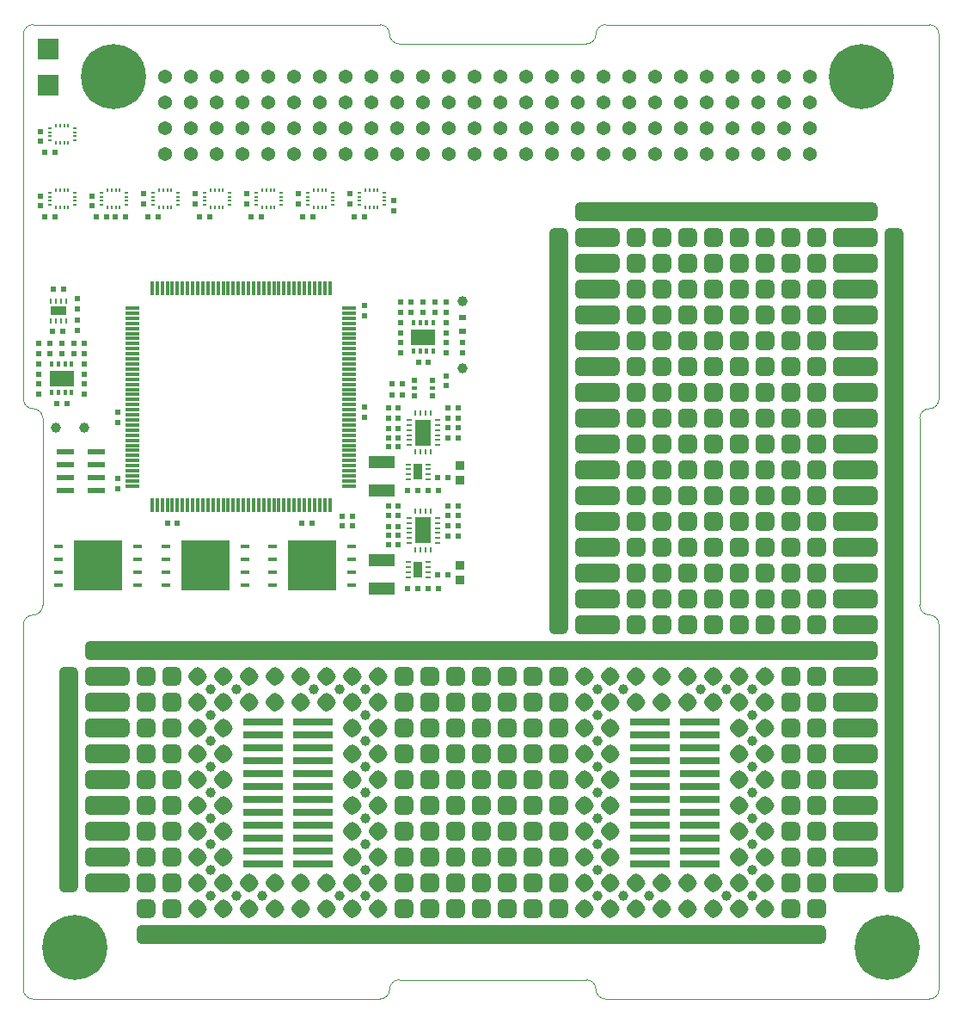
<source format=gbr>
G04 #@! TF.GenerationSoftware,KiCad,Pcbnew,(5.1.6)-1*
G04 #@! TF.CreationDate,2020-09-14T11:10:16+02:00*
G04 #@! TF.ProjectId,board_sierra,626f6172-645f-4736-9965-7272612e6b69,v1.1*
G04 #@! TF.SameCoordinates,PX1903cf0PY6c69e80*
G04 #@! TF.FileFunction,Soldermask,Top*
G04 #@! TF.FilePolarity,Negative*
%FSLAX46Y46*%
G04 Gerber Fmt 4.6, Leading zero omitted, Abs format (unit mm)*
G04 Created by KiCad (PCBNEW (5.1.6)-1) date 2020-09-14 11:10:16*
%MOMM*%
%LPD*%
G01*
G04 APERTURE LIST*
G04 #@! TA.AperFunction,Profile*
%ADD10C,0.100000*%
G04 #@! TD*
%ADD11R,4.200000X1.850000*%
%ADD12R,1.850000X4.200000*%
%ADD13C,1.500000*%
%ADD14C,1.000000*%
%ADD15R,3.860000X0.650000*%
%ADD16R,2.000000X2.000000*%
%ADD17R,2.650000X1.250000*%
%ADD18R,0.500000X0.600000*%
%ADD19R,0.600000X0.500000*%
%ADD20R,0.300000X1.475000*%
%ADD21R,1.475000X0.300000*%
%ADD22R,0.950000X0.950000*%
%ADD23R,0.300000X0.600000*%
%ADD24R,2.400000X1.600000*%
%ADD25R,0.950000X0.450000*%
%ADD26R,4.750000X4.900000*%
%ADD27R,1.600000X2.600000*%
%ADD28R,0.200000X0.600000*%
%ADD29R,0.600000X0.200000*%
%ADD30C,6.400000*%
%ADD31C,0.800000*%
%ADD32R,1.700000X0.600000*%
%ADD33R,0.463000X0.225000*%
%ADD34R,0.225000X0.463000*%
%ADD35R,0.900000X1.600000*%
%ADD36R,0.500000X0.250000*%
%ADD37R,1.600000X0.900000*%
%ADD38R,0.250000X0.500000*%
%ADD39R,0.600000X0.600000*%
%ADD40R,0.600000X0.400000*%
%ADD41R,0.700000X0.600000*%
%ADD42C,1.365000*%
G04 APERTURE END LIST*
D10*
X50355500Y88900000D02*
G75*
G03*
X51308000Y89852500I0J952500D01*
G01*
X31940500Y88900000D02*
X50355500Y88900000D01*
X52260500Y90805000D02*
X84137500Y90805000D01*
X30988000Y89852500D02*
G75*
G03*
X30035500Y90805000I-952500J0D01*
G01*
X30988000Y89852500D02*
G75*
G03*
X31940500Y88900000I952500J0D01*
G01*
X-4127500Y90805000D02*
X30035500Y90805000D01*
X52260500Y90805000D02*
G75*
G03*
X51308000Y89852500I0J-952500D01*
G01*
X52260500Y-5080000D02*
X84137500Y-5080000D01*
X31940500Y-3175000D02*
X50355500Y-3175000D01*
X-4127500Y-5080000D02*
X30035500Y-5080000D01*
X52260500Y-5080000D02*
G75*
G02*
X51308000Y-4127500I0J952500D01*
G01*
X50355500Y-3175000D02*
G75*
G02*
X51308000Y-4127500I0J-952500D01*
G01*
X30988000Y-4127500D02*
G75*
G02*
X31940500Y-3175000I952500J0D01*
G01*
X30988000Y-4127500D02*
G75*
G02*
X30035500Y-5080000I-952500J0D01*
G01*
X84137500Y53009800D02*
G75*
G03*
X83185000Y52057300I0J-952500D01*
G01*
X85090000Y89852500D02*
X85090000Y53962300D01*
X83185000Y52057300D02*
X83185000Y33667700D01*
X85090000Y31762700D02*
X85090000Y-4127500D01*
X83185000Y33667700D02*
G75*
G03*
X84137500Y32715200I952500J0D01*
G01*
X85090000Y31762700D02*
G75*
G03*
X84137500Y32715200I-952500J0D01*
G01*
X84137500Y53009800D02*
G75*
G03*
X85090000Y53962300I0J952500D01*
G01*
X85090000Y-4127500D02*
G75*
G02*
X84137500Y-5080000I-952500J0D01*
G01*
X84137500Y90805000D02*
G75*
G02*
X85090000Y89852500I0J-952500D01*
G01*
X-5080000Y31762700D02*
X-5080000Y-4127500D01*
X-5080000Y89852500D02*
X-5080000Y53962300D01*
X-5080000Y89852500D02*
G75*
G02*
X-4127500Y90805000I952500J0D01*
G01*
X-3175000Y52057300D02*
X-3175000Y33667700D01*
X-4127500Y53009800D02*
G75*
G02*
X-5080000Y53962300I0J952500D01*
G01*
X-4127500Y53009800D02*
G75*
G02*
X-3175000Y52057300I0J-952500D01*
G01*
X-3175000Y33667700D02*
G75*
G02*
X-4127500Y32715200I-952500J0D01*
G01*
X-5080000Y31762700D02*
G75*
G02*
X-4127500Y32715200I952500J0D01*
G01*
X-4127500Y-5080000D02*
G75*
G02*
X-5080000Y-4127500I0J952500D01*
G01*
G04 #@! TO.C,UA5*
G36*
G01*
X41620000Y10967500D02*
X41620000Y11892500D01*
G75*
G02*
X42082500Y12355000I462500J0D01*
G01*
X43007500Y12355000D01*
G75*
G02*
X43470000Y11892500I0J-462500D01*
G01*
X43470000Y10967500D01*
G75*
G02*
X43007500Y10505000I-462500J0D01*
G01*
X42082500Y10505000D01*
G75*
G02*
X41620000Y10967500I0J462500D01*
G01*
G37*
G36*
G01*
X41620000Y13507500D02*
X41620000Y14432500D01*
G75*
G02*
X42082500Y14895000I462500J0D01*
G01*
X43007500Y14895000D01*
G75*
G02*
X43470000Y14432500I0J-462500D01*
G01*
X43470000Y13507500D01*
G75*
G02*
X43007500Y13045000I-462500J0D01*
G01*
X42082500Y13045000D01*
G75*
G02*
X41620000Y13507500I0J462500D01*
G01*
G37*
G36*
G01*
X41620000Y8427500D02*
X41620000Y9352500D01*
G75*
G02*
X42082500Y9815000I462500J0D01*
G01*
X43007500Y9815000D01*
G75*
G02*
X43470000Y9352500I0J-462500D01*
G01*
X43470000Y8427500D01*
G75*
G02*
X43007500Y7965000I-462500J0D01*
G01*
X42082500Y7965000D01*
G75*
G02*
X41620000Y8427500I0J462500D01*
G01*
G37*
G36*
G01*
X41620000Y18587500D02*
X41620000Y19512500D01*
G75*
G02*
X42082500Y19975000I462500J0D01*
G01*
X43007500Y19975000D01*
G75*
G02*
X43470000Y19512500I0J-462500D01*
G01*
X43470000Y18587500D01*
G75*
G02*
X43007500Y18125000I-462500J0D01*
G01*
X42082500Y18125000D01*
G75*
G02*
X41620000Y18587500I0J462500D01*
G01*
G37*
G36*
G01*
X41620000Y21127500D02*
X41620000Y22052500D01*
G75*
G02*
X42082500Y22515000I462500J0D01*
G01*
X43007500Y22515000D01*
G75*
G02*
X43470000Y22052500I0J-462500D01*
G01*
X43470000Y21127500D01*
G75*
G02*
X43007500Y20665000I-462500J0D01*
G01*
X42082500Y20665000D01*
G75*
G02*
X41620000Y21127500I0J462500D01*
G01*
G37*
G36*
G01*
X41620000Y16047500D02*
X41620000Y16972500D01*
G75*
G02*
X42082500Y17435000I462500J0D01*
G01*
X43007500Y17435000D01*
G75*
G02*
X43470000Y16972500I0J-462500D01*
G01*
X43470000Y16047500D01*
G75*
G02*
X43007500Y15585000I-462500J0D01*
G01*
X42082500Y15585000D01*
G75*
G02*
X41620000Y16047500I0J462500D01*
G01*
G37*
G36*
G01*
X41620000Y23667500D02*
X41620000Y24592500D01*
G75*
G02*
X42082500Y25055000I462500J0D01*
G01*
X43007500Y25055000D01*
G75*
G02*
X43470000Y24592500I0J-462500D01*
G01*
X43470000Y23667500D01*
G75*
G02*
X43007500Y23205000I-462500J0D01*
G01*
X42082500Y23205000D01*
G75*
G02*
X41620000Y23667500I0J462500D01*
G01*
G37*
G36*
G01*
X41620000Y26207500D02*
X41620000Y27132500D01*
G75*
G02*
X42082500Y27595000I462500J0D01*
G01*
X43007500Y27595000D01*
G75*
G02*
X43470000Y27132500I0J-462500D01*
G01*
X43470000Y26207500D01*
G75*
G02*
X43007500Y25745000I-462500J0D01*
G01*
X42082500Y25745000D01*
G75*
G02*
X41620000Y26207500I0J462500D01*
G01*
G37*
G36*
G01*
X41620000Y3347500D02*
X41620000Y4272500D01*
G75*
G02*
X42082500Y4735000I462500J0D01*
G01*
X43007500Y4735000D01*
G75*
G02*
X43470000Y4272500I0J-462500D01*
G01*
X43470000Y3347500D01*
G75*
G02*
X43007500Y2885000I-462500J0D01*
G01*
X42082500Y2885000D01*
G75*
G02*
X41620000Y3347500I0J462500D01*
G01*
G37*
G36*
G01*
X41620000Y5887500D02*
X41620000Y6812500D01*
G75*
G02*
X42082500Y7275000I462500J0D01*
G01*
X43007500Y7275000D01*
G75*
G02*
X43470000Y6812500I0J-462500D01*
G01*
X43470000Y5887500D01*
G75*
G02*
X43007500Y5425000I-462500J0D01*
G01*
X42082500Y5425000D01*
G75*
G02*
X41620000Y5887500I0J462500D01*
G01*
G37*
G36*
G01*
X36540000Y3347500D02*
X36540000Y4272500D01*
G75*
G02*
X37002500Y4735000I462500J0D01*
G01*
X37927500Y4735000D01*
G75*
G02*
X38390000Y4272500I0J-462500D01*
G01*
X38390000Y3347500D01*
G75*
G02*
X37927500Y2885000I-462500J0D01*
G01*
X37002500Y2885000D01*
G75*
G02*
X36540000Y3347500I0J462500D01*
G01*
G37*
G36*
G01*
X39080000Y3347500D02*
X39080000Y4272500D01*
G75*
G02*
X39542500Y4735000I462500J0D01*
G01*
X40467500Y4735000D01*
G75*
G02*
X40930000Y4272500I0J-462500D01*
G01*
X40930000Y3347500D01*
G75*
G02*
X40467500Y2885000I-462500J0D01*
G01*
X39542500Y2885000D01*
G75*
G02*
X39080000Y3347500I0J462500D01*
G01*
G37*
G36*
G01*
X36540000Y26207500D02*
X36540000Y27132500D01*
G75*
G02*
X37002500Y27595000I462500J0D01*
G01*
X37927500Y27595000D01*
G75*
G02*
X38390000Y27132500I0J-462500D01*
G01*
X38390000Y26207500D01*
G75*
G02*
X37927500Y25745000I-462500J0D01*
G01*
X37002500Y25745000D01*
G75*
G02*
X36540000Y26207500I0J462500D01*
G01*
G37*
G36*
G01*
X39080000Y23667500D02*
X39080000Y24592500D01*
G75*
G02*
X39542500Y25055000I462500J0D01*
G01*
X40467500Y25055000D01*
G75*
G02*
X40930000Y24592500I0J-462500D01*
G01*
X40930000Y23667500D01*
G75*
G02*
X40467500Y23205000I-462500J0D01*
G01*
X39542500Y23205000D01*
G75*
G02*
X39080000Y23667500I0J462500D01*
G01*
G37*
G36*
G01*
X39080000Y26207500D02*
X39080000Y27132500D01*
G75*
G02*
X39542500Y27595000I462500J0D01*
G01*
X40467500Y27595000D01*
G75*
G02*
X40930000Y27132500I0J-462500D01*
G01*
X40930000Y26207500D01*
G75*
G02*
X40467500Y25745000I-462500J0D01*
G01*
X39542500Y25745000D01*
G75*
G02*
X39080000Y26207500I0J462500D01*
G01*
G37*
G36*
G01*
X36540000Y23667500D02*
X36540000Y24592500D01*
G75*
G02*
X37002500Y25055000I462500J0D01*
G01*
X37927500Y25055000D01*
G75*
G02*
X38390000Y24592500I0J-462500D01*
G01*
X38390000Y23667500D01*
G75*
G02*
X37927500Y23205000I-462500J0D01*
G01*
X37002500Y23205000D01*
G75*
G02*
X36540000Y23667500I0J462500D01*
G01*
G37*
G36*
G01*
X36540000Y5887500D02*
X36540000Y6812500D01*
G75*
G02*
X37002500Y7275000I462500J0D01*
G01*
X37927500Y7275000D01*
G75*
G02*
X38390000Y6812500I0J-462500D01*
G01*
X38390000Y5887500D01*
G75*
G02*
X37927500Y5425000I-462500J0D01*
G01*
X37002500Y5425000D01*
G75*
G02*
X36540000Y5887500I0J462500D01*
G01*
G37*
G36*
G01*
X36540000Y10967500D02*
X36540000Y11892500D01*
G75*
G02*
X37002500Y12355000I462500J0D01*
G01*
X37927500Y12355000D01*
G75*
G02*
X38390000Y11892500I0J-462500D01*
G01*
X38390000Y10967500D01*
G75*
G02*
X37927500Y10505000I-462500J0D01*
G01*
X37002500Y10505000D01*
G75*
G02*
X36540000Y10967500I0J462500D01*
G01*
G37*
G36*
G01*
X39080000Y5887500D02*
X39080000Y6812500D01*
G75*
G02*
X39542500Y7275000I462500J0D01*
G01*
X40467500Y7275000D01*
G75*
G02*
X40930000Y6812500I0J-462500D01*
G01*
X40930000Y5887500D01*
G75*
G02*
X40467500Y5425000I-462500J0D01*
G01*
X39542500Y5425000D01*
G75*
G02*
X39080000Y5887500I0J462500D01*
G01*
G37*
G36*
G01*
X36540000Y18587500D02*
X36540000Y19512500D01*
G75*
G02*
X37002500Y19975000I462500J0D01*
G01*
X37927500Y19975000D01*
G75*
G02*
X38390000Y19512500I0J-462500D01*
G01*
X38390000Y18587500D01*
G75*
G02*
X37927500Y18125000I-462500J0D01*
G01*
X37002500Y18125000D01*
G75*
G02*
X36540000Y18587500I0J462500D01*
G01*
G37*
G36*
G01*
X39080000Y16047500D02*
X39080000Y16972500D01*
G75*
G02*
X39542500Y17435000I462500J0D01*
G01*
X40467500Y17435000D01*
G75*
G02*
X40930000Y16972500I0J-462500D01*
G01*
X40930000Y16047500D01*
G75*
G02*
X40467500Y15585000I-462500J0D01*
G01*
X39542500Y15585000D01*
G75*
G02*
X39080000Y16047500I0J462500D01*
G01*
G37*
G36*
G01*
X39080000Y21127500D02*
X39080000Y22052500D01*
G75*
G02*
X39542500Y22515000I462500J0D01*
G01*
X40467500Y22515000D01*
G75*
G02*
X40930000Y22052500I0J-462500D01*
G01*
X40930000Y21127500D01*
G75*
G02*
X40467500Y20665000I-462500J0D01*
G01*
X39542500Y20665000D01*
G75*
G02*
X39080000Y21127500I0J462500D01*
G01*
G37*
G36*
G01*
X36540000Y16047500D02*
X36540000Y16972500D01*
G75*
G02*
X37002500Y17435000I462500J0D01*
G01*
X37927500Y17435000D01*
G75*
G02*
X38390000Y16972500I0J-462500D01*
G01*
X38390000Y16047500D01*
G75*
G02*
X37927500Y15585000I-462500J0D01*
G01*
X37002500Y15585000D01*
G75*
G02*
X36540000Y16047500I0J462500D01*
G01*
G37*
G36*
G01*
X39080000Y18587500D02*
X39080000Y19512500D01*
G75*
G02*
X39542500Y19975000I462500J0D01*
G01*
X40467500Y19975000D01*
G75*
G02*
X40930000Y19512500I0J-462500D01*
G01*
X40930000Y18587500D01*
G75*
G02*
X40467500Y18125000I-462500J0D01*
G01*
X39542500Y18125000D01*
G75*
G02*
X39080000Y18587500I0J462500D01*
G01*
G37*
G36*
G01*
X36540000Y8427500D02*
X36540000Y9352500D01*
G75*
G02*
X37002500Y9815000I462500J0D01*
G01*
X37927500Y9815000D01*
G75*
G02*
X38390000Y9352500I0J-462500D01*
G01*
X38390000Y8427500D01*
G75*
G02*
X37927500Y7965000I-462500J0D01*
G01*
X37002500Y7965000D01*
G75*
G02*
X36540000Y8427500I0J462500D01*
G01*
G37*
G36*
G01*
X39080000Y10967500D02*
X39080000Y11892500D01*
G75*
G02*
X39542500Y12355000I462500J0D01*
G01*
X40467500Y12355000D01*
G75*
G02*
X40930000Y11892500I0J-462500D01*
G01*
X40930000Y10967500D01*
G75*
G02*
X40467500Y10505000I-462500J0D01*
G01*
X39542500Y10505000D01*
G75*
G02*
X39080000Y10967500I0J462500D01*
G01*
G37*
G36*
G01*
X39080000Y13507500D02*
X39080000Y14432500D01*
G75*
G02*
X39542500Y14895000I462500J0D01*
G01*
X40467500Y14895000D01*
G75*
G02*
X40930000Y14432500I0J-462500D01*
G01*
X40930000Y13507500D01*
G75*
G02*
X40467500Y13045000I-462500J0D01*
G01*
X39542500Y13045000D01*
G75*
G02*
X39080000Y13507500I0J462500D01*
G01*
G37*
G36*
G01*
X39080000Y8427500D02*
X39080000Y9352500D01*
G75*
G02*
X39542500Y9815000I462500J0D01*
G01*
X40467500Y9815000D01*
G75*
G02*
X40930000Y9352500I0J-462500D01*
G01*
X40930000Y8427500D01*
G75*
G02*
X40467500Y7965000I-462500J0D01*
G01*
X39542500Y7965000D01*
G75*
G02*
X39080000Y8427500I0J462500D01*
G01*
G37*
G36*
G01*
X36540000Y13507500D02*
X36540000Y14432500D01*
G75*
G02*
X37002500Y14895000I462500J0D01*
G01*
X37927500Y14895000D01*
G75*
G02*
X38390000Y14432500I0J-462500D01*
G01*
X38390000Y13507500D01*
G75*
G02*
X37927500Y13045000I-462500J0D01*
G01*
X37002500Y13045000D01*
G75*
G02*
X36540000Y13507500I0J462500D01*
G01*
G37*
G36*
G01*
X36540000Y21127500D02*
X36540000Y22052500D01*
G75*
G02*
X37002500Y22515000I462500J0D01*
G01*
X37927500Y22515000D01*
G75*
G02*
X38390000Y22052500I0J-462500D01*
G01*
X38390000Y21127500D01*
G75*
G02*
X37927500Y20665000I-462500J0D01*
G01*
X37002500Y20665000D01*
G75*
G02*
X36540000Y21127500I0J462500D01*
G01*
G37*
G36*
G01*
X49378697Y4155068D02*
X49819932Y4596303D01*
G75*
G02*
X50510068Y4596303I345068J-345068D01*
G01*
X50951303Y4155068D01*
G75*
G02*
X50951303Y3464932I-345068J-345068D01*
G01*
X50510068Y3023697D01*
G75*
G02*
X49819932Y3023697I-345068J345068D01*
G01*
X49378697Y3464932D01*
G75*
G02*
X49378697Y4155068I345068J345068D01*
G01*
G37*
G36*
G01*
X49378697Y27015068D02*
X49819932Y27456303D01*
G75*
G02*
X50510068Y27456303I345068J-345068D01*
G01*
X50951303Y27015068D01*
G75*
G02*
X50951303Y26324932I-345068J-345068D01*
G01*
X50510068Y25883697D01*
G75*
G02*
X49819932Y25883697I-345068J345068D01*
G01*
X49378697Y26324932D01*
G75*
G02*
X49378697Y27015068I345068J345068D01*
G01*
G37*
G36*
G01*
X49378697Y24475068D02*
X49819932Y24916303D01*
G75*
G02*
X50510068Y24916303I345068J-345068D01*
G01*
X50951303Y24475068D01*
G75*
G02*
X50951303Y23784932I-345068J-345068D01*
G01*
X50510068Y23343697D01*
G75*
G02*
X49819932Y23343697I-345068J345068D01*
G01*
X49378697Y23784932D01*
G75*
G02*
X49378697Y24475068I345068J345068D01*
G01*
G37*
G36*
G01*
X49378697Y14315068D02*
X49819932Y14756303D01*
G75*
G02*
X50510068Y14756303I345068J-345068D01*
G01*
X50951303Y14315068D01*
G75*
G02*
X50951303Y13624932I-345068J-345068D01*
G01*
X50510068Y13183697D01*
G75*
G02*
X49819932Y13183697I-345068J345068D01*
G01*
X49378697Y13624932D01*
G75*
G02*
X49378697Y14315068I345068J345068D01*
G01*
G37*
G36*
G01*
X49378697Y19395068D02*
X49819932Y19836303D01*
G75*
G02*
X50510068Y19836303I345068J-345068D01*
G01*
X50951303Y19395068D01*
G75*
G02*
X50951303Y18704932I-345068J-345068D01*
G01*
X50510068Y18263697D01*
G75*
G02*
X49819932Y18263697I-345068J345068D01*
G01*
X49378697Y18704932D01*
G75*
G02*
X49378697Y19395068I345068J345068D01*
G01*
G37*
G36*
G01*
X49378697Y11775068D02*
X49819932Y12216303D01*
G75*
G02*
X50510068Y12216303I345068J-345068D01*
G01*
X50951303Y11775068D01*
G75*
G02*
X50951303Y11084932I-345068J-345068D01*
G01*
X50510068Y10643697D01*
G75*
G02*
X49819932Y10643697I-345068J345068D01*
G01*
X49378697Y11084932D01*
G75*
G02*
X49378697Y11775068I345068J345068D01*
G01*
G37*
G36*
G01*
X49378697Y6695068D02*
X49819932Y7136303D01*
G75*
G02*
X50510068Y7136303I345068J-345068D01*
G01*
X50951303Y6695068D01*
G75*
G02*
X50951303Y6004932I-345068J-345068D01*
G01*
X50510068Y5563697D01*
G75*
G02*
X49819932Y5563697I-345068J345068D01*
G01*
X49378697Y6004932D01*
G75*
G02*
X49378697Y6695068I345068J345068D01*
G01*
G37*
G36*
G01*
X49378697Y21935068D02*
X49819932Y22376303D01*
G75*
G02*
X50510068Y22376303I345068J-345068D01*
G01*
X50951303Y21935068D01*
G75*
G02*
X50951303Y21244932I-345068J-345068D01*
G01*
X50510068Y20803697D01*
G75*
G02*
X49819932Y20803697I-345068J345068D01*
G01*
X49378697Y21244932D01*
G75*
G02*
X49378697Y21935068I345068J345068D01*
G01*
G37*
G36*
G01*
X49378697Y16855068D02*
X49819932Y17296303D01*
G75*
G02*
X50510068Y17296303I345068J-345068D01*
G01*
X50951303Y16855068D01*
G75*
G02*
X50951303Y16164932I-345068J-345068D01*
G01*
X50510068Y15723697D01*
G75*
G02*
X49819932Y15723697I-345068J345068D01*
G01*
X49378697Y16164932D01*
G75*
G02*
X49378697Y16855068I345068J345068D01*
G01*
G37*
G36*
G01*
X49378697Y9235068D02*
X49819932Y9676303D01*
G75*
G02*
X50510068Y9676303I345068J-345068D01*
G01*
X50951303Y9235068D01*
G75*
G02*
X50951303Y8544932I-345068J-345068D01*
G01*
X50510068Y8103697D01*
G75*
G02*
X49819932Y8103697I-345068J345068D01*
G01*
X49378697Y8544932D01*
G75*
G02*
X49378697Y9235068I345068J345068D01*
G01*
G37*
G36*
G01*
X6522500Y2195000D02*
X7447500Y2195000D01*
G75*
G02*
X7910000Y1732500I0J-462500D01*
G01*
X7910000Y807500D01*
G75*
G02*
X7447500Y345000I-462500J0D01*
G01*
X6522500Y345000D01*
G75*
G02*
X6060000Y807500I0J462500D01*
G01*
X6060000Y1732500D01*
G75*
G02*
X6522500Y2195000I462500J0D01*
G01*
G37*
G36*
G01*
X72562500Y2195000D02*
X73487500Y2195000D01*
G75*
G02*
X73950000Y1732500I0J-462500D01*
G01*
X73950000Y807500D01*
G75*
G02*
X73487500Y345000I-462500J0D01*
G01*
X72562500Y345000D01*
G75*
G02*
X72100000Y807500I0J462500D01*
G01*
X72100000Y1732500D01*
G75*
G02*
X72562500Y2195000I462500J0D01*
G01*
G37*
G36*
G01*
X80182500Y7275000D02*
X81107500Y7275000D01*
G75*
G02*
X81570000Y6812500I0J-462500D01*
G01*
X81570000Y5887500D01*
G75*
G02*
X81107500Y5425000I-462500J0D01*
G01*
X80182500Y5425000D01*
G75*
G02*
X79720000Y5887500I0J462500D01*
G01*
X79720000Y6812500D01*
G75*
G02*
X80182500Y7275000I462500J0D01*
G01*
G37*
G36*
G01*
X79720000Y69387500D02*
X79720000Y70312500D01*
G75*
G02*
X80182500Y70775000I462500J0D01*
G01*
X81107500Y70775000D01*
G75*
G02*
X81570000Y70312500I0J-462500D01*
G01*
X81570000Y69387500D01*
G75*
G02*
X81107500Y68925000I-462500J0D01*
G01*
X80182500Y68925000D01*
G75*
G02*
X79720000Y69387500I0J462500D01*
G01*
G37*
G36*
G01*
X77180000Y71927500D02*
X77180000Y72852500D01*
G75*
G02*
X77642500Y73315000I462500J0D01*
G01*
X78567500Y73315000D01*
G75*
G02*
X79030000Y72852500I0J-462500D01*
G01*
X79030000Y71927500D01*
G75*
G02*
X78567500Y71465000I-462500J0D01*
G01*
X77642500Y71465000D01*
G75*
G02*
X77180000Y71927500I0J462500D01*
G01*
G37*
G36*
G01*
X49240000Y71927500D02*
X49240000Y72852500D01*
G75*
G02*
X49702500Y73315000I462500J0D01*
G01*
X50627500Y73315000D01*
G75*
G02*
X51090000Y72852500I0J-462500D01*
G01*
X51090000Y71927500D01*
G75*
G02*
X50627500Y71465000I-462500J0D01*
G01*
X49702500Y71465000D01*
G75*
G02*
X49240000Y71927500I0J462500D01*
G01*
G37*
G36*
G01*
X46700000Y69387500D02*
X46700000Y70312500D01*
G75*
G02*
X47162500Y70775000I462500J0D01*
G01*
X48087500Y70775000D01*
G75*
G02*
X48550000Y70312500I0J-462500D01*
G01*
X48550000Y69387500D01*
G75*
G02*
X48087500Y68925000I-462500J0D01*
G01*
X47162500Y68925000D01*
G75*
G02*
X46700000Y69387500I0J462500D01*
G01*
G37*
G36*
G01*
X77180000Y28747500D02*
X77180000Y29672500D01*
G75*
G02*
X77642500Y30135000I462500J0D01*
G01*
X78567500Y30135000D01*
G75*
G02*
X79030000Y29672500I0J-462500D01*
G01*
X79030000Y28747500D01*
G75*
G02*
X78567500Y28285000I-462500J0D01*
G01*
X77642500Y28285000D01*
G75*
G02*
X77180000Y28747500I0J462500D01*
G01*
G37*
G36*
G01*
X47162500Y32675000D02*
X48087500Y32675000D01*
G75*
G02*
X48550000Y32212500I0J-462500D01*
G01*
X48550000Y31287500D01*
G75*
G02*
X48087500Y30825000I-462500J0D01*
G01*
X47162500Y30825000D01*
G75*
G02*
X46700000Y31287500I0J462500D01*
G01*
X46700000Y32212500D01*
G75*
G02*
X47162500Y32675000I462500J0D01*
G01*
G37*
G36*
G01*
X-1097500Y27595000D02*
X-172500Y27595000D01*
G75*
G02*
X290000Y27132500I0J-462500D01*
G01*
X290000Y26207500D01*
G75*
G02*
X-172500Y25745000I-462500J0D01*
G01*
X-1097500Y25745000D01*
G75*
G02*
X-1560000Y26207500I0J462500D01*
G01*
X-1560000Y27132500D01*
G75*
G02*
X-1097500Y27595000I462500J0D01*
G01*
G37*
G36*
G01*
X-1097500Y7275000D02*
X-172500Y7275000D01*
G75*
G02*
X290000Y6812500I0J-462500D01*
G01*
X290000Y5887500D01*
G75*
G02*
X-172500Y5425000I-462500J0D01*
G01*
X-1097500Y5425000D01*
G75*
G02*
X-1560000Y5887500I0J462500D01*
G01*
X-1560000Y6812500D01*
G75*
G02*
X-1097500Y7275000I462500J0D01*
G01*
G37*
G36*
G01*
X980000Y28747500D02*
X980000Y29672500D01*
G75*
G02*
X1442500Y30135000I462500J0D01*
G01*
X2367500Y30135000D01*
G75*
G02*
X2830000Y29672500I0J-462500D01*
G01*
X2830000Y28747500D01*
G75*
G02*
X2367500Y28285000I-462500J0D01*
G01*
X1442500Y28285000D01*
G75*
G02*
X980000Y28747500I0J462500D01*
G01*
G37*
D11*
X4445000Y29210000D03*
X75565000Y72390000D03*
X52705000Y72390000D03*
X70485000Y72390000D03*
X73025000Y72390000D03*
X57785000Y72390000D03*
X60325000Y72390000D03*
X62865000Y72390000D03*
X65405000Y72390000D03*
X67945000Y72390000D03*
X55245000Y72390000D03*
D12*
X80645000Y67310000D03*
X47625000Y67310000D03*
D13*
X52705000Y67310000D03*
X50165000Y67310000D03*
G36*
G01*
X49240000Y66847500D02*
X49240000Y67772500D01*
G75*
G02*
X49702500Y68235000I462500J0D01*
G01*
X53167500Y68235000D01*
G75*
G02*
X53630000Y67772500I0J-462500D01*
G01*
X53630000Y66847500D01*
G75*
G02*
X53167500Y66385000I-462500J0D01*
G01*
X49702500Y66385000D01*
G75*
G02*
X49240000Y66847500I0J462500D01*
G01*
G37*
G36*
G01*
X61940000Y66847500D02*
X61940000Y67772500D01*
G75*
G02*
X62402500Y68235000I462500J0D01*
G01*
X63327500Y68235000D01*
G75*
G02*
X63790000Y67772500I0J-462500D01*
G01*
X63790000Y66847500D01*
G75*
G02*
X63327500Y66385000I-462500J0D01*
G01*
X62402500Y66385000D01*
G75*
G02*
X61940000Y66847500I0J462500D01*
G01*
G37*
G36*
G01*
X54320000Y66847500D02*
X54320000Y67772500D01*
G75*
G02*
X54782500Y68235000I462500J0D01*
G01*
X55707500Y68235000D01*
G75*
G02*
X56170000Y67772500I0J-462500D01*
G01*
X56170000Y66847500D01*
G75*
G02*
X55707500Y66385000I-462500J0D01*
G01*
X54782500Y66385000D01*
G75*
G02*
X54320000Y66847500I0J462500D01*
G01*
G37*
X75565000Y67310000D03*
G36*
G01*
X67020000Y66847500D02*
X67020000Y67772500D01*
G75*
G02*
X67482500Y68235000I462500J0D01*
G01*
X68407500Y68235000D01*
G75*
G02*
X68870000Y67772500I0J-462500D01*
G01*
X68870000Y66847500D01*
G75*
G02*
X68407500Y66385000I-462500J0D01*
G01*
X67482500Y66385000D01*
G75*
G02*
X67020000Y66847500I0J462500D01*
G01*
G37*
G36*
G01*
X72100000Y66847500D02*
X72100000Y67772500D01*
G75*
G02*
X72562500Y68235000I462500J0D01*
G01*
X73487500Y68235000D01*
G75*
G02*
X73950000Y67772500I0J-462500D01*
G01*
X73950000Y66847500D01*
G75*
G02*
X73487500Y66385000I-462500J0D01*
G01*
X72562500Y66385000D01*
G75*
G02*
X72100000Y66847500I0J462500D01*
G01*
G37*
G36*
G01*
X59400000Y66847500D02*
X59400000Y67772500D01*
G75*
G02*
X59862500Y68235000I462500J0D01*
G01*
X60787500Y68235000D01*
G75*
G02*
X61250000Y67772500I0J-462500D01*
G01*
X61250000Y66847500D01*
G75*
G02*
X60787500Y66385000I-462500J0D01*
G01*
X59862500Y66385000D01*
G75*
G02*
X59400000Y66847500I0J462500D01*
G01*
G37*
X78105000Y67310000D03*
G36*
G01*
X64480000Y66847500D02*
X64480000Y67772500D01*
G75*
G02*
X64942500Y68235000I462500J0D01*
G01*
X65867500Y68235000D01*
G75*
G02*
X66330000Y67772500I0J-462500D01*
G01*
X66330000Y66847500D01*
G75*
G02*
X65867500Y66385000I-462500J0D01*
G01*
X64942500Y66385000D01*
G75*
G02*
X64480000Y66847500I0J462500D01*
G01*
G37*
G36*
G01*
X56860000Y66847500D02*
X56860000Y67772500D01*
G75*
G02*
X57322500Y68235000I462500J0D01*
G01*
X58247500Y68235000D01*
G75*
G02*
X58710000Y67772500I0J-462500D01*
G01*
X58710000Y66847500D01*
G75*
G02*
X58247500Y66385000I-462500J0D01*
G01*
X57322500Y66385000D01*
G75*
G02*
X56860000Y66847500I0J462500D01*
G01*
G37*
G36*
G01*
X74640000Y66847500D02*
X74640000Y67772500D01*
G75*
G02*
X75102500Y68235000I462500J0D01*
G01*
X78567500Y68235000D01*
G75*
G02*
X79030000Y67772500I0J-462500D01*
G01*
X79030000Y66847500D01*
G75*
G02*
X78567500Y66385000I-462500J0D01*
G01*
X75102500Y66385000D01*
G75*
G02*
X74640000Y66847500I0J462500D01*
G01*
G37*
G36*
G01*
X69560000Y66847500D02*
X69560000Y67772500D01*
G75*
G02*
X70022500Y68235000I462500J0D01*
G01*
X70947500Y68235000D01*
G75*
G02*
X71410000Y67772500I0J-462500D01*
G01*
X71410000Y66847500D01*
G75*
G02*
X70947500Y66385000I-462500J0D01*
G01*
X70022500Y66385000D01*
G75*
G02*
X69560000Y66847500I0J462500D01*
G01*
G37*
G36*
G01*
X23978697Y4155068D02*
X24419932Y4596303D01*
G75*
G02*
X25110068Y4596303I345068J-345068D01*
G01*
X25551303Y4155068D01*
G75*
G02*
X25551303Y3464932I-345068J-345068D01*
G01*
X25110068Y3023697D01*
G75*
G02*
X24419932Y3023697I-345068J345068D01*
G01*
X23978697Y3464932D01*
G75*
G02*
X23978697Y4155068I345068J345068D01*
G01*
G37*
G36*
G01*
X23978697Y24475068D02*
X24419932Y24916303D01*
G75*
G02*
X25110068Y24916303I345068J-345068D01*
G01*
X25551303Y24475068D01*
G75*
G02*
X25551303Y23784932I-345068J-345068D01*
G01*
X25110068Y23343697D01*
G75*
G02*
X24419932Y23343697I-345068J345068D01*
G01*
X23978697Y23784932D01*
G75*
G02*
X23978697Y24475068I345068J345068D01*
G01*
G37*
G36*
G01*
X23978697Y27015068D02*
X24419932Y27456303D01*
G75*
G02*
X25110068Y27456303I345068J-345068D01*
G01*
X25551303Y27015068D01*
G75*
G02*
X25551303Y26324932I-345068J-345068D01*
G01*
X25110068Y25883697D01*
G75*
G02*
X24419932Y25883697I-345068J345068D01*
G01*
X23978697Y26324932D01*
G75*
G02*
X23978697Y27015068I345068J345068D01*
G01*
G37*
G36*
G01*
X23978697Y6695068D02*
X24419932Y7136303D01*
G75*
G02*
X25110068Y7136303I345068J-345068D01*
G01*
X25551303Y6695068D01*
G75*
G02*
X25551303Y6004932I-345068J-345068D01*
G01*
X25110068Y5563697D01*
G75*
G02*
X24419932Y5563697I-345068J345068D01*
G01*
X23978697Y6004932D01*
G75*
G02*
X23978697Y6695068I345068J345068D01*
G01*
G37*
G36*
G01*
X56998697Y4155068D02*
X57439932Y4596303D01*
G75*
G02*
X58130068Y4596303I345068J-345068D01*
G01*
X58571303Y4155068D01*
G75*
G02*
X58571303Y3464932I-345068J-345068D01*
G01*
X58130068Y3023697D01*
G75*
G02*
X57439932Y3023697I-345068J345068D01*
G01*
X56998697Y3464932D01*
G75*
G02*
X56998697Y4155068I345068J345068D01*
G01*
G37*
G36*
G01*
X51918697Y4155068D02*
X52359932Y4596303D01*
G75*
G02*
X53050068Y4596303I345068J-345068D01*
G01*
X53491303Y4155068D01*
G75*
G02*
X53491303Y3464932I-345068J-345068D01*
G01*
X53050068Y3023697D01*
G75*
G02*
X52359932Y3023697I-345068J345068D01*
G01*
X51918697Y3464932D01*
G75*
G02*
X51918697Y4155068I345068J345068D01*
G01*
G37*
G36*
G01*
X67158697Y4155068D02*
X67599932Y4596303D01*
G75*
G02*
X68290068Y4596303I345068J-345068D01*
G01*
X68731303Y4155068D01*
G75*
G02*
X68731303Y3464932I-345068J-345068D01*
G01*
X68290068Y3023697D01*
G75*
G02*
X67599932Y3023697I-345068J345068D01*
G01*
X67158697Y3464932D01*
G75*
G02*
X67158697Y4155068I345068J345068D01*
G01*
G37*
G36*
G01*
X6060000Y3347500D02*
X6060000Y4272500D01*
G75*
G02*
X6522500Y4735000I462500J0D01*
G01*
X7447500Y4735000D01*
G75*
G02*
X7910000Y4272500I0J-462500D01*
G01*
X7910000Y3347500D01*
G75*
G02*
X7447500Y2885000I-462500J0D01*
G01*
X6522500Y2885000D01*
G75*
G02*
X6060000Y3347500I0J462500D01*
G01*
G37*
G36*
G01*
X62078697Y4155068D02*
X62519932Y4596303D01*
G75*
G02*
X63210068Y4596303I345068J-345068D01*
G01*
X63651303Y4155068D01*
G75*
G02*
X63651303Y3464932I-345068J-345068D01*
G01*
X63210068Y3023697D01*
G75*
G02*
X62519932Y3023697I-345068J345068D01*
G01*
X62078697Y3464932D01*
G75*
G02*
X62078697Y4155068I345068J345068D01*
G01*
G37*
G36*
G01*
X54458697Y4155068D02*
X54899932Y4596303D01*
G75*
G02*
X55590068Y4596303I345068J-345068D01*
G01*
X56031303Y4155068D01*
G75*
G02*
X56031303Y3464932I-345068J-345068D01*
G01*
X55590068Y3023697D01*
G75*
G02*
X54899932Y3023697I-345068J345068D01*
G01*
X54458697Y3464932D01*
G75*
G02*
X54458697Y4155068I345068J345068D01*
G01*
G37*
G36*
G01*
X64618697Y4155068D02*
X65059932Y4596303D01*
G75*
G02*
X65750068Y4596303I345068J-345068D01*
G01*
X66191303Y4155068D01*
G75*
G02*
X66191303Y3464932I-345068J-345068D01*
G01*
X65750068Y3023697D01*
G75*
G02*
X65059932Y3023697I-345068J345068D01*
G01*
X64618697Y3464932D01*
G75*
G02*
X64618697Y4155068I345068J345068D01*
G01*
G37*
G36*
G01*
X21438697Y4155068D02*
X21879932Y4596303D01*
G75*
G02*
X22570068Y4596303I345068J-345068D01*
G01*
X23011303Y4155068D01*
G75*
G02*
X23011303Y3464932I-345068J-345068D01*
G01*
X22570068Y3023697D01*
G75*
G02*
X21879932Y3023697I-345068J345068D01*
G01*
X21438697Y3464932D01*
G75*
G02*
X21438697Y4155068I345068J345068D01*
G01*
G37*
G36*
G01*
X26518697Y4155068D02*
X26959932Y4596303D01*
G75*
G02*
X27650068Y4596303I345068J-345068D01*
G01*
X28091303Y4155068D01*
G75*
G02*
X28091303Y3464932I-345068J-345068D01*
G01*
X27650068Y3023697D01*
G75*
G02*
X26959932Y3023697I-345068J345068D01*
G01*
X26518697Y3464932D01*
G75*
G02*
X26518697Y4155068I345068J345068D01*
G01*
G37*
G36*
G01*
X29058697Y4155068D02*
X29499932Y4596303D01*
G75*
G02*
X30190068Y4596303I345068J-345068D01*
G01*
X30631303Y4155068D01*
G75*
G02*
X30631303Y3464932I-345068J-345068D01*
G01*
X30190068Y3023697D01*
G75*
G02*
X29499932Y3023697I-345068J345068D01*
G01*
X29058697Y3464932D01*
G75*
G02*
X29058697Y4155068I345068J345068D01*
G01*
G37*
G36*
G01*
X59538697Y4155068D02*
X59979932Y4596303D01*
G75*
G02*
X60670068Y4596303I345068J-345068D01*
G01*
X61111303Y4155068D01*
G75*
G02*
X61111303Y3464932I-345068J-345068D01*
G01*
X60670068Y3023697D01*
G75*
G02*
X59979932Y3023697I-345068J345068D01*
G01*
X59538697Y3464932D01*
G75*
G02*
X59538697Y4155068I345068J345068D01*
G01*
G37*
G36*
G01*
X18898697Y4155068D02*
X19339932Y4596303D01*
G75*
G02*
X20030068Y4596303I345068J-345068D01*
G01*
X20471303Y4155068D01*
G75*
G02*
X20471303Y3464932I-345068J-345068D01*
G01*
X20030068Y3023697D01*
G75*
G02*
X19339932Y3023697I-345068J345068D01*
G01*
X18898697Y3464932D01*
G75*
G02*
X18898697Y4155068I345068J345068D01*
G01*
G37*
G36*
G01*
X46700000Y3347500D02*
X46700000Y4272500D01*
G75*
G02*
X47162500Y4735000I462500J0D01*
G01*
X48087500Y4735000D01*
G75*
G02*
X48550000Y4272500I0J-462500D01*
G01*
X48550000Y3347500D01*
G75*
G02*
X48087500Y2885000I-462500J0D01*
G01*
X47162500Y2885000D01*
G75*
G02*
X46700000Y3347500I0J462500D01*
G01*
G37*
G36*
G01*
X13818697Y4155068D02*
X14259932Y4596303D01*
G75*
G02*
X14950068Y4596303I345068J-345068D01*
G01*
X15391303Y4155068D01*
G75*
G02*
X15391303Y3464932I-345068J-345068D01*
G01*
X14950068Y3023697D01*
G75*
G02*
X14259932Y3023697I-345068J345068D01*
G01*
X13818697Y3464932D01*
G75*
G02*
X13818697Y4155068I345068J345068D01*
G01*
G37*
G36*
G01*
X8600000Y3347500D02*
X8600000Y4272500D01*
G75*
G02*
X9062500Y4735000I462500J0D01*
G01*
X9987500Y4735000D01*
G75*
G02*
X10450000Y4272500I0J-462500D01*
G01*
X10450000Y3347500D01*
G75*
G02*
X9987500Y2885000I-462500J0D01*
G01*
X9062500Y2885000D01*
G75*
G02*
X8600000Y3347500I0J462500D01*
G01*
G37*
G36*
G01*
X16358697Y4155068D02*
X16799932Y4596303D01*
G75*
G02*
X17490068Y4596303I345068J-345068D01*
G01*
X17931303Y4155068D01*
G75*
G02*
X17931303Y3464932I-345068J-345068D01*
G01*
X17490068Y3023697D01*
G75*
G02*
X16799932Y3023697I-345068J345068D01*
G01*
X16358697Y3464932D01*
G75*
G02*
X16358697Y4155068I345068J345068D01*
G01*
G37*
G36*
G01*
X72100000Y3347500D02*
X72100000Y4272500D01*
G75*
G02*
X72562500Y4735000I462500J0D01*
G01*
X73487500Y4735000D01*
G75*
G02*
X73950000Y4272500I0J-462500D01*
G01*
X73950000Y3347500D01*
G75*
G02*
X73487500Y2885000I-462500J0D01*
G01*
X72562500Y2885000D01*
G75*
G02*
X72100000Y3347500I0J462500D01*
G01*
G37*
G36*
G01*
X34000000Y3347500D02*
X34000000Y4272500D01*
G75*
G02*
X34462500Y4735000I462500J0D01*
G01*
X35387500Y4735000D01*
G75*
G02*
X35850000Y4272500I0J-462500D01*
G01*
X35850000Y3347500D01*
G75*
G02*
X35387500Y2885000I-462500J0D01*
G01*
X34462500Y2885000D01*
G75*
G02*
X34000000Y3347500I0J462500D01*
G01*
G37*
G36*
G01*
X44160000Y3347500D02*
X44160000Y4272500D01*
G75*
G02*
X44622500Y4735000I462500J0D01*
G01*
X45547500Y4735000D01*
G75*
G02*
X46010000Y4272500I0J-462500D01*
G01*
X46010000Y3347500D01*
G75*
G02*
X45547500Y2885000I-462500J0D01*
G01*
X44622500Y2885000D01*
G75*
G02*
X44160000Y3347500I0J462500D01*
G01*
G37*
G36*
G01*
X31460000Y3347500D02*
X31460000Y4272500D01*
G75*
G02*
X31922500Y4735000I462500J0D01*
G01*
X32847500Y4735000D01*
G75*
G02*
X33310000Y4272500I0J-462500D01*
G01*
X33310000Y3347500D01*
G75*
G02*
X32847500Y2885000I-462500J0D01*
G01*
X31922500Y2885000D01*
G75*
G02*
X31460000Y3347500I0J462500D01*
G01*
G37*
G36*
G01*
X11278697Y4155068D02*
X11719932Y4596303D01*
G75*
G02*
X12410068Y4596303I345068J-345068D01*
G01*
X12851303Y4155068D01*
G75*
G02*
X12851303Y3464932I-345068J-345068D01*
G01*
X12410068Y3023697D01*
G75*
G02*
X11719932Y3023697I-345068J345068D01*
G01*
X11278697Y3464932D01*
G75*
G02*
X11278697Y4155068I345068J345068D01*
G01*
G37*
G36*
G01*
X69560000Y3347500D02*
X69560000Y4272500D01*
G75*
G02*
X70022500Y4735000I462500J0D01*
G01*
X70947500Y4735000D01*
G75*
G02*
X71410000Y4272500I0J-462500D01*
G01*
X71410000Y3347500D01*
G75*
G02*
X70947500Y2885000I-462500J0D01*
G01*
X70022500Y2885000D01*
G75*
G02*
X69560000Y3347500I0J462500D01*
G01*
G37*
D11*
X75565000Y29210000D03*
X70485000Y29210000D03*
X73025000Y29210000D03*
X55245000Y29210000D03*
X67945000Y29210000D03*
X47625000Y29210000D03*
X45085000Y29210000D03*
X50165000Y29210000D03*
X57785000Y29210000D03*
X62865000Y29210000D03*
X65405000Y29210000D03*
X60325000Y29210000D03*
X52705000Y29210000D03*
D12*
X-635000Y24130000D03*
G36*
G01*
X980000Y23667500D02*
X980000Y24592500D01*
G75*
G02*
X1442500Y25055000I462500J0D01*
G01*
X4907500Y25055000D01*
G75*
G02*
X5370000Y24592500I0J-462500D01*
G01*
X5370000Y23667500D01*
G75*
G02*
X4907500Y23205000I-462500J0D01*
G01*
X1442500Y23205000D01*
G75*
G02*
X980000Y23667500I0J462500D01*
G01*
G37*
G36*
G01*
X980000Y26207500D02*
X980000Y27132500D01*
G75*
G02*
X1442500Y27595000I462500J0D01*
G01*
X4907500Y27595000D01*
G75*
G02*
X5370000Y27132500I0J-462500D01*
G01*
X5370000Y26207500D01*
G75*
G02*
X4907500Y25745000I-462500J0D01*
G01*
X1442500Y25745000D01*
G75*
G02*
X980000Y26207500I0J462500D01*
G01*
G37*
D13*
X4445000Y26670000D03*
X1905000Y26670000D03*
X1905000Y24130000D03*
X4445000Y24130000D03*
G36*
G01*
X72100000Y23667500D02*
X72100000Y24592500D01*
G75*
G02*
X72562500Y25055000I462500J0D01*
G01*
X73487500Y25055000D01*
G75*
G02*
X73950000Y24592500I0J-462500D01*
G01*
X73950000Y23667500D01*
G75*
G02*
X73487500Y23205000I-462500J0D01*
G01*
X72562500Y23205000D01*
G75*
G02*
X72100000Y23667500I0J462500D01*
G01*
G37*
G36*
G01*
X18898697Y27015068D02*
X19339932Y27456303D01*
G75*
G02*
X20030068Y27456303I345068J-345068D01*
G01*
X20471303Y27015068D01*
G75*
G02*
X20471303Y26324932I-345068J-345068D01*
G01*
X20030068Y25883697D01*
G75*
G02*
X19339932Y25883697I-345068J345068D01*
G01*
X18898697Y26324932D01*
G75*
G02*
X18898697Y27015068I345068J345068D01*
G01*
G37*
G36*
G01*
X21438697Y24475068D02*
X21879932Y24916303D01*
G75*
G02*
X22570068Y24916303I345068J-345068D01*
G01*
X23011303Y24475068D01*
G75*
G02*
X23011303Y23784932I-345068J-345068D01*
G01*
X22570068Y23343697D01*
G75*
G02*
X21879932Y23343697I-345068J345068D01*
G01*
X21438697Y23784932D01*
G75*
G02*
X21438697Y24475068I345068J345068D01*
G01*
G37*
G36*
G01*
X11278697Y27015068D02*
X11719932Y27456303D01*
G75*
G02*
X12410068Y27456303I345068J-345068D01*
G01*
X12851303Y27015068D01*
G75*
G02*
X12851303Y26324932I-345068J-345068D01*
G01*
X12410068Y25883697D01*
G75*
G02*
X11719932Y25883697I-345068J345068D01*
G01*
X11278697Y26324932D01*
G75*
G02*
X11278697Y27015068I345068J345068D01*
G01*
G37*
G36*
G01*
X72100000Y26207500D02*
X72100000Y27132500D01*
G75*
G02*
X72562500Y27595000I462500J0D01*
G01*
X73487500Y27595000D01*
G75*
G02*
X73950000Y27132500I0J-462500D01*
G01*
X73950000Y26207500D01*
G75*
G02*
X73487500Y25745000I-462500J0D01*
G01*
X72562500Y25745000D01*
G75*
G02*
X72100000Y26207500I0J462500D01*
G01*
G37*
G36*
G01*
X11278697Y24475068D02*
X11719932Y24916303D01*
G75*
G02*
X12410068Y24916303I345068J-345068D01*
G01*
X12851303Y24475068D01*
G75*
G02*
X12851303Y23784932I-345068J-345068D01*
G01*
X12410068Y23343697D01*
G75*
G02*
X11719932Y23343697I-345068J345068D01*
G01*
X11278697Y23784932D01*
G75*
G02*
X11278697Y24475068I345068J345068D01*
G01*
G37*
G36*
G01*
X18898697Y24475068D02*
X19339932Y24916303D01*
G75*
G02*
X20030068Y24916303I345068J-345068D01*
G01*
X20471303Y24475068D01*
G75*
G02*
X20471303Y23784932I-345068J-345068D01*
G01*
X20030068Y23343697D01*
G75*
G02*
X19339932Y23343697I-345068J345068D01*
G01*
X18898697Y23784932D01*
G75*
G02*
X18898697Y24475068I345068J345068D01*
G01*
G37*
G36*
G01*
X21438697Y27015068D02*
X21879932Y27456303D01*
G75*
G02*
X22570068Y27456303I345068J-345068D01*
G01*
X23011303Y27015068D01*
G75*
G02*
X23011303Y26324932I-345068J-345068D01*
G01*
X22570068Y25883697D01*
G75*
G02*
X21879932Y25883697I-345068J345068D01*
G01*
X21438697Y26324932D01*
G75*
G02*
X21438697Y27015068I345068J345068D01*
G01*
G37*
G36*
G01*
X34000000Y26207500D02*
X34000000Y27132500D01*
G75*
G02*
X34462500Y27595000I462500J0D01*
G01*
X35387500Y27595000D01*
G75*
G02*
X35850000Y27132500I0J-462500D01*
G01*
X35850000Y26207500D01*
G75*
G02*
X35387500Y25745000I-462500J0D01*
G01*
X34462500Y25745000D01*
G75*
G02*
X34000000Y26207500I0J462500D01*
G01*
G37*
G36*
G01*
X8600000Y23667500D02*
X8600000Y24592500D01*
G75*
G02*
X9062500Y25055000I462500J0D01*
G01*
X9987500Y25055000D01*
G75*
G02*
X10450000Y24592500I0J-462500D01*
G01*
X10450000Y23667500D01*
G75*
G02*
X9987500Y23205000I-462500J0D01*
G01*
X9062500Y23205000D01*
G75*
G02*
X8600000Y23667500I0J462500D01*
G01*
G37*
G36*
G01*
X34000000Y23667500D02*
X34000000Y24592500D01*
G75*
G02*
X34462500Y25055000I462500J0D01*
G01*
X35387500Y25055000D01*
G75*
G02*
X35850000Y24592500I0J-462500D01*
G01*
X35850000Y23667500D01*
G75*
G02*
X35387500Y23205000I-462500J0D01*
G01*
X34462500Y23205000D01*
G75*
G02*
X34000000Y23667500I0J462500D01*
G01*
G37*
G36*
G01*
X16358697Y24475068D02*
X16799932Y24916303D01*
G75*
G02*
X17490068Y24916303I345068J-345068D01*
G01*
X17931303Y24475068D01*
G75*
G02*
X17931303Y23784932I-345068J-345068D01*
G01*
X17490068Y23343697D01*
G75*
G02*
X16799932Y23343697I-345068J345068D01*
G01*
X16358697Y23784932D01*
G75*
G02*
X16358697Y24475068I345068J345068D01*
G01*
G37*
G36*
G01*
X13818697Y24475068D02*
X14259932Y24916303D01*
G75*
G02*
X14950068Y24916303I345068J-345068D01*
G01*
X15391303Y24475068D01*
G75*
G02*
X15391303Y23784932I-345068J-345068D01*
G01*
X14950068Y23343697D01*
G75*
G02*
X14259932Y23343697I-345068J345068D01*
G01*
X13818697Y23784932D01*
G75*
G02*
X13818697Y24475068I345068J345068D01*
G01*
G37*
G36*
G01*
X6060000Y26207500D02*
X6060000Y27132500D01*
G75*
G02*
X6522500Y27595000I462500J0D01*
G01*
X7447500Y27595000D01*
G75*
G02*
X7910000Y27132500I0J-462500D01*
G01*
X7910000Y26207500D01*
G75*
G02*
X7447500Y25745000I-462500J0D01*
G01*
X6522500Y25745000D01*
G75*
G02*
X6060000Y26207500I0J462500D01*
G01*
G37*
G36*
G01*
X6060000Y23667500D02*
X6060000Y24592500D01*
G75*
G02*
X6522500Y25055000I462500J0D01*
G01*
X7447500Y25055000D01*
G75*
G02*
X7910000Y24592500I0J-462500D01*
G01*
X7910000Y23667500D01*
G75*
G02*
X7447500Y23205000I-462500J0D01*
G01*
X6522500Y23205000D01*
G75*
G02*
X6060000Y23667500I0J462500D01*
G01*
G37*
G36*
G01*
X8600000Y26207500D02*
X8600000Y27132500D01*
G75*
G02*
X9062500Y27595000I462500J0D01*
G01*
X9987500Y27595000D01*
G75*
G02*
X10450000Y27132500I0J-462500D01*
G01*
X10450000Y26207500D01*
G75*
G02*
X9987500Y25745000I-462500J0D01*
G01*
X9062500Y25745000D01*
G75*
G02*
X8600000Y26207500I0J462500D01*
G01*
G37*
G36*
G01*
X13818697Y27015068D02*
X14259932Y27456303D01*
G75*
G02*
X14950068Y27456303I345068J-345068D01*
G01*
X15391303Y27015068D01*
G75*
G02*
X15391303Y26324932I-345068J-345068D01*
G01*
X14950068Y25883697D01*
G75*
G02*
X14259932Y25883697I-345068J345068D01*
G01*
X13818697Y26324932D01*
G75*
G02*
X13818697Y27015068I345068J345068D01*
G01*
G37*
G36*
G01*
X31460000Y23667500D02*
X31460000Y24592500D01*
G75*
G02*
X31922500Y25055000I462500J0D01*
G01*
X32847500Y25055000D01*
G75*
G02*
X33310000Y24592500I0J-462500D01*
G01*
X33310000Y23667500D01*
G75*
G02*
X32847500Y23205000I-462500J0D01*
G01*
X31922500Y23205000D01*
G75*
G02*
X31460000Y23667500I0J462500D01*
G01*
G37*
G36*
G01*
X16358697Y27015068D02*
X16799932Y27456303D01*
G75*
G02*
X17490068Y27456303I345068J-345068D01*
G01*
X17931303Y27015068D01*
G75*
G02*
X17931303Y26324932I-345068J-345068D01*
G01*
X17490068Y25883697D01*
G75*
G02*
X16799932Y25883697I-345068J345068D01*
G01*
X16358697Y26324932D01*
G75*
G02*
X16358697Y27015068I345068J345068D01*
G01*
G37*
G36*
G01*
X31460000Y26207500D02*
X31460000Y27132500D01*
G75*
G02*
X31922500Y27595000I462500J0D01*
G01*
X32847500Y27595000D01*
G75*
G02*
X33310000Y27132500I0J-462500D01*
G01*
X33310000Y26207500D01*
G75*
G02*
X32847500Y25745000I-462500J0D01*
G01*
X31922500Y25745000D01*
G75*
G02*
X31460000Y26207500I0J462500D01*
G01*
G37*
G36*
G01*
X69560000Y26207500D02*
X69560000Y27132500D01*
G75*
G02*
X70022500Y27595000I462500J0D01*
G01*
X70947500Y27595000D01*
G75*
G02*
X71410000Y27132500I0J-462500D01*
G01*
X71410000Y26207500D01*
G75*
G02*
X70947500Y25745000I-462500J0D01*
G01*
X70022500Y25745000D01*
G75*
G02*
X69560000Y26207500I0J462500D01*
G01*
G37*
G36*
G01*
X46700000Y23667500D02*
X46700000Y24592500D01*
G75*
G02*
X47162500Y25055000I462500J0D01*
G01*
X48087500Y25055000D01*
G75*
G02*
X48550000Y24592500I0J-462500D01*
G01*
X48550000Y23667500D01*
G75*
G02*
X48087500Y23205000I-462500J0D01*
G01*
X47162500Y23205000D01*
G75*
G02*
X46700000Y23667500I0J462500D01*
G01*
G37*
G36*
G01*
X69560000Y23667500D02*
X69560000Y24592500D01*
G75*
G02*
X70022500Y25055000I462500J0D01*
G01*
X70947500Y25055000D01*
G75*
G02*
X71410000Y24592500I0J-462500D01*
G01*
X71410000Y23667500D01*
G75*
G02*
X70947500Y23205000I-462500J0D01*
G01*
X70022500Y23205000D01*
G75*
G02*
X69560000Y23667500I0J462500D01*
G01*
G37*
G36*
G01*
X44160000Y23667500D02*
X44160000Y24592500D01*
G75*
G02*
X44622500Y25055000I462500J0D01*
G01*
X45547500Y25055000D01*
G75*
G02*
X46010000Y24592500I0J-462500D01*
G01*
X46010000Y23667500D01*
G75*
G02*
X45547500Y23205000I-462500J0D01*
G01*
X44622500Y23205000D01*
G75*
G02*
X44160000Y23667500I0J462500D01*
G01*
G37*
G36*
G01*
X46700000Y26207500D02*
X46700000Y27132500D01*
G75*
G02*
X47162500Y27595000I462500J0D01*
G01*
X48087500Y27595000D01*
G75*
G02*
X48550000Y27132500I0J-462500D01*
G01*
X48550000Y26207500D01*
G75*
G02*
X48087500Y25745000I-462500J0D01*
G01*
X47162500Y25745000D01*
G75*
G02*
X46700000Y26207500I0J462500D01*
G01*
G37*
G36*
G01*
X44160000Y26207500D02*
X44160000Y27132500D01*
G75*
G02*
X44622500Y27595000I462500J0D01*
G01*
X45547500Y27595000D01*
G75*
G02*
X46010000Y27132500I0J-462500D01*
G01*
X46010000Y26207500D01*
G75*
G02*
X45547500Y25745000I-462500J0D01*
G01*
X44622500Y25745000D01*
G75*
G02*
X44160000Y26207500I0J462500D01*
G01*
G37*
X52705000Y36830000D03*
G36*
G01*
X49240000Y36367500D02*
X49240000Y37292500D01*
G75*
G02*
X49702500Y37755000I462500J0D01*
G01*
X53167500Y37755000D01*
G75*
G02*
X53630000Y37292500I0J-462500D01*
G01*
X53630000Y36367500D01*
G75*
G02*
X53167500Y35905000I-462500J0D01*
G01*
X49702500Y35905000D01*
G75*
G02*
X49240000Y36367500I0J462500D01*
G01*
G37*
X50165000Y36830000D03*
G36*
G01*
X49240000Y33827500D02*
X49240000Y34752500D01*
G75*
G02*
X49702500Y35215000I462500J0D01*
G01*
X53167500Y35215000D01*
G75*
G02*
X53630000Y34752500I0J-462500D01*
G01*
X53630000Y33827500D01*
G75*
G02*
X53167500Y33365000I-462500J0D01*
G01*
X49702500Y33365000D01*
G75*
G02*
X49240000Y33827500I0J462500D01*
G01*
G37*
X52705000Y34290000D03*
X50165000Y34290000D03*
X50165000Y31750000D03*
X52705000Y31750000D03*
G36*
G01*
X49240000Y31287500D02*
X49240000Y32212500D01*
G75*
G02*
X49702500Y32675000I462500J0D01*
G01*
X53167500Y32675000D01*
G75*
G02*
X53630000Y32212500I0J-462500D01*
G01*
X53630000Y31287500D01*
G75*
G02*
X53167500Y30825000I-462500J0D01*
G01*
X49702500Y30825000D01*
G75*
G02*
X49240000Y31287500I0J462500D01*
G01*
G37*
X50165000Y44450000D03*
X52705000Y44450000D03*
G36*
G01*
X49240000Y46527500D02*
X49240000Y47452500D01*
G75*
G02*
X49702500Y47915000I462500J0D01*
G01*
X53167500Y47915000D01*
G75*
G02*
X53630000Y47452500I0J-462500D01*
G01*
X53630000Y46527500D01*
G75*
G02*
X53167500Y46065000I-462500J0D01*
G01*
X49702500Y46065000D01*
G75*
G02*
X49240000Y46527500I0J462500D01*
G01*
G37*
X52705000Y46990000D03*
X50165000Y46990000D03*
G36*
G01*
X49240000Y41447500D02*
X49240000Y42372500D01*
G75*
G02*
X49702500Y42835000I462500J0D01*
G01*
X53167500Y42835000D01*
G75*
G02*
X53630000Y42372500I0J-462500D01*
G01*
X53630000Y41447500D01*
G75*
G02*
X53167500Y40985000I-462500J0D01*
G01*
X49702500Y40985000D01*
G75*
G02*
X49240000Y41447500I0J462500D01*
G01*
G37*
G36*
G01*
X49240000Y43987500D02*
X49240000Y44912500D01*
G75*
G02*
X49702500Y45375000I462500J0D01*
G01*
X53167500Y45375000D01*
G75*
G02*
X53630000Y44912500I0J-462500D01*
G01*
X53630000Y43987500D01*
G75*
G02*
X53167500Y43525000I-462500J0D01*
G01*
X49702500Y43525000D01*
G75*
G02*
X49240000Y43987500I0J462500D01*
G01*
G37*
G36*
G01*
X49240000Y38907500D02*
X49240000Y39832500D01*
G75*
G02*
X49702500Y40295000I462500J0D01*
G01*
X53167500Y40295000D01*
G75*
G02*
X53630000Y39832500I0J-462500D01*
G01*
X53630000Y38907500D01*
G75*
G02*
X53167500Y38445000I-462500J0D01*
G01*
X49702500Y38445000D01*
G75*
G02*
X49240000Y38907500I0J462500D01*
G01*
G37*
X50165000Y39370000D03*
X52705000Y41910000D03*
X52705000Y39370000D03*
X50165000Y41910000D03*
D12*
X47625000Y34290000D03*
X47625000Y36830000D03*
X47625000Y59690000D03*
X47625000Y41910000D03*
X47625000Y49530000D03*
X47625000Y62230000D03*
X47625000Y54610000D03*
X47625000Y57150000D03*
X47625000Y64770000D03*
X47625000Y44450000D03*
X47625000Y46990000D03*
X47625000Y39370000D03*
X47625000Y52070000D03*
D13*
X52705000Y57150000D03*
X50165000Y57150000D03*
X50165000Y49530000D03*
X52705000Y49530000D03*
G36*
G01*
X49240000Y51607500D02*
X49240000Y52532500D01*
G75*
G02*
X49702500Y52995000I462500J0D01*
G01*
X53167500Y52995000D01*
G75*
G02*
X53630000Y52532500I0J-462500D01*
G01*
X53630000Y51607500D01*
G75*
G02*
X53167500Y51145000I-462500J0D01*
G01*
X49702500Y51145000D01*
G75*
G02*
X49240000Y51607500I0J462500D01*
G01*
G37*
X52705000Y54610000D03*
X50165000Y54610000D03*
G36*
G01*
X49240000Y54147500D02*
X49240000Y55072500D01*
G75*
G02*
X49702500Y55535000I462500J0D01*
G01*
X53167500Y55535000D01*
G75*
G02*
X53630000Y55072500I0J-462500D01*
G01*
X53630000Y54147500D01*
G75*
G02*
X53167500Y53685000I-462500J0D01*
G01*
X49702500Y53685000D01*
G75*
G02*
X49240000Y54147500I0J462500D01*
G01*
G37*
G36*
G01*
X49240000Y49067500D02*
X49240000Y49992500D01*
G75*
G02*
X49702500Y50455000I462500J0D01*
G01*
X53167500Y50455000D01*
G75*
G02*
X53630000Y49992500I0J-462500D01*
G01*
X53630000Y49067500D01*
G75*
G02*
X53167500Y48605000I-462500J0D01*
G01*
X49702500Y48605000D01*
G75*
G02*
X49240000Y49067500I0J462500D01*
G01*
G37*
X52705000Y52070000D03*
X50165000Y52070000D03*
G36*
G01*
X49240000Y56687500D02*
X49240000Y57612500D01*
G75*
G02*
X49702500Y58075000I462500J0D01*
G01*
X53167500Y58075000D01*
G75*
G02*
X53630000Y57612500I0J-462500D01*
G01*
X53630000Y56687500D01*
G75*
G02*
X53167500Y56225000I-462500J0D01*
G01*
X49702500Y56225000D01*
G75*
G02*
X49240000Y56687500I0J462500D01*
G01*
G37*
X50165000Y62230000D03*
G36*
G01*
X49240000Y64307500D02*
X49240000Y65232500D01*
G75*
G02*
X49702500Y65695000I462500J0D01*
G01*
X53167500Y65695000D01*
G75*
G02*
X53630000Y65232500I0J-462500D01*
G01*
X53630000Y64307500D01*
G75*
G02*
X53167500Y63845000I-462500J0D01*
G01*
X49702500Y63845000D01*
G75*
G02*
X49240000Y64307500I0J462500D01*
G01*
G37*
X52705000Y59690000D03*
G36*
G01*
X49240000Y61767500D02*
X49240000Y62692500D01*
G75*
G02*
X49702500Y63155000I462500J0D01*
G01*
X53167500Y63155000D01*
G75*
G02*
X53630000Y62692500I0J-462500D01*
G01*
X53630000Y61767500D01*
G75*
G02*
X53167500Y61305000I-462500J0D01*
G01*
X49702500Y61305000D01*
G75*
G02*
X49240000Y61767500I0J462500D01*
G01*
G37*
X50165000Y64770000D03*
G36*
G01*
X49240000Y59227500D02*
X49240000Y60152500D01*
G75*
G02*
X49702500Y60615000I462500J0D01*
G01*
X53167500Y60615000D01*
G75*
G02*
X53630000Y60152500I0J-462500D01*
G01*
X53630000Y59227500D01*
G75*
G02*
X53167500Y58765000I-462500J0D01*
G01*
X49702500Y58765000D01*
G75*
G02*
X49240000Y59227500I0J462500D01*
G01*
G37*
G36*
G01*
X49240000Y69387500D02*
X49240000Y70312500D01*
G75*
G02*
X49702500Y70775000I462500J0D01*
G01*
X53167500Y70775000D01*
G75*
G02*
X53630000Y70312500I0J-462500D01*
G01*
X53630000Y69387500D01*
G75*
G02*
X53167500Y68925000I-462500J0D01*
G01*
X49702500Y68925000D01*
G75*
G02*
X49240000Y69387500I0J462500D01*
G01*
G37*
X52705000Y62230000D03*
X50165000Y59690000D03*
X52705000Y69850000D03*
X52705000Y64770000D03*
X50165000Y69850000D03*
D11*
X70485000Y1270000D03*
D12*
X-635000Y8890000D03*
X-635000Y13970000D03*
X-635000Y16510000D03*
X-635000Y21590000D03*
X-635000Y11430000D03*
X-635000Y19050000D03*
G36*
G01*
X980000Y8427500D02*
X980000Y9352500D01*
G75*
G02*
X1442500Y9815000I462500J0D01*
G01*
X4907500Y9815000D01*
G75*
G02*
X5370000Y9352500I0J-462500D01*
G01*
X5370000Y8427500D01*
G75*
G02*
X4907500Y7965000I-462500J0D01*
G01*
X1442500Y7965000D01*
G75*
G02*
X980000Y8427500I0J462500D01*
G01*
G37*
D13*
X1905000Y6350000D03*
X4445000Y8890000D03*
X1905000Y8890000D03*
X4445000Y6350000D03*
G36*
G01*
X980000Y5887500D02*
X980000Y6812500D01*
G75*
G02*
X1442500Y7275000I462500J0D01*
G01*
X4907500Y7275000D01*
G75*
G02*
X5370000Y6812500I0J-462500D01*
G01*
X5370000Y5887500D01*
G75*
G02*
X4907500Y5425000I-462500J0D01*
G01*
X1442500Y5425000D01*
G75*
G02*
X980000Y5887500I0J462500D01*
G01*
G37*
G36*
G01*
X980000Y18587500D02*
X980000Y19512500D01*
G75*
G02*
X1442500Y19975000I462500J0D01*
G01*
X4907500Y19975000D01*
G75*
G02*
X5370000Y19512500I0J-462500D01*
G01*
X5370000Y18587500D01*
G75*
G02*
X4907500Y18125000I-462500J0D01*
G01*
X1442500Y18125000D01*
G75*
G02*
X980000Y18587500I0J462500D01*
G01*
G37*
X1905000Y11430000D03*
X1905000Y19050000D03*
G36*
G01*
X980000Y10967500D02*
X980000Y11892500D01*
G75*
G02*
X1442500Y12355000I462500J0D01*
G01*
X4907500Y12355000D01*
G75*
G02*
X5370000Y11892500I0J-462500D01*
G01*
X5370000Y10967500D01*
G75*
G02*
X4907500Y10505000I-462500J0D01*
G01*
X1442500Y10505000D01*
G75*
G02*
X980000Y10967500I0J462500D01*
G01*
G37*
X1905000Y16510000D03*
G36*
G01*
X980000Y13507500D02*
X980000Y14432500D01*
G75*
G02*
X1442500Y14895000I462500J0D01*
G01*
X4907500Y14895000D01*
G75*
G02*
X5370000Y14432500I0J-462500D01*
G01*
X5370000Y13507500D01*
G75*
G02*
X4907500Y13045000I-462500J0D01*
G01*
X1442500Y13045000D01*
G75*
G02*
X980000Y13507500I0J462500D01*
G01*
G37*
X1905000Y13970000D03*
X4445000Y19050000D03*
X4445000Y16510000D03*
G36*
G01*
X980000Y16047500D02*
X980000Y16972500D01*
G75*
G02*
X1442500Y17435000I462500J0D01*
G01*
X4907500Y17435000D01*
G75*
G02*
X5370000Y16972500I0J-462500D01*
G01*
X5370000Y16047500D01*
G75*
G02*
X4907500Y15585000I-462500J0D01*
G01*
X1442500Y15585000D01*
G75*
G02*
X980000Y16047500I0J462500D01*
G01*
G37*
X4445000Y11430000D03*
X4445000Y13970000D03*
X1905000Y21590000D03*
G36*
G01*
X980000Y21127500D02*
X980000Y22052500D01*
G75*
G02*
X1442500Y22515000I462500J0D01*
G01*
X4907500Y22515000D01*
G75*
G02*
X5370000Y22052500I0J-462500D01*
G01*
X5370000Y21127500D01*
G75*
G02*
X4907500Y20665000I-462500J0D01*
G01*
X1442500Y20665000D01*
G75*
G02*
X980000Y21127500I0J462500D01*
G01*
G37*
X4445000Y21590000D03*
G36*
G01*
X74640000Y5887500D02*
X74640000Y6812500D01*
G75*
G02*
X75102500Y7275000I462500J0D01*
G01*
X78567500Y7275000D01*
G75*
G02*
X79030000Y6812500I0J-462500D01*
G01*
X79030000Y5887500D01*
G75*
G02*
X78567500Y5425000I-462500J0D01*
G01*
X75102500Y5425000D01*
G75*
G02*
X74640000Y5887500I0J462500D01*
G01*
G37*
X75565000Y8890000D03*
X75565000Y6350000D03*
G36*
G01*
X74640000Y8427500D02*
X74640000Y9352500D01*
G75*
G02*
X75102500Y9815000I462500J0D01*
G01*
X78567500Y9815000D01*
G75*
G02*
X79030000Y9352500I0J-462500D01*
G01*
X79030000Y8427500D01*
G75*
G02*
X78567500Y7965000I-462500J0D01*
G01*
X75102500Y7965000D01*
G75*
G02*
X74640000Y8427500I0J462500D01*
G01*
G37*
X78105000Y6350000D03*
X78105000Y8890000D03*
X75565000Y11430000D03*
X75565000Y16510000D03*
G36*
G01*
X74640000Y13507500D02*
X74640000Y14432500D01*
G75*
G02*
X75102500Y14895000I462500J0D01*
G01*
X78567500Y14895000D01*
G75*
G02*
X79030000Y14432500I0J-462500D01*
G01*
X79030000Y13507500D01*
G75*
G02*
X78567500Y13045000I-462500J0D01*
G01*
X75102500Y13045000D01*
G75*
G02*
X74640000Y13507500I0J462500D01*
G01*
G37*
G36*
G01*
X74640000Y10967500D02*
X74640000Y11892500D01*
G75*
G02*
X75102500Y12355000I462500J0D01*
G01*
X78567500Y12355000D01*
G75*
G02*
X79030000Y11892500I0J-462500D01*
G01*
X79030000Y10967500D01*
G75*
G02*
X78567500Y10505000I-462500J0D01*
G01*
X75102500Y10505000D01*
G75*
G02*
X74640000Y10967500I0J462500D01*
G01*
G37*
X75565000Y13970000D03*
X78105000Y16510000D03*
X75565000Y19050000D03*
G36*
G01*
X74640000Y16047500D02*
X74640000Y16972500D01*
G75*
G02*
X75102500Y17435000I462500J0D01*
G01*
X78567500Y17435000D01*
G75*
G02*
X79030000Y16972500I0J-462500D01*
G01*
X79030000Y16047500D01*
G75*
G02*
X78567500Y15585000I-462500J0D01*
G01*
X75102500Y15585000D01*
G75*
G02*
X74640000Y16047500I0J462500D01*
G01*
G37*
X78105000Y11430000D03*
X78105000Y13970000D03*
X78105000Y19050000D03*
G36*
G01*
X74640000Y18587500D02*
X74640000Y19512500D01*
G75*
G02*
X75102500Y19975000I462500J0D01*
G01*
X78567500Y19975000D01*
G75*
G02*
X79030000Y19512500I0J-462500D01*
G01*
X79030000Y18587500D01*
G75*
G02*
X78567500Y18125000I-462500J0D01*
G01*
X75102500Y18125000D01*
G75*
G02*
X74640000Y18587500I0J462500D01*
G01*
G37*
G36*
G01*
X74640000Y23667500D02*
X74640000Y24592500D01*
G75*
G02*
X75102500Y25055000I462500J0D01*
G01*
X78567500Y25055000D01*
G75*
G02*
X79030000Y24592500I0J-462500D01*
G01*
X79030000Y23667500D01*
G75*
G02*
X78567500Y23205000I-462500J0D01*
G01*
X75102500Y23205000D01*
G75*
G02*
X74640000Y23667500I0J462500D01*
G01*
G37*
G36*
G01*
X74640000Y21127500D02*
X74640000Y22052500D01*
G75*
G02*
X75102500Y22515000I462500J0D01*
G01*
X78567500Y22515000D01*
G75*
G02*
X79030000Y22052500I0J-462500D01*
G01*
X79030000Y21127500D01*
G75*
G02*
X78567500Y20665000I-462500J0D01*
G01*
X75102500Y20665000D01*
G75*
G02*
X74640000Y21127500I0J462500D01*
G01*
G37*
X78105000Y26670000D03*
G36*
G01*
X74640000Y26207500D02*
X74640000Y27132500D01*
G75*
G02*
X75102500Y27595000I462500J0D01*
G01*
X78567500Y27595000D01*
G75*
G02*
X79030000Y27132500I0J-462500D01*
G01*
X79030000Y26207500D01*
G75*
G02*
X78567500Y25745000I-462500J0D01*
G01*
X75102500Y25745000D01*
G75*
G02*
X74640000Y26207500I0J462500D01*
G01*
G37*
X78105000Y24130000D03*
X75565000Y21590000D03*
X75565000Y24130000D03*
X78105000Y21590000D03*
X75565000Y26670000D03*
X78105000Y36830000D03*
G36*
G01*
X74640000Y33827500D02*
X74640000Y34752500D01*
G75*
G02*
X75102500Y35215000I462500J0D01*
G01*
X78567500Y35215000D01*
G75*
G02*
X79030000Y34752500I0J-462500D01*
G01*
X79030000Y33827500D01*
G75*
G02*
X78567500Y33365000I-462500J0D01*
G01*
X75102500Y33365000D01*
G75*
G02*
X74640000Y33827500I0J462500D01*
G01*
G37*
X75565000Y39370000D03*
G36*
G01*
X74640000Y36367500D02*
X74640000Y37292500D01*
G75*
G02*
X75102500Y37755000I462500J0D01*
G01*
X78567500Y37755000D01*
G75*
G02*
X79030000Y37292500I0J-462500D01*
G01*
X79030000Y36367500D01*
G75*
G02*
X78567500Y35905000I-462500J0D01*
G01*
X75102500Y35905000D01*
G75*
G02*
X74640000Y36367500I0J462500D01*
G01*
G37*
X78105000Y34290000D03*
G36*
G01*
X74640000Y38907500D02*
X74640000Y39832500D01*
G75*
G02*
X75102500Y40295000I462500J0D01*
G01*
X78567500Y40295000D01*
G75*
G02*
X79030000Y39832500I0J-462500D01*
G01*
X79030000Y38907500D01*
G75*
G02*
X78567500Y38445000I-462500J0D01*
G01*
X75102500Y38445000D01*
G75*
G02*
X74640000Y38907500I0J462500D01*
G01*
G37*
G36*
G01*
X74640000Y31287500D02*
X74640000Y32212500D01*
G75*
G02*
X75102500Y32675000I462500J0D01*
G01*
X78567500Y32675000D01*
G75*
G02*
X79030000Y32212500I0J-462500D01*
G01*
X79030000Y31287500D01*
G75*
G02*
X78567500Y30825000I-462500J0D01*
G01*
X75102500Y30825000D01*
G75*
G02*
X74640000Y31287500I0J462500D01*
G01*
G37*
X75565000Y36830000D03*
X78105000Y39370000D03*
X75565000Y31750000D03*
X75565000Y34290000D03*
X78105000Y31750000D03*
X75565000Y41910000D03*
X78105000Y41910000D03*
X78105000Y49530000D03*
X75565000Y49530000D03*
G36*
G01*
X74640000Y46527500D02*
X74640000Y47452500D01*
G75*
G02*
X75102500Y47915000I462500J0D01*
G01*
X78567500Y47915000D01*
G75*
G02*
X79030000Y47452500I0J-462500D01*
G01*
X79030000Y46527500D01*
G75*
G02*
X78567500Y46065000I-462500J0D01*
G01*
X75102500Y46065000D01*
G75*
G02*
X74640000Y46527500I0J462500D01*
G01*
G37*
X75565000Y44450000D03*
X78105000Y44450000D03*
G36*
G01*
X74640000Y43987500D02*
X74640000Y44912500D01*
G75*
G02*
X75102500Y45375000I462500J0D01*
G01*
X78567500Y45375000D01*
G75*
G02*
X79030000Y44912500I0J-462500D01*
G01*
X79030000Y43987500D01*
G75*
G02*
X78567500Y43525000I-462500J0D01*
G01*
X75102500Y43525000D01*
G75*
G02*
X74640000Y43987500I0J462500D01*
G01*
G37*
G36*
G01*
X74640000Y49067500D02*
X74640000Y49992500D01*
G75*
G02*
X75102500Y50455000I462500J0D01*
G01*
X78567500Y50455000D01*
G75*
G02*
X79030000Y49992500I0J-462500D01*
G01*
X79030000Y49067500D01*
G75*
G02*
X78567500Y48605000I-462500J0D01*
G01*
X75102500Y48605000D01*
G75*
G02*
X74640000Y49067500I0J462500D01*
G01*
G37*
X75565000Y46990000D03*
X78105000Y46990000D03*
G36*
G01*
X74640000Y41447500D02*
X74640000Y42372500D01*
G75*
G02*
X75102500Y42835000I462500J0D01*
G01*
X78567500Y42835000D01*
G75*
G02*
X79030000Y42372500I0J-462500D01*
G01*
X79030000Y41447500D01*
G75*
G02*
X78567500Y40985000I-462500J0D01*
G01*
X75102500Y40985000D01*
G75*
G02*
X74640000Y41447500I0J462500D01*
G01*
G37*
X78105000Y54610000D03*
X75565000Y54610000D03*
G36*
G01*
X74640000Y51607500D02*
X74640000Y52532500D01*
G75*
G02*
X75102500Y52995000I462500J0D01*
G01*
X78567500Y52995000D01*
G75*
G02*
X79030000Y52532500I0J-462500D01*
G01*
X79030000Y51607500D01*
G75*
G02*
X78567500Y51145000I-462500J0D01*
G01*
X75102500Y51145000D01*
G75*
G02*
X74640000Y51607500I0J462500D01*
G01*
G37*
X75565000Y52070000D03*
X78105000Y52070000D03*
G36*
G01*
X74640000Y56687500D02*
X74640000Y57612500D01*
G75*
G02*
X75102500Y58075000I462500J0D01*
G01*
X78567500Y58075000D01*
G75*
G02*
X79030000Y57612500I0J-462500D01*
G01*
X79030000Y56687500D01*
G75*
G02*
X78567500Y56225000I-462500J0D01*
G01*
X75102500Y56225000D01*
G75*
G02*
X74640000Y56687500I0J462500D01*
G01*
G37*
G36*
G01*
X74640000Y54147500D02*
X74640000Y55072500D01*
G75*
G02*
X75102500Y55535000I462500J0D01*
G01*
X78567500Y55535000D01*
G75*
G02*
X79030000Y55072500I0J-462500D01*
G01*
X79030000Y54147500D01*
G75*
G02*
X78567500Y53685000I-462500J0D01*
G01*
X75102500Y53685000D01*
G75*
G02*
X74640000Y54147500I0J462500D01*
G01*
G37*
G36*
G01*
X74640000Y59227500D02*
X74640000Y60152500D01*
G75*
G02*
X75102500Y60615000I462500J0D01*
G01*
X78567500Y60615000D01*
G75*
G02*
X79030000Y60152500I0J-462500D01*
G01*
X79030000Y59227500D01*
G75*
G02*
X78567500Y58765000I-462500J0D01*
G01*
X75102500Y58765000D01*
G75*
G02*
X74640000Y59227500I0J462500D01*
G01*
G37*
X78105000Y59690000D03*
X75565000Y57150000D03*
X75565000Y59690000D03*
X78105000Y57150000D03*
G36*
G01*
X74640000Y61767500D02*
X74640000Y62692500D01*
G75*
G02*
X75102500Y63155000I462500J0D01*
G01*
X78567500Y63155000D01*
G75*
G02*
X79030000Y62692500I0J-462500D01*
G01*
X79030000Y61767500D01*
G75*
G02*
X78567500Y61305000I-462500J0D01*
G01*
X75102500Y61305000D01*
G75*
G02*
X74640000Y61767500I0J462500D01*
G01*
G37*
X75565000Y62230000D03*
X78105000Y62230000D03*
X78105000Y64770000D03*
X75565000Y64770000D03*
G36*
G01*
X74640000Y64307500D02*
X74640000Y65232500D01*
G75*
G02*
X75102500Y65695000I462500J0D01*
G01*
X78567500Y65695000D01*
G75*
G02*
X79030000Y65232500I0J-462500D01*
G01*
X79030000Y64307500D01*
G75*
G02*
X78567500Y63845000I-462500J0D01*
G01*
X75102500Y63845000D01*
G75*
G02*
X74640000Y64307500I0J462500D01*
G01*
G37*
X75565000Y69850000D03*
X78105000Y69850000D03*
G36*
G01*
X74640000Y69387500D02*
X74640000Y70312500D01*
G75*
G02*
X75102500Y70775000I462500J0D01*
G01*
X78567500Y70775000D01*
G75*
G02*
X79030000Y70312500I0J-462500D01*
G01*
X79030000Y69387500D01*
G75*
G02*
X78567500Y68925000I-462500J0D01*
G01*
X75102500Y68925000D01*
G75*
G02*
X74640000Y69387500I0J462500D01*
G01*
G37*
G36*
G01*
X67020000Y69387500D02*
X67020000Y70312500D01*
G75*
G02*
X67482500Y70775000I462500J0D01*
G01*
X68407500Y70775000D01*
G75*
G02*
X68870000Y70312500I0J-462500D01*
G01*
X68870000Y69387500D01*
G75*
G02*
X68407500Y68925000I-462500J0D01*
G01*
X67482500Y68925000D01*
G75*
G02*
X67020000Y69387500I0J462500D01*
G01*
G37*
G36*
G01*
X59400000Y69387500D02*
X59400000Y70312500D01*
G75*
G02*
X59862500Y70775000I462500J0D01*
G01*
X60787500Y70775000D01*
G75*
G02*
X61250000Y70312500I0J-462500D01*
G01*
X61250000Y69387500D01*
G75*
G02*
X60787500Y68925000I-462500J0D01*
G01*
X59862500Y68925000D01*
G75*
G02*
X59400000Y69387500I0J462500D01*
G01*
G37*
G36*
G01*
X56860000Y69387500D02*
X56860000Y70312500D01*
G75*
G02*
X57322500Y70775000I462500J0D01*
G01*
X58247500Y70775000D01*
G75*
G02*
X58710000Y70312500I0J-462500D01*
G01*
X58710000Y69387500D01*
G75*
G02*
X58247500Y68925000I-462500J0D01*
G01*
X57322500Y68925000D01*
G75*
G02*
X56860000Y69387500I0J462500D01*
G01*
G37*
G36*
G01*
X56860000Y64307500D02*
X56860000Y65232500D01*
G75*
G02*
X57322500Y65695000I462500J0D01*
G01*
X58247500Y65695000D01*
G75*
G02*
X58710000Y65232500I0J-462500D01*
G01*
X58710000Y64307500D01*
G75*
G02*
X58247500Y63845000I-462500J0D01*
G01*
X57322500Y63845000D01*
G75*
G02*
X56860000Y64307500I0J462500D01*
G01*
G37*
G36*
G01*
X69560000Y64307500D02*
X69560000Y65232500D01*
G75*
G02*
X70022500Y65695000I462500J0D01*
G01*
X70947500Y65695000D01*
G75*
G02*
X71410000Y65232500I0J-462500D01*
G01*
X71410000Y64307500D01*
G75*
G02*
X70947500Y63845000I-462500J0D01*
G01*
X70022500Y63845000D01*
G75*
G02*
X69560000Y64307500I0J462500D01*
G01*
G37*
G36*
G01*
X59400000Y64307500D02*
X59400000Y65232500D01*
G75*
G02*
X59862500Y65695000I462500J0D01*
G01*
X60787500Y65695000D01*
G75*
G02*
X61250000Y65232500I0J-462500D01*
G01*
X61250000Y64307500D01*
G75*
G02*
X60787500Y63845000I-462500J0D01*
G01*
X59862500Y63845000D01*
G75*
G02*
X59400000Y64307500I0J462500D01*
G01*
G37*
G36*
G01*
X67020000Y64307500D02*
X67020000Y65232500D01*
G75*
G02*
X67482500Y65695000I462500J0D01*
G01*
X68407500Y65695000D01*
G75*
G02*
X68870000Y65232500I0J-462500D01*
G01*
X68870000Y64307500D01*
G75*
G02*
X68407500Y63845000I-462500J0D01*
G01*
X67482500Y63845000D01*
G75*
G02*
X67020000Y64307500I0J462500D01*
G01*
G37*
G36*
G01*
X54320000Y69387500D02*
X54320000Y70312500D01*
G75*
G02*
X54782500Y70775000I462500J0D01*
G01*
X55707500Y70775000D01*
G75*
G02*
X56170000Y70312500I0J-462500D01*
G01*
X56170000Y69387500D01*
G75*
G02*
X55707500Y68925000I-462500J0D01*
G01*
X54782500Y68925000D01*
G75*
G02*
X54320000Y69387500I0J462500D01*
G01*
G37*
G36*
G01*
X69560000Y69387500D02*
X69560000Y70312500D01*
G75*
G02*
X70022500Y70775000I462500J0D01*
G01*
X70947500Y70775000D01*
G75*
G02*
X71410000Y70312500I0J-462500D01*
G01*
X71410000Y69387500D01*
G75*
G02*
X70947500Y68925000I-462500J0D01*
G01*
X70022500Y68925000D01*
G75*
G02*
X69560000Y69387500I0J462500D01*
G01*
G37*
G36*
G01*
X72100000Y64307500D02*
X72100000Y65232500D01*
G75*
G02*
X72562500Y65695000I462500J0D01*
G01*
X73487500Y65695000D01*
G75*
G02*
X73950000Y65232500I0J-462500D01*
G01*
X73950000Y64307500D01*
G75*
G02*
X73487500Y63845000I-462500J0D01*
G01*
X72562500Y63845000D01*
G75*
G02*
X72100000Y64307500I0J462500D01*
G01*
G37*
G36*
G01*
X54320000Y64307500D02*
X54320000Y65232500D01*
G75*
G02*
X54782500Y65695000I462500J0D01*
G01*
X55707500Y65695000D01*
G75*
G02*
X56170000Y65232500I0J-462500D01*
G01*
X56170000Y64307500D01*
G75*
G02*
X55707500Y63845000I-462500J0D01*
G01*
X54782500Y63845000D01*
G75*
G02*
X54320000Y64307500I0J462500D01*
G01*
G37*
G36*
G01*
X64480000Y64307500D02*
X64480000Y65232500D01*
G75*
G02*
X64942500Y65695000I462500J0D01*
G01*
X65867500Y65695000D01*
G75*
G02*
X66330000Y65232500I0J-462500D01*
G01*
X66330000Y64307500D01*
G75*
G02*
X65867500Y63845000I-462500J0D01*
G01*
X64942500Y63845000D01*
G75*
G02*
X64480000Y64307500I0J462500D01*
G01*
G37*
G36*
G01*
X64480000Y69387500D02*
X64480000Y70312500D01*
G75*
G02*
X64942500Y70775000I462500J0D01*
G01*
X65867500Y70775000D01*
G75*
G02*
X66330000Y70312500I0J-462500D01*
G01*
X66330000Y69387500D01*
G75*
G02*
X65867500Y68925000I-462500J0D01*
G01*
X64942500Y68925000D01*
G75*
G02*
X64480000Y69387500I0J462500D01*
G01*
G37*
G36*
G01*
X61940000Y64307500D02*
X61940000Y65232500D01*
G75*
G02*
X62402500Y65695000I462500J0D01*
G01*
X63327500Y65695000D01*
G75*
G02*
X63790000Y65232500I0J-462500D01*
G01*
X63790000Y64307500D01*
G75*
G02*
X63327500Y63845000I-462500J0D01*
G01*
X62402500Y63845000D01*
G75*
G02*
X61940000Y64307500I0J462500D01*
G01*
G37*
G36*
G01*
X61940000Y69387500D02*
X61940000Y70312500D01*
G75*
G02*
X62402500Y70775000I462500J0D01*
G01*
X63327500Y70775000D01*
G75*
G02*
X63790000Y70312500I0J-462500D01*
G01*
X63790000Y69387500D01*
G75*
G02*
X63327500Y68925000I-462500J0D01*
G01*
X62402500Y68925000D01*
G75*
G02*
X61940000Y69387500I0J462500D01*
G01*
G37*
G36*
G01*
X72100000Y69387500D02*
X72100000Y70312500D01*
G75*
G02*
X72562500Y70775000I462500J0D01*
G01*
X73487500Y70775000D01*
G75*
G02*
X73950000Y70312500I0J-462500D01*
G01*
X73950000Y69387500D01*
G75*
G02*
X73487500Y68925000I-462500J0D01*
G01*
X72562500Y68925000D01*
G75*
G02*
X72100000Y69387500I0J462500D01*
G01*
G37*
G36*
G01*
X56860000Y51607500D02*
X56860000Y52532500D01*
G75*
G02*
X57322500Y52995000I462500J0D01*
G01*
X58247500Y52995000D01*
G75*
G02*
X58710000Y52532500I0J-462500D01*
G01*
X58710000Y51607500D01*
G75*
G02*
X58247500Y51145000I-462500J0D01*
G01*
X57322500Y51145000D01*
G75*
G02*
X56860000Y51607500I0J462500D01*
G01*
G37*
G36*
G01*
X72100000Y46527500D02*
X72100000Y47452500D01*
G75*
G02*
X72562500Y47915000I462500J0D01*
G01*
X73487500Y47915000D01*
G75*
G02*
X73950000Y47452500I0J-462500D01*
G01*
X73950000Y46527500D01*
G75*
G02*
X73487500Y46065000I-462500J0D01*
G01*
X72562500Y46065000D01*
G75*
G02*
X72100000Y46527500I0J462500D01*
G01*
G37*
G36*
G01*
X56860000Y59227500D02*
X56860000Y60152500D01*
G75*
G02*
X57322500Y60615000I462500J0D01*
G01*
X58247500Y60615000D01*
G75*
G02*
X58710000Y60152500I0J-462500D01*
G01*
X58710000Y59227500D01*
G75*
G02*
X58247500Y58765000I-462500J0D01*
G01*
X57322500Y58765000D01*
G75*
G02*
X56860000Y59227500I0J462500D01*
G01*
G37*
G36*
G01*
X54320000Y61767500D02*
X54320000Y62692500D01*
G75*
G02*
X54782500Y63155000I462500J0D01*
G01*
X55707500Y63155000D01*
G75*
G02*
X56170000Y62692500I0J-462500D01*
G01*
X56170000Y61767500D01*
G75*
G02*
X55707500Y61305000I-462500J0D01*
G01*
X54782500Y61305000D01*
G75*
G02*
X54320000Y61767500I0J462500D01*
G01*
G37*
G36*
G01*
X54320000Y54147500D02*
X54320000Y55072500D01*
G75*
G02*
X54782500Y55535000I462500J0D01*
G01*
X55707500Y55535000D01*
G75*
G02*
X56170000Y55072500I0J-462500D01*
G01*
X56170000Y54147500D01*
G75*
G02*
X55707500Y53685000I-462500J0D01*
G01*
X54782500Y53685000D01*
G75*
G02*
X54320000Y54147500I0J462500D01*
G01*
G37*
G36*
G01*
X54320000Y56687500D02*
X54320000Y57612500D01*
G75*
G02*
X54782500Y58075000I462500J0D01*
G01*
X55707500Y58075000D01*
G75*
G02*
X56170000Y57612500I0J-462500D01*
G01*
X56170000Y56687500D01*
G75*
G02*
X55707500Y56225000I-462500J0D01*
G01*
X54782500Y56225000D01*
G75*
G02*
X54320000Y56687500I0J462500D01*
G01*
G37*
G36*
G01*
X67020000Y46527500D02*
X67020000Y47452500D01*
G75*
G02*
X67482500Y47915000I462500J0D01*
G01*
X68407500Y47915000D01*
G75*
G02*
X68870000Y47452500I0J-462500D01*
G01*
X68870000Y46527500D01*
G75*
G02*
X68407500Y46065000I-462500J0D01*
G01*
X67482500Y46065000D01*
G75*
G02*
X67020000Y46527500I0J462500D01*
G01*
G37*
G36*
G01*
X54320000Y49067500D02*
X54320000Y49992500D01*
G75*
G02*
X54782500Y50455000I462500J0D01*
G01*
X55707500Y50455000D01*
G75*
G02*
X56170000Y49992500I0J-462500D01*
G01*
X56170000Y49067500D01*
G75*
G02*
X55707500Y48605000I-462500J0D01*
G01*
X54782500Y48605000D01*
G75*
G02*
X54320000Y49067500I0J462500D01*
G01*
G37*
G36*
G01*
X56860000Y56687500D02*
X56860000Y57612500D01*
G75*
G02*
X57322500Y58075000I462500J0D01*
G01*
X58247500Y58075000D01*
G75*
G02*
X58710000Y57612500I0J-462500D01*
G01*
X58710000Y56687500D01*
G75*
G02*
X58247500Y56225000I-462500J0D01*
G01*
X57322500Y56225000D01*
G75*
G02*
X56860000Y56687500I0J462500D01*
G01*
G37*
G36*
G01*
X59400000Y56687500D02*
X59400000Y57612500D01*
G75*
G02*
X59862500Y58075000I462500J0D01*
G01*
X60787500Y58075000D01*
G75*
G02*
X61250000Y57612500I0J-462500D01*
G01*
X61250000Y56687500D01*
G75*
G02*
X60787500Y56225000I-462500J0D01*
G01*
X59862500Y56225000D01*
G75*
G02*
X59400000Y56687500I0J462500D01*
G01*
G37*
G36*
G01*
X54320000Y59227500D02*
X54320000Y60152500D01*
G75*
G02*
X54782500Y60615000I462500J0D01*
G01*
X55707500Y60615000D01*
G75*
G02*
X56170000Y60152500I0J-462500D01*
G01*
X56170000Y59227500D01*
G75*
G02*
X55707500Y58765000I-462500J0D01*
G01*
X54782500Y58765000D01*
G75*
G02*
X54320000Y59227500I0J462500D01*
G01*
G37*
G36*
G01*
X69560000Y51607500D02*
X69560000Y52532500D01*
G75*
G02*
X70022500Y52995000I462500J0D01*
G01*
X70947500Y52995000D01*
G75*
G02*
X71410000Y52532500I0J-462500D01*
G01*
X71410000Y51607500D01*
G75*
G02*
X70947500Y51145000I-462500J0D01*
G01*
X70022500Y51145000D01*
G75*
G02*
X69560000Y51607500I0J462500D01*
G01*
G37*
G36*
G01*
X59400000Y46527500D02*
X59400000Y47452500D01*
G75*
G02*
X59862500Y47915000I462500J0D01*
G01*
X60787500Y47915000D01*
G75*
G02*
X61250000Y47452500I0J-462500D01*
G01*
X61250000Y46527500D01*
G75*
G02*
X60787500Y46065000I-462500J0D01*
G01*
X59862500Y46065000D01*
G75*
G02*
X59400000Y46527500I0J462500D01*
G01*
G37*
G36*
G01*
X56860000Y43987500D02*
X56860000Y44912500D01*
G75*
G02*
X57322500Y45375000I462500J0D01*
G01*
X58247500Y45375000D01*
G75*
G02*
X58710000Y44912500I0J-462500D01*
G01*
X58710000Y43987500D01*
G75*
G02*
X58247500Y43525000I-462500J0D01*
G01*
X57322500Y43525000D01*
G75*
G02*
X56860000Y43987500I0J462500D01*
G01*
G37*
G36*
G01*
X59400000Y61767500D02*
X59400000Y62692500D01*
G75*
G02*
X59862500Y63155000I462500J0D01*
G01*
X60787500Y63155000D01*
G75*
G02*
X61250000Y62692500I0J-462500D01*
G01*
X61250000Y61767500D01*
G75*
G02*
X60787500Y61305000I-462500J0D01*
G01*
X59862500Y61305000D01*
G75*
G02*
X59400000Y61767500I0J462500D01*
G01*
G37*
G36*
G01*
X59400000Y54147500D02*
X59400000Y55072500D01*
G75*
G02*
X59862500Y55535000I462500J0D01*
G01*
X60787500Y55535000D01*
G75*
G02*
X61250000Y55072500I0J-462500D01*
G01*
X61250000Y54147500D01*
G75*
G02*
X60787500Y53685000I-462500J0D01*
G01*
X59862500Y53685000D01*
G75*
G02*
X59400000Y54147500I0J462500D01*
G01*
G37*
G36*
G01*
X56860000Y61767500D02*
X56860000Y62692500D01*
G75*
G02*
X57322500Y63155000I462500J0D01*
G01*
X58247500Y63155000D01*
G75*
G02*
X58710000Y62692500I0J-462500D01*
G01*
X58710000Y61767500D01*
G75*
G02*
X58247500Y61305000I-462500J0D01*
G01*
X57322500Y61305000D01*
G75*
G02*
X56860000Y61767500I0J462500D01*
G01*
G37*
G36*
G01*
X59400000Y59227500D02*
X59400000Y60152500D01*
G75*
G02*
X59862500Y60615000I462500J0D01*
G01*
X60787500Y60615000D01*
G75*
G02*
X61250000Y60152500I0J-462500D01*
G01*
X61250000Y59227500D01*
G75*
G02*
X60787500Y58765000I-462500J0D01*
G01*
X59862500Y58765000D01*
G75*
G02*
X59400000Y59227500I0J462500D01*
G01*
G37*
G36*
G01*
X56860000Y54147500D02*
X56860000Y55072500D01*
G75*
G02*
X57322500Y55535000I462500J0D01*
G01*
X58247500Y55535000D01*
G75*
G02*
X58710000Y55072500I0J-462500D01*
G01*
X58710000Y54147500D01*
G75*
G02*
X58247500Y53685000I-462500J0D01*
G01*
X57322500Y53685000D01*
G75*
G02*
X56860000Y54147500I0J462500D01*
G01*
G37*
G36*
G01*
X56860000Y46527500D02*
X56860000Y47452500D01*
G75*
G02*
X57322500Y47915000I462500J0D01*
G01*
X58247500Y47915000D01*
G75*
G02*
X58710000Y47452500I0J-462500D01*
G01*
X58710000Y46527500D01*
G75*
G02*
X58247500Y46065000I-462500J0D01*
G01*
X57322500Y46065000D01*
G75*
G02*
X56860000Y46527500I0J462500D01*
G01*
G37*
G36*
G01*
X59400000Y43987500D02*
X59400000Y44912500D01*
G75*
G02*
X59862500Y45375000I462500J0D01*
G01*
X60787500Y45375000D01*
G75*
G02*
X61250000Y44912500I0J-462500D01*
G01*
X61250000Y43987500D01*
G75*
G02*
X60787500Y43525000I-462500J0D01*
G01*
X59862500Y43525000D01*
G75*
G02*
X59400000Y43987500I0J462500D01*
G01*
G37*
G36*
G01*
X67020000Y43987500D02*
X67020000Y44912500D01*
G75*
G02*
X67482500Y45375000I462500J0D01*
G01*
X68407500Y45375000D01*
G75*
G02*
X68870000Y44912500I0J-462500D01*
G01*
X68870000Y43987500D01*
G75*
G02*
X68407500Y43525000I-462500J0D01*
G01*
X67482500Y43525000D01*
G75*
G02*
X67020000Y43987500I0J462500D01*
G01*
G37*
G36*
G01*
X54320000Y46527500D02*
X54320000Y47452500D01*
G75*
G02*
X54782500Y47915000I462500J0D01*
G01*
X55707500Y47915000D01*
G75*
G02*
X56170000Y47452500I0J-462500D01*
G01*
X56170000Y46527500D01*
G75*
G02*
X55707500Y46065000I-462500J0D01*
G01*
X54782500Y46065000D01*
G75*
G02*
X54320000Y46527500I0J462500D01*
G01*
G37*
G36*
G01*
X54320000Y51607500D02*
X54320000Y52532500D01*
G75*
G02*
X54782500Y52995000I462500J0D01*
G01*
X55707500Y52995000D01*
G75*
G02*
X56170000Y52532500I0J-462500D01*
G01*
X56170000Y51607500D01*
G75*
G02*
X55707500Y51145000I-462500J0D01*
G01*
X54782500Y51145000D01*
G75*
G02*
X54320000Y51607500I0J462500D01*
G01*
G37*
G36*
G01*
X67020000Y49067500D02*
X67020000Y49992500D01*
G75*
G02*
X67482500Y50455000I462500J0D01*
G01*
X68407500Y50455000D01*
G75*
G02*
X68870000Y49992500I0J-462500D01*
G01*
X68870000Y49067500D01*
G75*
G02*
X68407500Y48605000I-462500J0D01*
G01*
X67482500Y48605000D01*
G75*
G02*
X67020000Y49067500I0J462500D01*
G01*
G37*
G36*
G01*
X59400000Y51607500D02*
X59400000Y52532500D01*
G75*
G02*
X59862500Y52995000I462500J0D01*
G01*
X60787500Y52995000D01*
G75*
G02*
X61250000Y52532500I0J-462500D01*
G01*
X61250000Y51607500D01*
G75*
G02*
X60787500Y51145000I-462500J0D01*
G01*
X59862500Y51145000D01*
G75*
G02*
X59400000Y51607500I0J462500D01*
G01*
G37*
G36*
G01*
X61940000Y43987500D02*
X61940000Y44912500D01*
G75*
G02*
X62402500Y45375000I462500J0D01*
G01*
X63327500Y45375000D01*
G75*
G02*
X63790000Y44912500I0J-462500D01*
G01*
X63790000Y43987500D01*
G75*
G02*
X63327500Y43525000I-462500J0D01*
G01*
X62402500Y43525000D01*
G75*
G02*
X61940000Y43987500I0J462500D01*
G01*
G37*
G36*
G01*
X61940000Y56687500D02*
X61940000Y57612500D01*
G75*
G02*
X62402500Y58075000I462500J0D01*
G01*
X63327500Y58075000D01*
G75*
G02*
X63790000Y57612500I0J-462500D01*
G01*
X63790000Y56687500D01*
G75*
G02*
X63327500Y56225000I-462500J0D01*
G01*
X62402500Y56225000D01*
G75*
G02*
X61940000Y56687500I0J462500D01*
G01*
G37*
G36*
G01*
X72100000Y59227500D02*
X72100000Y60152500D01*
G75*
G02*
X72562500Y60615000I462500J0D01*
G01*
X73487500Y60615000D01*
G75*
G02*
X73950000Y60152500I0J-462500D01*
G01*
X73950000Y59227500D01*
G75*
G02*
X73487500Y58765000I-462500J0D01*
G01*
X72562500Y58765000D01*
G75*
G02*
X72100000Y59227500I0J462500D01*
G01*
G37*
G36*
G01*
X67020000Y54147500D02*
X67020000Y55072500D01*
G75*
G02*
X67482500Y55535000I462500J0D01*
G01*
X68407500Y55535000D01*
G75*
G02*
X68870000Y55072500I0J-462500D01*
G01*
X68870000Y54147500D01*
G75*
G02*
X68407500Y53685000I-462500J0D01*
G01*
X67482500Y53685000D01*
G75*
G02*
X67020000Y54147500I0J462500D01*
G01*
G37*
G36*
G01*
X72100000Y56687500D02*
X72100000Y57612500D01*
G75*
G02*
X72562500Y58075000I462500J0D01*
G01*
X73487500Y58075000D01*
G75*
G02*
X73950000Y57612500I0J-462500D01*
G01*
X73950000Y56687500D01*
G75*
G02*
X73487500Y56225000I-462500J0D01*
G01*
X72562500Y56225000D01*
G75*
G02*
X72100000Y56687500I0J462500D01*
G01*
G37*
G36*
G01*
X64480000Y56687500D02*
X64480000Y57612500D01*
G75*
G02*
X64942500Y58075000I462500J0D01*
G01*
X65867500Y58075000D01*
G75*
G02*
X66330000Y57612500I0J-462500D01*
G01*
X66330000Y56687500D01*
G75*
G02*
X65867500Y56225000I-462500J0D01*
G01*
X64942500Y56225000D01*
G75*
G02*
X64480000Y56687500I0J462500D01*
G01*
G37*
G36*
G01*
X72100000Y43987500D02*
X72100000Y44912500D01*
G75*
G02*
X72562500Y45375000I462500J0D01*
G01*
X73487500Y45375000D01*
G75*
G02*
X73950000Y44912500I0J-462500D01*
G01*
X73950000Y43987500D01*
G75*
G02*
X73487500Y43525000I-462500J0D01*
G01*
X72562500Y43525000D01*
G75*
G02*
X72100000Y43987500I0J462500D01*
G01*
G37*
G36*
G01*
X67020000Y56687500D02*
X67020000Y57612500D01*
G75*
G02*
X67482500Y58075000I462500J0D01*
G01*
X68407500Y58075000D01*
G75*
G02*
X68870000Y57612500I0J-462500D01*
G01*
X68870000Y56687500D01*
G75*
G02*
X68407500Y56225000I-462500J0D01*
G01*
X67482500Y56225000D01*
G75*
G02*
X67020000Y56687500I0J462500D01*
G01*
G37*
G36*
G01*
X69560000Y49067500D02*
X69560000Y49992500D01*
G75*
G02*
X70022500Y50455000I462500J0D01*
G01*
X70947500Y50455000D01*
G75*
G02*
X71410000Y49992500I0J-462500D01*
G01*
X71410000Y49067500D01*
G75*
G02*
X70947500Y48605000I-462500J0D01*
G01*
X70022500Y48605000D01*
G75*
G02*
X69560000Y49067500I0J462500D01*
G01*
G37*
G36*
G01*
X59400000Y49067500D02*
X59400000Y49992500D01*
G75*
G02*
X59862500Y50455000I462500J0D01*
G01*
X60787500Y50455000D01*
G75*
G02*
X61250000Y49992500I0J-462500D01*
G01*
X61250000Y49067500D01*
G75*
G02*
X60787500Y48605000I-462500J0D01*
G01*
X59862500Y48605000D01*
G75*
G02*
X59400000Y49067500I0J462500D01*
G01*
G37*
G36*
G01*
X61940000Y49067500D02*
X61940000Y49992500D01*
G75*
G02*
X62402500Y50455000I462500J0D01*
G01*
X63327500Y50455000D01*
G75*
G02*
X63790000Y49992500I0J-462500D01*
G01*
X63790000Y49067500D01*
G75*
G02*
X63327500Y48605000I-462500J0D01*
G01*
X62402500Y48605000D01*
G75*
G02*
X61940000Y49067500I0J462500D01*
G01*
G37*
G36*
G01*
X64480000Y51607500D02*
X64480000Y52532500D01*
G75*
G02*
X64942500Y52995000I462500J0D01*
G01*
X65867500Y52995000D01*
G75*
G02*
X66330000Y52532500I0J-462500D01*
G01*
X66330000Y51607500D01*
G75*
G02*
X65867500Y51145000I-462500J0D01*
G01*
X64942500Y51145000D01*
G75*
G02*
X64480000Y51607500I0J462500D01*
G01*
G37*
G36*
G01*
X72100000Y54147500D02*
X72100000Y55072500D01*
G75*
G02*
X72562500Y55535000I462500J0D01*
G01*
X73487500Y55535000D01*
G75*
G02*
X73950000Y55072500I0J-462500D01*
G01*
X73950000Y54147500D01*
G75*
G02*
X73487500Y53685000I-462500J0D01*
G01*
X72562500Y53685000D01*
G75*
G02*
X72100000Y54147500I0J462500D01*
G01*
G37*
G36*
G01*
X67020000Y59227500D02*
X67020000Y60152500D01*
G75*
G02*
X67482500Y60615000I462500J0D01*
G01*
X68407500Y60615000D01*
G75*
G02*
X68870000Y60152500I0J-462500D01*
G01*
X68870000Y59227500D01*
G75*
G02*
X68407500Y58765000I-462500J0D01*
G01*
X67482500Y58765000D01*
G75*
G02*
X67020000Y59227500I0J462500D01*
G01*
G37*
G36*
G01*
X61940000Y59227500D02*
X61940000Y60152500D01*
G75*
G02*
X62402500Y60615000I462500J0D01*
G01*
X63327500Y60615000D01*
G75*
G02*
X63790000Y60152500I0J-462500D01*
G01*
X63790000Y59227500D01*
G75*
G02*
X63327500Y58765000I-462500J0D01*
G01*
X62402500Y58765000D01*
G75*
G02*
X61940000Y59227500I0J462500D01*
G01*
G37*
G36*
G01*
X64480000Y54147500D02*
X64480000Y55072500D01*
G75*
G02*
X64942500Y55535000I462500J0D01*
G01*
X65867500Y55535000D01*
G75*
G02*
X66330000Y55072500I0J-462500D01*
G01*
X66330000Y54147500D01*
G75*
G02*
X65867500Y53685000I-462500J0D01*
G01*
X64942500Y53685000D01*
G75*
G02*
X64480000Y54147500I0J462500D01*
G01*
G37*
G36*
G01*
X61940000Y51607500D02*
X61940000Y52532500D01*
G75*
G02*
X62402500Y52995000I462500J0D01*
G01*
X63327500Y52995000D01*
G75*
G02*
X63790000Y52532500I0J-462500D01*
G01*
X63790000Y51607500D01*
G75*
G02*
X63327500Y51145000I-462500J0D01*
G01*
X62402500Y51145000D01*
G75*
G02*
X61940000Y51607500I0J462500D01*
G01*
G37*
G36*
G01*
X72100000Y49067500D02*
X72100000Y49992500D01*
G75*
G02*
X72562500Y50455000I462500J0D01*
G01*
X73487500Y50455000D01*
G75*
G02*
X73950000Y49992500I0J-462500D01*
G01*
X73950000Y49067500D01*
G75*
G02*
X73487500Y48605000I-462500J0D01*
G01*
X72562500Y48605000D01*
G75*
G02*
X72100000Y49067500I0J462500D01*
G01*
G37*
G36*
G01*
X69560000Y54147500D02*
X69560000Y55072500D01*
G75*
G02*
X70022500Y55535000I462500J0D01*
G01*
X70947500Y55535000D01*
G75*
G02*
X71410000Y55072500I0J-462500D01*
G01*
X71410000Y54147500D01*
G75*
G02*
X70947500Y53685000I-462500J0D01*
G01*
X70022500Y53685000D01*
G75*
G02*
X69560000Y54147500I0J462500D01*
G01*
G37*
G36*
G01*
X64480000Y59227500D02*
X64480000Y60152500D01*
G75*
G02*
X64942500Y60615000I462500J0D01*
G01*
X65867500Y60615000D01*
G75*
G02*
X66330000Y60152500I0J-462500D01*
G01*
X66330000Y59227500D01*
G75*
G02*
X65867500Y58765000I-462500J0D01*
G01*
X64942500Y58765000D01*
G75*
G02*
X64480000Y59227500I0J462500D01*
G01*
G37*
G36*
G01*
X69560000Y56687500D02*
X69560000Y57612500D01*
G75*
G02*
X70022500Y58075000I462500J0D01*
G01*
X70947500Y58075000D01*
G75*
G02*
X71410000Y57612500I0J-462500D01*
G01*
X71410000Y56687500D01*
G75*
G02*
X70947500Y56225000I-462500J0D01*
G01*
X70022500Y56225000D01*
G75*
G02*
X69560000Y56687500I0J462500D01*
G01*
G37*
G36*
G01*
X64480000Y61767500D02*
X64480000Y62692500D01*
G75*
G02*
X64942500Y63155000I462500J0D01*
G01*
X65867500Y63155000D01*
G75*
G02*
X66330000Y62692500I0J-462500D01*
G01*
X66330000Y61767500D01*
G75*
G02*
X65867500Y61305000I-462500J0D01*
G01*
X64942500Y61305000D01*
G75*
G02*
X64480000Y61767500I0J462500D01*
G01*
G37*
G36*
G01*
X54320000Y43987500D02*
X54320000Y44912500D01*
G75*
G02*
X54782500Y45375000I462500J0D01*
G01*
X55707500Y45375000D01*
G75*
G02*
X56170000Y44912500I0J-462500D01*
G01*
X56170000Y43987500D01*
G75*
G02*
X55707500Y43525000I-462500J0D01*
G01*
X54782500Y43525000D01*
G75*
G02*
X54320000Y43987500I0J462500D01*
G01*
G37*
G36*
G01*
X69560000Y59227500D02*
X69560000Y60152500D01*
G75*
G02*
X70022500Y60615000I462500J0D01*
G01*
X70947500Y60615000D01*
G75*
G02*
X71410000Y60152500I0J-462500D01*
G01*
X71410000Y59227500D01*
G75*
G02*
X70947500Y58765000I-462500J0D01*
G01*
X70022500Y58765000D01*
G75*
G02*
X69560000Y59227500I0J462500D01*
G01*
G37*
G36*
G01*
X56860000Y49067500D02*
X56860000Y49992500D01*
G75*
G02*
X57322500Y50455000I462500J0D01*
G01*
X58247500Y50455000D01*
G75*
G02*
X58710000Y49992500I0J-462500D01*
G01*
X58710000Y49067500D01*
G75*
G02*
X58247500Y48605000I-462500J0D01*
G01*
X57322500Y48605000D01*
G75*
G02*
X56860000Y49067500I0J462500D01*
G01*
G37*
G36*
G01*
X64480000Y49067500D02*
X64480000Y49992500D01*
G75*
G02*
X64942500Y50455000I462500J0D01*
G01*
X65867500Y50455000D01*
G75*
G02*
X66330000Y49992500I0J-462500D01*
G01*
X66330000Y49067500D01*
G75*
G02*
X65867500Y48605000I-462500J0D01*
G01*
X64942500Y48605000D01*
G75*
G02*
X64480000Y49067500I0J462500D01*
G01*
G37*
G36*
G01*
X61940000Y54147500D02*
X61940000Y55072500D01*
G75*
G02*
X62402500Y55535000I462500J0D01*
G01*
X63327500Y55535000D01*
G75*
G02*
X63790000Y55072500I0J-462500D01*
G01*
X63790000Y54147500D01*
G75*
G02*
X63327500Y53685000I-462500J0D01*
G01*
X62402500Y53685000D01*
G75*
G02*
X61940000Y54147500I0J462500D01*
G01*
G37*
G36*
G01*
X69560000Y43987500D02*
X69560000Y44912500D01*
G75*
G02*
X70022500Y45375000I462500J0D01*
G01*
X70947500Y45375000D01*
G75*
G02*
X71410000Y44912500I0J-462500D01*
G01*
X71410000Y43987500D01*
G75*
G02*
X70947500Y43525000I-462500J0D01*
G01*
X70022500Y43525000D01*
G75*
G02*
X69560000Y43987500I0J462500D01*
G01*
G37*
G36*
G01*
X69560000Y46527500D02*
X69560000Y47452500D01*
G75*
G02*
X70022500Y47915000I462500J0D01*
G01*
X70947500Y47915000D01*
G75*
G02*
X71410000Y47452500I0J-462500D01*
G01*
X71410000Y46527500D01*
G75*
G02*
X70947500Y46065000I-462500J0D01*
G01*
X70022500Y46065000D01*
G75*
G02*
X69560000Y46527500I0J462500D01*
G01*
G37*
G36*
G01*
X64480000Y46527500D02*
X64480000Y47452500D01*
G75*
G02*
X64942500Y47915000I462500J0D01*
G01*
X65867500Y47915000D01*
G75*
G02*
X66330000Y47452500I0J-462500D01*
G01*
X66330000Y46527500D01*
G75*
G02*
X65867500Y46065000I-462500J0D01*
G01*
X64942500Y46065000D01*
G75*
G02*
X64480000Y46527500I0J462500D01*
G01*
G37*
G36*
G01*
X72100000Y51607500D02*
X72100000Y52532500D01*
G75*
G02*
X72562500Y52995000I462500J0D01*
G01*
X73487500Y52995000D01*
G75*
G02*
X73950000Y52532500I0J-462500D01*
G01*
X73950000Y51607500D01*
G75*
G02*
X73487500Y51145000I-462500J0D01*
G01*
X72562500Y51145000D01*
G75*
G02*
X72100000Y51607500I0J462500D01*
G01*
G37*
G36*
G01*
X64480000Y43987500D02*
X64480000Y44912500D01*
G75*
G02*
X64942500Y45375000I462500J0D01*
G01*
X65867500Y45375000D01*
G75*
G02*
X66330000Y44912500I0J-462500D01*
G01*
X66330000Y43987500D01*
G75*
G02*
X65867500Y43525000I-462500J0D01*
G01*
X64942500Y43525000D01*
G75*
G02*
X64480000Y43987500I0J462500D01*
G01*
G37*
G36*
G01*
X67020000Y51607500D02*
X67020000Y52532500D01*
G75*
G02*
X67482500Y52995000I462500J0D01*
G01*
X68407500Y52995000D01*
G75*
G02*
X68870000Y52532500I0J-462500D01*
G01*
X68870000Y51607500D01*
G75*
G02*
X68407500Y51145000I-462500J0D01*
G01*
X67482500Y51145000D01*
G75*
G02*
X67020000Y51607500I0J462500D01*
G01*
G37*
G36*
G01*
X72100000Y61767500D02*
X72100000Y62692500D01*
G75*
G02*
X72562500Y63155000I462500J0D01*
G01*
X73487500Y63155000D01*
G75*
G02*
X73950000Y62692500I0J-462500D01*
G01*
X73950000Y61767500D01*
G75*
G02*
X73487500Y61305000I-462500J0D01*
G01*
X72562500Y61305000D01*
G75*
G02*
X72100000Y61767500I0J462500D01*
G01*
G37*
G36*
G01*
X61940000Y46527500D02*
X61940000Y47452500D01*
G75*
G02*
X62402500Y47915000I462500J0D01*
G01*
X63327500Y47915000D01*
G75*
G02*
X63790000Y47452500I0J-462500D01*
G01*
X63790000Y46527500D01*
G75*
G02*
X63327500Y46065000I-462500J0D01*
G01*
X62402500Y46065000D01*
G75*
G02*
X61940000Y46527500I0J462500D01*
G01*
G37*
G36*
G01*
X67020000Y61767500D02*
X67020000Y62692500D01*
G75*
G02*
X67482500Y63155000I462500J0D01*
G01*
X68407500Y63155000D01*
G75*
G02*
X68870000Y62692500I0J-462500D01*
G01*
X68870000Y61767500D01*
G75*
G02*
X68407500Y61305000I-462500J0D01*
G01*
X67482500Y61305000D01*
G75*
G02*
X67020000Y61767500I0J462500D01*
G01*
G37*
G36*
G01*
X61940000Y61767500D02*
X61940000Y62692500D01*
G75*
G02*
X62402500Y63155000I462500J0D01*
G01*
X63327500Y63155000D01*
G75*
G02*
X63790000Y62692500I0J-462500D01*
G01*
X63790000Y61767500D01*
G75*
G02*
X63327500Y61305000I-462500J0D01*
G01*
X62402500Y61305000D01*
G75*
G02*
X61940000Y61767500I0J462500D01*
G01*
G37*
G36*
G01*
X69560000Y61767500D02*
X69560000Y62692500D01*
G75*
G02*
X70022500Y63155000I462500J0D01*
G01*
X70947500Y63155000D01*
G75*
G02*
X71410000Y62692500I0J-462500D01*
G01*
X71410000Y61767500D01*
G75*
G02*
X70947500Y61305000I-462500J0D01*
G01*
X70022500Y61305000D01*
G75*
G02*
X69560000Y61767500I0J462500D01*
G01*
G37*
G36*
G01*
X56860000Y38907500D02*
X56860000Y39832500D01*
G75*
G02*
X57322500Y40295000I462500J0D01*
G01*
X58247500Y40295000D01*
G75*
G02*
X58710000Y39832500I0J-462500D01*
G01*
X58710000Y38907500D01*
G75*
G02*
X58247500Y38445000I-462500J0D01*
G01*
X57322500Y38445000D01*
G75*
G02*
X56860000Y38907500I0J462500D01*
G01*
G37*
G36*
G01*
X59400000Y38907500D02*
X59400000Y39832500D01*
G75*
G02*
X59862500Y40295000I462500J0D01*
G01*
X60787500Y40295000D01*
G75*
G02*
X61250000Y39832500I0J-462500D01*
G01*
X61250000Y38907500D01*
G75*
G02*
X60787500Y38445000I-462500J0D01*
G01*
X59862500Y38445000D01*
G75*
G02*
X59400000Y38907500I0J462500D01*
G01*
G37*
G36*
G01*
X54320000Y36367500D02*
X54320000Y37292500D01*
G75*
G02*
X54782500Y37755000I462500J0D01*
G01*
X55707500Y37755000D01*
G75*
G02*
X56170000Y37292500I0J-462500D01*
G01*
X56170000Y36367500D01*
G75*
G02*
X55707500Y35905000I-462500J0D01*
G01*
X54782500Y35905000D01*
G75*
G02*
X54320000Y36367500I0J462500D01*
G01*
G37*
G36*
G01*
X59400000Y36367500D02*
X59400000Y37292500D01*
G75*
G02*
X59862500Y37755000I462500J0D01*
G01*
X60787500Y37755000D01*
G75*
G02*
X61250000Y37292500I0J-462500D01*
G01*
X61250000Y36367500D01*
G75*
G02*
X60787500Y35905000I-462500J0D01*
G01*
X59862500Y35905000D01*
G75*
G02*
X59400000Y36367500I0J462500D01*
G01*
G37*
G36*
G01*
X59400000Y41447500D02*
X59400000Y42372500D01*
G75*
G02*
X59862500Y42835000I462500J0D01*
G01*
X60787500Y42835000D01*
G75*
G02*
X61250000Y42372500I0J-462500D01*
G01*
X61250000Y41447500D01*
G75*
G02*
X60787500Y40985000I-462500J0D01*
G01*
X59862500Y40985000D01*
G75*
G02*
X59400000Y41447500I0J462500D01*
G01*
G37*
G36*
G01*
X59400000Y33827500D02*
X59400000Y34752500D01*
G75*
G02*
X59862500Y35215000I462500J0D01*
G01*
X60787500Y35215000D01*
G75*
G02*
X61250000Y34752500I0J-462500D01*
G01*
X61250000Y33827500D01*
G75*
G02*
X60787500Y33365000I-462500J0D01*
G01*
X59862500Y33365000D01*
G75*
G02*
X59400000Y33827500I0J462500D01*
G01*
G37*
G36*
G01*
X54320000Y41447500D02*
X54320000Y42372500D01*
G75*
G02*
X54782500Y42835000I462500J0D01*
G01*
X55707500Y42835000D01*
G75*
G02*
X56170000Y42372500I0J-462500D01*
G01*
X56170000Y41447500D01*
G75*
G02*
X55707500Y40985000I-462500J0D01*
G01*
X54782500Y40985000D01*
G75*
G02*
X54320000Y41447500I0J462500D01*
G01*
G37*
G36*
G01*
X54320000Y33827500D02*
X54320000Y34752500D01*
G75*
G02*
X54782500Y35215000I462500J0D01*
G01*
X55707500Y35215000D01*
G75*
G02*
X56170000Y34752500I0J-462500D01*
G01*
X56170000Y33827500D01*
G75*
G02*
X55707500Y33365000I-462500J0D01*
G01*
X54782500Y33365000D01*
G75*
G02*
X54320000Y33827500I0J462500D01*
G01*
G37*
G36*
G01*
X56860000Y41447500D02*
X56860000Y42372500D01*
G75*
G02*
X57322500Y42835000I462500J0D01*
G01*
X58247500Y42835000D01*
G75*
G02*
X58710000Y42372500I0J-462500D01*
G01*
X58710000Y41447500D01*
G75*
G02*
X58247500Y40985000I-462500J0D01*
G01*
X57322500Y40985000D01*
G75*
G02*
X56860000Y41447500I0J462500D01*
G01*
G37*
G36*
G01*
X54320000Y38907500D02*
X54320000Y39832500D01*
G75*
G02*
X54782500Y40295000I462500J0D01*
G01*
X55707500Y40295000D01*
G75*
G02*
X56170000Y39832500I0J-462500D01*
G01*
X56170000Y38907500D01*
G75*
G02*
X55707500Y38445000I-462500J0D01*
G01*
X54782500Y38445000D01*
G75*
G02*
X54320000Y38907500I0J462500D01*
G01*
G37*
G36*
G01*
X56860000Y33827500D02*
X56860000Y34752500D01*
G75*
G02*
X57322500Y35215000I462500J0D01*
G01*
X58247500Y35215000D01*
G75*
G02*
X58710000Y34752500I0J-462500D01*
G01*
X58710000Y33827500D01*
G75*
G02*
X58247500Y33365000I-462500J0D01*
G01*
X57322500Y33365000D01*
G75*
G02*
X56860000Y33827500I0J462500D01*
G01*
G37*
G36*
G01*
X56860000Y36367500D02*
X56860000Y37292500D01*
G75*
G02*
X57322500Y37755000I462500J0D01*
G01*
X58247500Y37755000D01*
G75*
G02*
X58710000Y37292500I0J-462500D01*
G01*
X58710000Y36367500D01*
G75*
G02*
X58247500Y35905000I-462500J0D01*
G01*
X57322500Y35905000D01*
G75*
G02*
X56860000Y36367500I0J462500D01*
G01*
G37*
G36*
G01*
X69560000Y31287500D02*
X69560000Y32212500D01*
G75*
G02*
X70022500Y32675000I462500J0D01*
G01*
X70947500Y32675000D01*
G75*
G02*
X71410000Y32212500I0J-462500D01*
G01*
X71410000Y31287500D01*
G75*
G02*
X70947500Y30825000I-462500J0D01*
G01*
X70022500Y30825000D01*
G75*
G02*
X69560000Y31287500I0J462500D01*
G01*
G37*
G36*
G01*
X54458697Y27015068D02*
X54899932Y27456303D01*
G75*
G02*
X55590068Y27456303I345068J-345068D01*
G01*
X56031303Y27015068D01*
G75*
G02*
X56031303Y26324932I-345068J-345068D01*
G01*
X55590068Y25883697D01*
G75*
G02*
X54899932Y25883697I-345068J345068D01*
G01*
X54458697Y26324932D01*
G75*
G02*
X54458697Y27015068I345068J345068D01*
G01*
G37*
G36*
G01*
X56860000Y31287500D02*
X56860000Y32212500D01*
G75*
G02*
X57322500Y32675000I462500J0D01*
G01*
X58247500Y32675000D01*
G75*
G02*
X58710000Y32212500I0J-462500D01*
G01*
X58710000Y31287500D01*
G75*
G02*
X58247500Y30825000I-462500J0D01*
G01*
X57322500Y30825000D01*
G75*
G02*
X56860000Y31287500I0J462500D01*
G01*
G37*
G36*
G01*
X62078697Y24475068D02*
X62519932Y24916303D01*
G75*
G02*
X63210068Y24916303I345068J-345068D01*
G01*
X63651303Y24475068D01*
G75*
G02*
X63651303Y23784932I-345068J-345068D01*
G01*
X63210068Y23343697D01*
G75*
G02*
X62519932Y23343697I-345068J345068D01*
G01*
X62078697Y23784932D01*
G75*
G02*
X62078697Y24475068I345068J345068D01*
G01*
G37*
G36*
G01*
X62078697Y27015068D02*
X62519932Y27456303D01*
G75*
G02*
X63210068Y27456303I345068J-345068D01*
G01*
X63651303Y27015068D01*
G75*
G02*
X63651303Y26324932I-345068J-345068D01*
G01*
X63210068Y25883697D01*
G75*
G02*
X62519932Y25883697I-345068J345068D01*
G01*
X62078697Y26324932D01*
G75*
G02*
X62078697Y27015068I345068J345068D01*
G01*
G37*
G36*
G01*
X29058697Y27015068D02*
X29499932Y27456303D01*
G75*
G02*
X30190068Y27456303I345068J-345068D01*
G01*
X30631303Y27015068D01*
G75*
G02*
X30631303Y26324932I-345068J-345068D01*
G01*
X30190068Y25883697D01*
G75*
G02*
X29499932Y25883697I-345068J345068D01*
G01*
X29058697Y26324932D01*
G75*
G02*
X29058697Y27015068I345068J345068D01*
G01*
G37*
G36*
G01*
X54320000Y31287500D02*
X54320000Y32212500D01*
G75*
G02*
X54782500Y32675000I462500J0D01*
G01*
X55707500Y32675000D01*
G75*
G02*
X56170000Y32212500I0J-462500D01*
G01*
X56170000Y31287500D01*
G75*
G02*
X55707500Y30825000I-462500J0D01*
G01*
X54782500Y30825000D01*
G75*
G02*
X54320000Y31287500I0J462500D01*
G01*
G37*
G36*
G01*
X51918697Y24475068D02*
X52359932Y24916303D01*
G75*
G02*
X53050068Y24916303I345068J-345068D01*
G01*
X53491303Y24475068D01*
G75*
G02*
X53491303Y23784932I-345068J-345068D01*
G01*
X53050068Y23343697D01*
G75*
G02*
X52359932Y23343697I-345068J345068D01*
G01*
X51918697Y23784932D01*
G75*
G02*
X51918697Y24475068I345068J345068D01*
G01*
G37*
G36*
G01*
X67158697Y27015068D02*
X67599932Y27456303D01*
G75*
G02*
X68290068Y27456303I345068J-345068D01*
G01*
X68731303Y27015068D01*
G75*
G02*
X68731303Y26324932I-345068J-345068D01*
G01*
X68290068Y25883697D01*
G75*
G02*
X67599932Y25883697I-345068J345068D01*
G01*
X67158697Y26324932D01*
G75*
G02*
X67158697Y27015068I345068J345068D01*
G01*
G37*
G36*
G01*
X51918697Y27015068D02*
X52359932Y27456303D01*
G75*
G02*
X53050068Y27456303I345068J-345068D01*
G01*
X53491303Y27015068D01*
G75*
G02*
X53491303Y26324932I-345068J-345068D01*
G01*
X53050068Y25883697D01*
G75*
G02*
X52359932Y25883697I-345068J345068D01*
G01*
X51918697Y26324932D01*
G75*
G02*
X51918697Y27015068I345068J345068D01*
G01*
G37*
G36*
G01*
X26518697Y27015068D02*
X26959932Y27456303D01*
G75*
G02*
X27650068Y27456303I345068J-345068D01*
G01*
X28091303Y27015068D01*
G75*
G02*
X28091303Y26324932I-345068J-345068D01*
G01*
X27650068Y25883697D01*
G75*
G02*
X26959932Y25883697I-345068J345068D01*
G01*
X26518697Y26324932D01*
G75*
G02*
X26518697Y27015068I345068J345068D01*
G01*
G37*
G36*
G01*
X26518697Y24475068D02*
X26959932Y24916303D01*
G75*
G02*
X27650068Y24916303I345068J-345068D01*
G01*
X28091303Y24475068D01*
G75*
G02*
X28091303Y23784932I-345068J-345068D01*
G01*
X27650068Y23343697D01*
G75*
G02*
X26959932Y23343697I-345068J345068D01*
G01*
X26518697Y23784932D01*
G75*
G02*
X26518697Y24475068I345068J345068D01*
G01*
G37*
G36*
G01*
X54458697Y24475068D02*
X54899932Y24916303D01*
G75*
G02*
X55590068Y24916303I345068J-345068D01*
G01*
X56031303Y24475068D01*
G75*
G02*
X56031303Y23784932I-345068J-345068D01*
G01*
X55590068Y23343697D01*
G75*
G02*
X54899932Y23343697I-345068J345068D01*
G01*
X54458697Y23784932D01*
G75*
G02*
X54458697Y24475068I345068J345068D01*
G01*
G37*
G36*
G01*
X67020000Y31287500D02*
X67020000Y32212500D01*
G75*
G02*
X67482500Y32675000I462500J0D01*
G01*
X68407500Y32675000D01*
G75*
G02*
X68870000Y32212500I0J-462500D01*
G01*
X68870000Y31287500D01*
G75*
G02*
X68407500Y30825000I-462500J0D01*
G01*
X67482500Y30825000D01*
G75*
G02*
X67020000Y31287500I0J462500D01*
G01*
G37*
G36*
G01*
X56998697Y27015068D02*
X57439932Y27456303D01*
G75*
G02*
X58130068Y27456303I345068J-345068D01*
G01*
X58571303Y27015068D01*
G75*
G02*
X58571303Y26324932I-345068J-345068D01*
G01*
X58130068Y25883697D01*
G75*
G02*
X57439932Y25883697I-345068J345068D01*
G01*
X56998697Y26324932D01*
G75*
G02*
X56998697Y27015068I345068J345068D01*
G01*
G37*
G36*
G01*
X59400000Y31287500D02*
X59400000Y32212500D01*
G75*
G02*
X59862500Y32675000I462500J0D01*
G01*
X60787500Y32675000D01*
G75*
G02*
X61250000Y32212500I0J-462500D01*
G01*
X61250000Y31287500D01*
G75*
G02*
X60787500Y30825000I-462500J0D01*
G01*
X59862500Y30825000D01*
G75*
G02*
X59400000Y31287500I0J462500D01*
G01*
G37*
G36*
G01*
X29058697Y24475068D02*
X29499932Y24916303D01*
G75*
G02*
X30190068Y24916303I345068J-345068D01*
G01*
X30631303Y24475068D01*
G75*
G02*
X30631303Y23784932I-345068J-345068D01*
G01*
X30190068Y23343697D01*
G75*
G02*
X29499932Y23343697I-345068J345068D01*
G01*
X29058697Y23784932D01*
G75*
G02*
X29058697Y24475068I345068J345068D01*
G01*
G37*
G36*
G01*
X64480000Y31287500D02*
X64480000Y32212500D01*
G75*
G02*
X64942500Y32675000I462500J0D01*
G01*
X65867500Y32675000D01*
G75*
G02*
X66330000Y32212500I0J-462500D01*
G01*
X66330000Y31287500D01*
G75*
G02*
X65867500Y30825000I-462500J0D01*
G01*
X64942500Y30825000D01*
G75*
G02*
X64480000Y31287500I0J462500D01*
G01*
G37*
G36*
G01*
X67158697Y24475068D02*
X67599932Y24916303D01*
G75*
G02*
X68290068Y24916303I345068J-345068D01*
G01*
X68731303Y24475068D01*
G75*
G02*
X68731303Y23784932I-345068J-345068D01*
G01*
X68290068Y23343697D01*
G75*
G02*
X67599932Y23343697I-345068J345068D01*
G01*
X67158697Y23784932D01*
G75*
G02*
X67158697Y24475068I345068J345068D01*
G01*
G37*
G36*
G01*
X61940000Y31287500D02*
X61940000Y32212500D01*
G75*
G02*
X62402500Y32675000I462500J0D01*
G01*
X63327500Y32675000D01*
G75*
G02*
X63790000Y32212500I0J-462500D01*
G01*
X63790000Y31287500D01*
G75*
G02*
X63327500Y30825000I-462500J0D01*
G01*
X62402500Y30825000D01*
G75*
G02*
X61940000Y31287500I0J462500D01*
G01*
G37*
G36*
G01*
X59538697Y24475068D02*
X59979932Y24916303D01*
G75*
G02*
X60670068Y24916303I345068J-345068D01*
G01*
X61111303Y24475068D01*
G75*
G02*
X61111303Y23784932I-345068J-345068D01*
G01*
X60670068Y23343697D01*
G75*
G02*
X59979932Y23343697I-345068J345068D01*
G01*
X59538697Y23784932D01*
G75*
G02*
X59538697Y24475068I345068J345068D01*
G01*
G37*
G36*
G01*
X56998697Y24475068D02*
X57439932Y24916303D01*
G75*
G02*
X58130068Y24916303I345068J-345068D01*
G01*
X58571303Y24475068D01*
G75*
G02*
X58571303Y23784932I-345068J-345068D01*
G01*
X58130068Y23343697D01*
G75*
G02*
X57439932Y23343697I-345068J345068D01*
G01*
X56998697Y23784932D01*
G75*
G02*
X56998697Y24475068I345068J345068D01*
G01*
G37*
G36*
G01*
X64618697Y27015068D02*
X65059932Y27456303D01*
G75*
G02*
X65750068Y27456303I345068J-345068D01*
G01*
X66191303Y27015068D01*
G75*
G02*
X66191303Y26324932I-345068J-345068D01*
G01*
X65750068Y25883697D01*
G75*
G02*
X65059932Y25883697I-345068J345068D01*
G01*
X64618697Y26324932D01*
G75*
G02*
X64618697Y27015068I345068J345068D01*
G01*
G37*
G36*
G01*
X64618697Y24475068D02*
X65059932Y24916303D01*
G75*
G02*
X65750068Y24916303I345068J-345068D01*
G01*
X66191303Y24475068D01*
G75*
G02*
X66191303Y23784932I-345068J-345068D01*
G01*
X65750068Y23343697D01*
G75*
G02*
X65059932Y23343697I-345068J345068D01*
G01*
X64618697Y23784932D01*
G75*
G02*
X64618697Y24475068I345068J345068D01*
G01*
G37*
G36*
G01*
X59538697Y27015068D02*
X59979932Y27456303D01*
G75*
G02*
X60670068Y27456303I345068J-345068D01*
G01*
X61111303Y27015068D01*
G75*
G02*
X61111303Y26324932I-345068J-345068D01*
G01*
X60670068Y25883697D01*
G75*
G02*
X59979932Y25883697I-345068J345068D01*
G01*
X59538697Y26324932D01*
G75*
G02*
X59538697Y27015068I345068J345068D01*
G01*
G37*
G36*
G01*
X72100000Y41447500D02*
X72100000Y42372500D01*
G75*
G02*
X72562500Y42835000I462500J0D01*
G01*
X73487500Y42835000D01*
G75*
G02*
X73950000Y42372500I0J-462500D01*
G01*
X73950000Y41447500D01*
G75*
G02*
X73487500Y40985000I-462500J0D01*
G01*
X72562500Y40985000D01*
G75*
G02*
X72100000Y41447500I0J462500D01*
G01*
G37*
G36*
G01*
X72100000Y31287500D02*
X72100000Y32212500D01*
G75*
G02*
X72562500Y32675000I462500J0D01*
G01*
X73487500Y32675000D01*
G75*
G02*
X73950000Y32212500I0J-462500D01*
G01*
X73950000Y31287500D01*
G75*
G02*
X73487500Y30825000I-462500J0D01*
G01*
X72562500Y30825000D01*
G75*
G02*
X72100000Y31287500I0J462500D01*
G01*
G37*
G36*
G01*
X72100000Y36367500D02*
X72100000Y37292500D01*
G75*
G02*
X72562500Y37755000I462500J0D01*
G01*
X73487500Y37755000D01*
G75*
G02*
X73950000Y37292500I0J-462500D01*
G01*
X73950000Y36367500D01*
G75*
G02*
X73487500Y35905000I-462500J0D01*
G01*
X72562500Y35905000D01*
G75*
G02*
X72100000Y36367500I0J462500D01*
G01*
G37*
G36*
G01*
X72100000Y33827500D02*
X72100000Y34752500D01*
G75*
G02*
X72562500Y35215000I462500J0D01*
G01*
X73487500Y35215000D01*
G75*
G02*
X73950000Y34752500I0J-462500D01*
G01*
X73950000Y33827500D01*
G75*
G02*
X73487500Y33365000I-462500J0D01*
G01*
X72562500Y33365000D01*
G75*
G02*
X72100000Y33827500I0J462500D01*
G01*
G37*
G36*
G01*
X69560000Y33827500D02*
X69560000Y34752500D01*
G75*
G02*
X70022500Y35215000I462500J0D01*
G01*
X70947500Y35215000D01*
G75*
G02*
X71410000Y34752500I0J-462500D01*
G01*
X71410000Y33827500D01*
G75*
G02*
X70947500Y33365000I-462500J0D01*
G01*
X70022500Y33365000D01*
G75*
G02*
X69560000Y33827500I0J462500D01*
G01*
G37*
G36*
G01*
X64480000Y38907500D02*
X64480000Y39832500D01*
G75*
G02*
X64942500Y40295000I462500J0D01*
G01*
X65867500Y40295000D01*
G75*
G02*
X66330000Y39832500I0J-462500D01*
G01*
X66330000Y38907500D01*
G75*
G02*
X65867500Y38445000I-462500J0D01*
G01*
X64942500Y38445000D01*
G75*
G02*
X64480000Y38907500I0J462500D01*
G01*
G37*
G36*
G01*
X61940000Y38907500D02*
X61940000Y39832500D01*
G75*
G02*
X62402500Y40295000I462500J0D01*
G01*
X63327500Y40295000D01*
G75*
G02*
X63790000Y39832500I0J-462500D01*
G01*
X63790000Y38907500D01*
G75*
G02*
X63327500Y38445000I-462500J0D01*
G01*
X62402500Y38445000D01*
G75*
G02*
X61940000Y38907500I0J462500D01*
G01*
G37*
G36*
G01*
X69560000Y38907500D02*
X69560000Y39832500D01*
G75*
G02*
X70022500Y40295000I462500J0D01*
G01*
X70947500Y40295000D01*
G75*
G02*
X71410000Y39832500I0J-462500D01*
G01*
X71410000Y38907500D01*
G75*
G02*
X70947500Y38445000I-462500J0D01*
G01*
X70022500Y38445000D01*
G75*
G02*
X69560000Y38907500I0J462500D01*
G01*
G37*
G36*
G01*
X72100000Y38907500D02*
X72100000Y39832500D01*
G75*
G02*
X72562500Y40295000I462500J0D01*
G01*
X73487500Y40295000D01*
G75*
G02*
X73950000Y39832500I0J-462500D01*
G01*
X73950000Y38907500D01*
G75*
G02*
X73487500Y38445000I-462500J0D01*
G01*
X72562500Y38445000D01*
G75*
G02*
X72100000Y38907500I0J462500D01*
G01*
G37*
G36*
G01*
X69560000Y36367500D02*
X69560000Y37292500D01*
G75*
G02*
X70022500Y37755000I462500J0D01*
G01*
X70947500Y37755000D01*
G75*
G02*
X71410000Y37292500I0J-462500D01*
G01*
X71410000Y36367500D01*
G75*
G02*
X70947500Y35905000I-462500J0D01*
G01*
X70022500Y35905000D01*
G75*
G02*
X69560000Y36367500I0J462500D01*
G01*
G37*
G36*
G01*
X67020000Y38907500D02*
X67020000Y39832500D01*
G75*
G02*
X67482500Y40295000I462500J0D01*
G01*
X68407500Y40295000D01*
G75*
G02*
X68870000Y39832500I0J-462500D01*
G01*
X68870000Y38907500D01*
G75*
G02*
X68407500Y38445000I-462500J0D01*
G01*
X67482500Y38445000D01*
G75*
G02*
X67020000Y38907500I0J462500D01*
G01*
G37*
G36*
G01*
X64480000Y41447500D02*
X64480000Y42372500D01*
G75*
G02*
X64942500Y42835000I462500J0D01*
G01*
X65867500Y42835000D01*
G75*
G02*
X66330000Y42372500I0J-462500D01*
G01*
X66330000Y41447500D01*
G75*
G02*
X65867500Y40985000I-462500J0D01*
G01*
X64942500Y40985000D01*
G75*
G02*
X64480000Y41447500I0J462500D01*
G01*
G37*
G36*
G01*
X64480000Y33827500D02*
X64480000Y34752500D01*
G75*
G02*
X64942500Y35215000I462500J0D01*
G01*
X65867500Y35215000D01*
G75*
G02*
X66330000Y34752500I0J-462500D01*
G01*
X66330000Y33827500D01*
G75*
G02*
X65867500Y33365000I-462500J0D01*
G01*
X64942500Y33365000D01*
G75*
G02*
X64480000Y33827500I0J462500D01*
G01*
G37*
G36*
G01*
X67020000Y33827500D02*
X67020000Y34752500D01*
G75*
G02*
X67482500Y35215000I462500J0D01*
G01*
X68407500Y35215000D01*
G75*
G02*
X68870000Y34752500I0J-462500D01*
G01*
X68870000Y33827500D01*
G75*
G02*
X68407500Y33365000I-462500J0D01*
G01*
X67482500Y33365000D01*
G75*
G02*
X67020000Y33827500I0J462500D01*
G01*
G37*
G36*
G01*
X67020000Y36367500D02*
X67020000Y37292500D01*
G75*
G02*
X67482500Y37755000I462500J0D01*
G01*
X68407500Y37755000D01*
G75*
G02*
X68870000Y37292500I0J-462500D01*
G01*
X68870000Y36367500D01*
G75*
G02*
X68407500Y35905000I-462500J0D01*
G01*
X67482500Y35905000D01*
G75*
G02*
X67020000Y36367500I0J462500D01*
G01*
G37*
G36*
G01*
X61940000Y33827500D02*
X61940000Y34752500D01*
G75*
G02*
X62402500Y35215000I462500J0D01*
G01*
X63327500Y35215000D01*
G75*
G02*
X63790000Y34752500I0J-462500D01*
G01*
X63790000Y33827500D01*
G75*
G02*
X63327500Y33365000I-462500J0D01*
G01*
X62402500Y33365000D01*
G75*
G02*
X61940000Y33827500I0J462500D01*
G01*
G37*
G36*
G01*
X61940000Y36367500D02*
X61940000Y37292500D01*
G75*
G02*
X62402500Y37755000I462500J0D01*
G01*
X63327500Y37755000D01*
G75*
G02*
X63790000Y37292500I0J-462500D01*
G01*
X63790000Y36367500D01*
G75*
G02*
X63327500Y35905000I-462500J0D01*
G01*
X62402500Y35905000D01*
G75*
G02*
X61940000Y36367500I0J462500D01*
G01*
G37*
G36*
G01*
X64480000Y36367500D02*
X64480000Y37292500D01*
G75*
G02*
X64942500Y37755000I462500J0D01*
G01*
X65867500Y37755000D01*
G75*
G02*
X66330000Y37292500I0J-462500D01*
G01*
X66330000Y36367500D01*
G75*
G02*
X65867500Y35905000I-462500J0D01*
G01*
X64942500Y35905000D01*
G75*
G02*
X64480000Y36367500I0J462500D01*
G01*
G37*
G36*
G01*
X67020000Y41447500D02*
X67020000Y42372500D01*
G75*
G02*
X67482500Y42835000I462500J0D01*
G01*
X68407500Y42835000D01*
G75*
G02*
X68870000Y42372500I0J-462500D01*
G01*
X68870000Y41447500D01*
G75*
G02*
X68407500Y40985000I-462500J0D01*
G01*
X67482500Y40985000D01*
G75*
G02*
X67020000Y41447500I0J462500D01*
G01*
G37*
G36*
G01*
X61940000Y41447500D02*
X61940000Y42372500D01*
G75*
G02*
X62402500Y42835000I462500J0D01*
G01*
X63327500Y42835000D01*
G75*
G02*
X63790000Y42372500I0J-462500D01*
G01*
X63790000Y41447500D01*
G75*
G02*
X63327500Y40985000I-462500J0D01*
G01*
X62402500Y40985000D01*
G75*
G02*
X61940000Y41447500I0J462500D01*
G01*
G37*
G36*
G01*
X69560000Y41447500D02*
X69560000Y42372500D01*
G75*
G02*
X70022500Y42835000I462500J0D01*
G01*
X70947500Y42835000D01*
G75*
G02*
X71410000Y42372500I0J-462500D01*
G01*
X71410000Y41447500D01*
G75*
G02*
X70947500Y40985000I-462500J0D01*
G01*
X70022500Y40985000D01*
G75*
G02*
X69560000Y41447500I0J462500D01*
G01*
G37*
G36*
G01*
X46700000Y18587500D02*
X46700000Y19512500D01*
G75*
G02*
X47162500Y19975000I462500J0D01*
G01*
X48087500Y19975000D01*
G75*
G02*
X48550000Y19512500I0J-462500D01*
G01*
X48550000Y18587500D01*
G75*
G02*
X48087500Y18125000I-462500J0D01*
G01*
X47162500Y18125000D01*
G75*
G02*
X46700000Y18587500I0J462500D01*
G01*
G37*
G36*
G01*
X69560000Y18587500D02*
X69560000Y19512500D01*
G75*
G02*
X70022500Y19975000I462500J0D01*
G01*
X70947500Y19975000D01*
G75*
G02*
X71410000Y19512500I0J-462500D01*
G01*
X71410000Y18587500D01*
G75*
G02*
X70947500Y18125000I-462500J0D01*
G01*
X70022500Y18125000D01*
G75*
G02*
X69560000Y18587500I0J462500D01*
G01*
G37*
G36*
G01*
X44160000Y16047500D02*
X44160000Y16972500D01*
G75*
G02*
X44622500Y17435000I462500J0D01*
G01*
X45547500Y17435000D01*
G75*
G02*
X46010000Y16972500I0J-462500D01*
G01*
X46010000Y16047500D01*
G75*
G02*
X45547500Y15585000I-462500J0D01*
G01*
X44622500Y15585000D01*
G75*
G02*
X44160000Y16047500I0J462500D01*
G01*
G37*
G36*
G01*
X69560000Y16047500D02*
X69560000Y16972500D01*
G75*
G02*
X70022500Y17435000I462500J0D01*
G01*
X70947500Y17435000D01*
G75*
G02*
X71410000Y16972500I0J-462500D01*
G01*
X71410000Y16047500D01*
G75*
G02*
X70947500Y15585000I-462500J0D01*
G01*
X70022500Y15585000D01*
G75*
G02*
X69560000Y16047500I0J462500D01*
G01*
G37*
G36*
G01*
X69560000Y21127500D02*
X69560000Y22052500D01*
G75*
G02*
X70022500Y22515000I462500J0D01*
G01*
X70947500Y22515000D01*
G75*
G02*
X71410000Y22052500I0J-462500D01*
G01*
X71410000Y21127500D01*
G75*
G02*
X70947500Y20665000I-462500J0D01*
G01*
X70022500Y20665000D01*
G75*
G02*
X69560000Y21127500I0J462500D01*
G01*
G37*
G36*
G01*
X69560000Y13507500D02*
X69560000Y14432500D01*
G75*
G02*
X70022500Y14895000I462500J0D01*
G01*
X70947500Y14895000D01*
G75*
G02*
X71410000Y14432500I0J-462500D01*
G01*
X71410000Y13507500D01*
G75*
G02*
X70947500Y13045000I-462500J0D01*
G01*
X70022500Y13045000D01*
G75*
G02*
X69560000Y13507500I0J462500D01*
G01*
G37*
G36*
G01*
X44160000Y21127500D02*
X44160000Y22052500D01*
G75*
G02*
X44622500Y22515000I462500J0D01*
G01*
X45547500Y22515000D01*
G75*
G02*
X46010000Y22052500I0J-462500D01*
G01*
X46010000Y21127500D01*
G75*
G02*
X45547500Y20665000I-462500J0D01*
G01*
X44622500Y20665000D01*
G75*
G02*
X44160000Y21127500I0J462500D01*
G01*
G37*
G36*
G01*
X44160000Y13507500D02*
X44160000Y14432500D01*
G75*
G02*
X44622500Y14895000I462500J0D01*
G01*
X45547500Y14895000D01*
G75*
G02*
X46010000Y14432500I0J-462500D01*
G01*
X46010000Y13507500D01*
G75*
G02*
X45547500Y13045000I-462500J0D01*
G01*
X44622500Y13045000D01*
G75*
G02*
X44160000Y13507500I0J462500D01*
G01*
G37*
G36*
G01*
X46700000Y21127500D02*
X46700000Y22052500D01*
G75*
G02*
X47162500Y22515000I462500J0D01*
G01*
X48087500Y22515000D01*
G75*
G02*
X48550000Y22052500I0J-462500D01*
G01*
X48550000Y21127500D01*
G75*
G02*
X48087500Y20665000I-462500J0D01*
G01*
X47162500Y20665000D01*
G75*
G02*
X46700000Y21127500I0J462500D01*
G01*
G37*
G36*
G01*
X44160000Y18587500D02*
X44160000Y19512500D01*
G75*
G02*
X44622500Y19975000I462500J0D01*
G01*
X45547500Y19975000D01*
G75*
G02*
X46010000Y19512500I0J-462500D01*
G01*
X46010000Y18587500D01*
G75*
G02*
X45547500Y18125000I-462500J0D01*
G01*
X44622500Y18125000D01*
G75*
G02*
X44160000Y18587500I0J462500D01*
G01*
G37*
G36*
G01*
X46700000Y13507500D02*
X46700000Y14432500D01*
G75*
G02*
X47162500Y14895000I462500J0D01*
G01*
X48087500Y14895000D01*
G75*
G02*
X48550000Y14432500I0J-462500D01*
G01*
X48550000Y13507500D01*
G75*
G02*
X48087500Y13045000I-462500J0D01*
G01*
X47162500Y13045000D01*
G75*
G02*
X46700000Y13507500I0J462500D01*
G01*
G37*
G36*
G01*
X46700000Y16047500D02*
X46700000Y16972500D01*
G75*
G02*
X47162500Y17435000I462500J0D01*
G01*
X48087500Y17435000D01*
G75*
G02*
X48550000Y16972500I0J-462500D01*
G01*
X48550000Y16047500D01*
G75*
G02*
X48087500Y15585000I-462500J0D01*
G01*
X47162500Y15585000D01*
G75*
G02*
X46700000Y16047500I0J462500D01*
G01*
G37*
G36*
G01*
X51918697Y14315068D02*
X52359932Y14756303D01*
G75*
G02*
X53050068Y14756303I345068J-345068D01*
G01*
X53491303Y14315068D01*
G75*
G02*
X53491303Y13624932I-345068J-345068D01*
G01*
X53050068Y13183697D01*
G75*
G02*
X52359932Y13183697I-345068J345068D01*
G01*
X51918697Y13624932D01*
G75*
G02*
X51918697Y14315068I345068J345068D01*
G01*
G37*
G36*
G01*
X51918697Y21935068D02*
X52359932Y22376303D01*
G75*
G02*
X53050068Y22376303I345068J-345068D01*
G01*
X53491303Y21935068D01*
G75*
G02*
X53491303Y21244932I-345068J-345068D01*
G01*
X53050068Y20803697D01*
G75*
G02*
X52359932Y20803697I-345068J345068D01*
G01*
X51918697Y21244932D01*
G75*
G02*
X51918697Y21935068I345068J345068D01*
G01*
G37*
G36*
G01*
X26518697Y19395068D02*
X26959932Y19836303D01*
G75*
G02*
X27650068Y19836303I345068J-345068D01*
G01*
X28091303Y19395068D01*
G75*
G02*
X28091303Y18704932I-345068J-345068D01*
G01*
X27650068Y18263697D01*
G75*
G02*
X26959932Y18263697I-345068J345068D01*
G01*
X26518697Y18704932D01*
G75*
G02*
X26518697Y19395068I345068J345068D01*
G01*
G37*
G36*
G01*
X51918697Y16855068D02*
X52359932Y17296303D01*
G75*
G02*
X53050068Y17296303I345068J-345068D01*
G01*
X53491303Y16855068D01*
G75*
G02*
X53491303Y16164932I-345068J-345068D01*
G01*
X53050068Y15723697D01*
G75*
G02*
X52359932Y15723697I-345068J345068D01*
G01*
X51918697Y16164932D01*
G75*
G02*
X51918697Y16855068I345068J345068D01*
G01*
G37*
G36*
G01*
X51918697Y19395068D02*
X52359932Y19836303D01*
G75*
G02*
X53050068Y19836303I345068J-345068D01*
G01*
X53491303Y19395068D01*
G75*
G02*
X53491303Y18704932I-345068J-345068D01*
G01*
X53050068Y18263697D01*
G75*
G02*
X52359932Y18263697I-345068J345068D01*
G01*
X51918697Y18704932D01*
G75*
G02*
X51918697Y19395068I345068J345068D01*
G01*
G37*
G36*
G01*
X26518697Y14315068D02*
X26959932Y14756303D01*
G75*
G02*
X27650068Y14756303I345068J-345068D01*
G01*
X28091303Y14315068D01*
G75*
G02*
X28091303Y13624932I-345068J-345068D01*
G01*
X27650068Y13183697D01*
G75*
G02*
X26959932Y13183697I-345068J345068D01*
G01*
X26518697Y13624932D01*
G75*
G02*
X26518697Y14315068I345068J345068D01*
G01*
G37*
G36*
G01*
X26518697Y21935068D02*
X26959932Y22376303D01*
G75*
G02*
X27650068Y22376303I345068J-345068D01*
G01*
X28091303Y21935068D01*
G75*
G02*
X28091303Y21244932I-345068J-345068D01*
G01*
X27650068Y20803697D01*
G75*
G02*
X26959932Y20803697I-345068J345068D01*
G01*
X26518697Y21244932D01*
G75*
G02*
X26518697Y21935068I345068J345068D01*
G01*
G37*
G36*
G01*
X29058697Y21935068D02*
X29499932Y22376303D01*
G75*
G02*
X30190068Y22376303I345068J-345068D01*
G01*
X30631303Y21935068D01*
G75*
G02*
X30631303Y21244932I-345068J-345068D01*
G01*
X30190068Y20803697D01*
G75*
G02*
X29499932Y20803697I-345068J345068D01*
G01*
X29058697Y21244932D01*
G75*
G02*
X29058697Y21935068I345068J345068D01*
G01*
G37*
G36*
G01*
X26518697Y16855068D02*
X26959932Y17296303D01*
G75*
G02*
X27650068Y17296303I345068J-345068D01*
G01*
X28091303Y16855068D01*
G75*
G02*
X28091303Y16164932I-345068J-345068D01*
G01*
X27650068Y15723697D01*
G75*
G02*
X26959932Y15723697I-345068J345068D01*
G01*
X26518697Y16164932D01*
G75*
G02*
X26518697Y16855068I345068J345068D01*
G01*
G37*
G36*
G01*
X29058697Y19395068D02*
X29499932Y19836303D01*
G75*
G02*
X30190068Y19836303I345068J-345068D01*
G01*
X30631303Y19395068D01*
G75*
G02*
X30631303Y18704932I-345068J-345068D01*
G01*
X30190068Y18263697D01*
G75*
G02*
X29499932Y18263697I-345068J345068D01*
G01*
X29058697Y18704932D01*
G75*
G02*
X29058697Y19395068I345068J345068D01*
G01*
G37*
G36*
G01*
X29058697Y14315068D02*
X29499932Y14756303D01*
G75*
G02*
X30190068Y14756303I345068J-345068D01*
G01*
X30631303Y14315068D01*
G75*
G02*
X30631303Y13624932I-345068J-345068D01*
G01*
X30190068Y13183697D01*
G75*
G02*
X29499932Y13183697I-345068J345068D01*
G01*
X29058697Y13624932D01*
G75*
G02*
X29058697Y14315068I345068J345068D01*
G01*
G37*
G36*
G01*
X29058697Y16855068D02*
X29499932Y17296303D01*
G75*
G02*
X30190068Y17296303I345068J-345068D01*
G01*
X30631303Y16855068D01*
G75*
G02*
X30631303Y16164932I-345068J-345068D01*
G01*
X30190068Y15723697D01*
G75*
G02*
X29499932Y15723697I-345068J345068D01*
G01*
X29058697Y16164932D01*
G75*
G02*
X29058697Y16855068I345068J345068D01*
G01*
G37*
G36*
G01*
X67158697Y6695068D02*
X67599932Y7136303D01*
G75*
G02*
X68290068Y7136303I345068J-345068D01*
G01*
X68731303Y6695068D01*
G75*
G02*
X68731303Y6004932I-345068J-345068D01*
G01*
X68290068Y5563697D01*
G75*
G02*
X67599932Y5563697I-345068J345068D01*
G01*
X67158697Y6004932D01*
G75*
G02*
X67158697Y6695068I345068J345068D01*
G01*
G37*
G36*
G01*
X64618697Y6695068D02*
X65059932Y7136303D01*
G75*
G02*
X65750068Y7136303I345068J-345068D01*
G01*
X66191303Y6695068D01*
G75*
G02*
X66191303Y6004932I-345068J-345068D01*
G01*
X65750068Y5563697D01*
G75*
G02*
X65059932Y5563697I-345068J345068D01*
G01*
X64618697Y6004932D01*
G75*
G02*
X64618697Y6695068I345068J345068D01*
G01*
G37*
G36*
G01*
X6060000Y5887500D02*
X6060000Y6812500D01*
G75*
G02*
X6522500Y7275000I462500J0D01*
G01*
X7447500Y7275000D01*
G75*
G02*
X7910000Y6812500I0J-462500D01*
G01*
X7910000Y5887500D01*
G75*
G02*
X7447500Y5425000I-462500J0D01*
G01*
X6522500Y5425000D01*
G75*
G02*
X6060000Y5887500I0J462500D01*
G01*
G37*
G36*
G01*
X51918697Y11775068D02*
X52359932Y12216303D01*
G75*
G02*
X53050068Y12216303I345068J-345068D01*
G01*
X53491303Y11775068D01*
G75*
G02*
X53491303Y11084932I-345068J-345068D01*
G01*
X53050068Y10643697D01*
G75*
G02*
X52359932Y10643697I-345068J345068D01*
G01*
X51918697Y11084932D01*
G75*
G02*
X51918697Y11775068I345068J345068D01*
G01*
G37*
G36*
G01*
X21438697Y6695068D02*
X21879932Y7136303D01*
G75*
G02*
X22570068Y7136303I345068J-345068D01*
G01*
X23011303Y6695068D01*
G75*
G02*
X23011303Y6004932I-345068J-345068D01*
G01*
X22570068Y5563697D01*
G75*
G02*
X21879932Y5563697I-345068J345068D01*
G01*
X21438697Y6004932D01*
G75*
G02*
X21438697Y6695068I345068J345068D01*
G01*
G37*
G36*
G01*
X26518697Y9235068D02*
X26959932Y9676303D01*
G75*
G02*
X27650068Y9676303I345068J-345068D01*
G01*
X28091303Y9235068D01*
G75*
G02*
X28091303Y8544932I-345068J-345068D01*
G01*
X27650068Y8103697D01*
G75*
G02*
X26959932Y8103697I-345068J345068D01*
G01*
X26518697Y8544932D01*
G75*
G02*
X26518697Y9235068I345068J345068D01*
G01*
G37*
G36*
G01*
X29058697Y6695068D02*
X29499932Y7136303D01*
G75*
G02*
X30190068Y7136303I345068J-345068D01*
G01*
X30631303Y6695068D01*
G75*
G02*
X30631303Y6004932I-345068J-345068D01*
G01*
X30190068Y5563697D01*
G75*
G02*
X29499932Y5563697I-345068J345068D01*
G01*
X29058697Y6004932D01*
G75*
G02*
X29058697Y6695068I345068J345068D01*
G01*
G37*
G36*
G01*
X51918697Y9235068D02*
X52359932Y9676303D01*
G75*
G02*
X53050068Y9676303I345068J-345068D01*
G01*
X53491303Y9235068D01*
G75*
G02*
X53491303Y8544932I-345068J-345068D01*
G01*
X53050068Y8103697D01*
G75*
G02*
X52359932Y8103697I-345068J345068D01*
G01*
X51918697Y8544932D01*
G75*
G02*
X51918697Y9235068I345068J345068D01*
G01*
G37*
G36*
G01*
X51918697Y6695068D02*
X52359932Y7136303D01*
G75*
G02*
X53050068Y7136303I345068J-345068D01*
G01*
X53491303Y6695068D01*
G75*
G02*
X53491303Y6004932I-345068J-345068D01*
G01*
X53050068Y5563697D01*
G75*
G02*
X52359932Y5563697I-345068J345068D01*
G01*
X51918697Y6004932D01*
G75*
G02*
X51918697Y6695068I345068J345068D01*
G01*
G37*
G36*
G01*
X29058697Y11775068D02*
X29499932Y12216303D01*
G75*
G02*
X30190068Y12216303I345068J-345068D01*
G01*
X30631303Y11775068D01*
G75*
G02*
X30631303Y11084932I-345068J-345068D01*
G01*
X30190068Y10643697D01*
G75*
G02*
X29499932Y10643697I-345068J345068D01*
G01*
X29058697Y11084932D01*
G75*
G02*
X29058697Y11775068I345068J345068D01*
G01*
G37*
G36*
G01*
X62078697Y6695068D02*
X62519932Y7136303D01*
G75*
G02*
X63210068Y7136303I345068J-345068D01*
G01*
X63651303Y6695068D01*
G75*
G02*
X63651303Y6004932I-345068J-345068D01*
G01*
X63210068Y5563697D01*
G75*
G02*
X62519932Y5563697I-345068J345068D01*
G01*
X62078697Y6004932D01*
G75*
G02*
X62078697Y6695068I345068J345068D01*
G01*
G37*
G36*
G01*
X18898697Y6695068D02*
X19339932Y7136303D01*
G75*
G02*
X20030068Y7136303I345068J-345068D01*
G01*
X20471303Y6695068D01*
G75*
G02*
X20471303Y6004932I-345068J-345068D01*
G01*
X20030068Y5563697D01*
G75*
G02*
X19339932Y5563697I-345068J345068D01*
G01*
X18898697Y6004932D01*
G75*
G02*
X18898697Y6695068I345068J345068D01*
G01*
G37*
G36*
G01*
X59538697Y6695068D02*
X59979932Y7136303D01*
G75*
G02*
X60670068Y7136303I345068J-345068D01*
G01*
X61111303Y6695068D01*
G75*
G02*
X61111303Y6004932I-345068J-345068D01*
G01*
X60670068Y5563697D01*
G75*
G02*
X59979932Y5563697I-345068J345068D01*
G01*
X59538697Y6004932D01*
G75*
G02*
X59538697Y6695068I345068J345068D01*
G01*
G37*
G36*
G01*
X29058697Y9235068D02*
X29499932Y9676303D01*
G75*
G02*
X30190068Y9676303I345068J-345068D01*
G01*
X30631303Y9235068D01*
G75*
G02*
X30631303Y8544932I-345068J-345068D01*
G01*
X30190068Y8103697D01*
G75*
G02*
X29499932Y8103697I-345068J345068D01*
G01*
X29058697Y8544932D01*
G75*
G02*
X29058697Y9235068I345068J345068D01*
G01*
G37*
G36*
G01*
X26518697Y11775068D02*
X26959932Y12216303D01*
G75*
G02*
X27650068Y12216303I345068J-345068D01*
G01*
X28091303Y11775068D01*
G75*
G02*
X28091303Y11084932I-345068J-345068D01*
G01*
X27650068Y10643697D01*
G75*
G02*
X26959932Y10643697I-345068J345068D01*
G01*
X26518697Y11084932D01*
G75*
G02*
X26518697Y11775068I345068J345068D01*
G01*
G37*
G36*
G01*
X26518697Y6695068D02*
X26959932Y7136303D01*
G75*
G02*
X27650068Y7136303I345068J-345068D01*
G01*
X28091303Y6695068D01*
G75*
G02*
X28091303Y6004932I-345068J-345068D01*
G01*
X27650068Y5563697D01*
G75*
G02*
X26959932Y5563697I-345068J345068D01*
G01*
X26518697Y6004932D01*
G75*
G02*
X26518697Y6695068I345068J345068D01*
G01*
G37*
G36*
G01*
X54458697Y6695068D02*
X54899932Y7136303D01*
G75*
G02*
X55590068Y7136303I345068J-345068D01*
G01*
X56031303Y6695068D01*
G75*
G02*
X56031303Y6004932I-345068J-345068D01*
G01*
X55590068Y5563697D01*
G75*
G02*
X54899932Y5563697I-345068J345068D01*
G01*
X54458697Y6004932D01*
G75*
G02*
X54458697Y6695068I345068J345068D01*
G01*
G37*
G36*
G01*
X56998697Y6695068D02*
X57439932Y7136303D01*
G75*
G02*
X58130068Y7136303I345068J-345068D01*
G01*
X58571303Y6695068D01*
G75*
G02*
X58571303Y6004932I-345068J-345068D01*
G01*
X58130068Y5563697D01*
G75*
G02*
X57439932Y5563697I-345068J345068D01*
G01*
X56998697Y6004932D01*
G75*
G02*
X56998697Y6695068I345068J345068D01*
G01*
G37*
G36*
G01*
X8600000Y8427500D02*
X8600000Y9352500D01*
G75*
G02*
X9062500Y9815000I462500J0D01*
G01*
X9987500Y9815000D01*
G75*
G02*
X10450000Y9352500I0J-462500D01*
G01*
X10450000Y8427500D01*
G75*
G02*
X9987500Y7965000I-462500J0D01*
G01*
X9062500Y7965000D01*
G75*
G02*
X8600000Y8427500I0J462500D01*
G01*
G37*
G36*
G01*
X44160000Y8427500D02*
X44160000Y9352500D01*
G75*
G02*
X44622500Y9815000I462500J0D01*
G01*
X45547500Y9815000D01*
G75*
G02*
X46010000Y9352500I0J-462500D01*
G01*
X46010000Y8427500D01*
G75*
G02*
X45547500Y7965000I-462500J0D01*
G01*
X44622500Y7965000D01*
G75*
G02*
X44160000Y8427500I0J462500D01*
G01*
G37*
G36*
G01*
X69560000Y5887500D02*
X69560000Y6812500D01*
G75*
G02*
X70022500Y7275000I462500J0D01*
G01*
X70947500Y7275000D01*
G75*
G02*
X71410000Y6812500I0J-462500D01*
G01*
X71410000Y5887500D01*
G75*
G02*
X70947500Y5425000I-462500J0D01*
G01*
X70022500Y5425000D01*
G75*
G02*
X69560000Y5887500I0J462500D01*
G01*
G37*
G36*
G01*
X69560000Y10967500D02*
X69560000Y11892500D01*
G75*
G02*
X70022500Y12355000I462500J0D01*
G01*
X70947500Y12355000D01*
G75*
G02*
X71410000Y11892500I0J-462500D01*
G01*
X71410000Y10967500D01*
G75*
G02*
X70947500Y10505000I-462500J0D01*
G01*
X70022500Y10505000D01*
G75*
G02*
X69560000Y10967500I0J462500D01*
G01*
G37*
G36*
G01*
X31460000Y5887500D02*
X31460000Y6812500D01*
G75*
G02*
X31922500Y7275000I462500J0D01*
G01*
X32847500Y7275000D01*
G75*
G02*
X33310000Y6812500I0J-462500D01*
G01*
X33310000Y5887500D01*
G75*
G02*
X32847500Y5425000I-462500J0D01*
G01*
X31922500Y5425000D01*
G75*
G02*
X31460000Y5887500I0J462500D01*
G01*
G37*
G36*
G01*
X13818697Y11775068D02*
X14259932Y12216303D01*
G75*
G02*
X14950068Y12216303I345068J-345068D01*
G01*
X15391303Y11775068D01*
G75*
G02*
X15391303Y11084932I-345068J-345068D01*
G01*
X14950068Y10643697D01*
G75*
G02*
X14259932Y10643697I-345068J345068D01*
G01*
X13818697Y11084932D01*
G75*
G02*
X13818697Y11775068I345068J345068D01*
G01*
G37*
G36*
G01*
X69560000Y8427500D02*
X69560000Y9352500D01*
G75*
G02*
X70022500Y9815000I462500J0D01*
G01*
X70947500Y9815000D01*
G75*
G02*
X71410000Y9352500I0J-462500D01*
G01*
X71410000Y8427500D01*
G75*
G02*
X70947500Y7965000I-462500J0D01*
G01*
X70022500Y7965000D01*
G75*
G02*
X69560000Y8427500I0J462500D01*
G01*
G37*
G36*
G01*
X46700000Y5887500D02*
X46700000Y6812500D01*
G75*
G02*
X47162500Y7275000I462500J0D01*
G01*
X48087500Y7275000D01*
G75*
G02*
X48550000Y6812500I0J-462500D01*
G01*
X48550000Y5887500D01*
G75*
G02*
X48087500Y5425000I-462500J0D01*
G01*
X47162500Y5425000D01*
G75*
G02*
X46700000Y5887500I0J462500D01*
G01*
G37*
G36*
G01*
X11278697Y9235068D02*
X11719932Y9676303D01*
G75*
G02*
X12410068Y9676303I345068J-345068D01*
G01*
X12851303Y9235068D01*
G75*
G02*
X12851303Y8544932I-345068J-345068D01*
G01*
X12410068Y8103697D01*
G75*
G02*
X11719932Y8103697I-345068J345068D01*
G01*
X11278697Y8544932D01*
G75*
G02*
X11278697Y9235068I345068J345068D01*
G01*
G37*
G36*
G01*
X13818697Y9235068D02*
X14259932Y9676303D01*
G75*
G02*
X14950068Y9676303I345068J-345068D01*
G01*
X15391303Y9235068D01*
G75*
G02*
X15391303Y8544932I-345068J-345068D01*
G01*
X14950068Y8103697D01*
G75*
G02*
X14259932Y8103697I-345068J345068D01*
G01*
X13818697Y8544932D01*
G75*
G02*
X13818697Y9235068I345068J345068D01*
G01*
G37*
G36*
G01*
X8600000Y5887500D02*
X8600000Y6812500D01*
G75*
G02*
X9062500Y7275000I462500J0D01*
G01*
X9987500Y7275000D01*
G75*
G02*
X10450000Y6812500I0J-462500D01*
G01*
X10450000Y5887500D01*
G75*
G02*
X9987500Y5425000I-462500J0D01*
G01*
X9062500Y5425000D01*
G75*
G02*
X8600000Y5887500I0J462500D01*
G01*
G37*
G36*
G01*
X13818697Y6695068D02*
X14259932Y7136303D01*
G75*
G02*
X14950068Y7136303I345068J-345068D01*
G01*
X15391303Y6695068D01*
G75*
G02*
X15391303Y6004932I-345068J-345068D01*
G01*
X14950068Y5563697D01*
G75*
G02*
X14259932Y5563697I-345068J345068D01*
G01*
X13818697Y6004932D01*
G75*
G02*
X13818697Y6695068I345068J345068D01*
G01*
G37*
G36*
G01*
X11278697Y11775068D02*
X11719932Y12216303D01*
G75*
G02*
X12410068Y12216303I345068J-345068D01*
G01*
X12851303Y11775068D01*
G75*
G02*
X12851303Y11084932I-345068J-345068D01*
G01*
X12410068Y10643697D01*
G75*
G02*
X11719932Y10643697I-345068J345068D01*
G01*
X11278697Y11084932D01*
G75*
G02*
X11278697Y11775068I345068J345068D01*
G01*
G37*
G36*
G01*
X31460000Y10967500D02*
X31460000Y11892500D01*
G75*
G02*
X31922500Y12355000I462500J0D01*
G01*
X32847500Y12355000D01*
G75*
G02*
X33310000Y11892500I0J-462500D01*
G01*
X33310000Y10967500D01*
G75*
G02*
X32847500Y10505000I-462500J0D01*
G01*
X31922500Y10505000D01*
G75*
G02*
X31460000Y10967500I0J462500D01*
G01*
G37*
G36*
G01*
X72100000Y5887500D02*
X72100000Y6812500D01*
G75*
G02*
X72562500Y7275000I462500J0D01*
G01*
X73487500Y7275000D01*
G75*
G02*
X73950000Y6812500I0J-462500D01*
G01*
X73950000Y5887500D01*
G75*
G02*
X73487500Y5425000I-462500J0D01*
G01*
X72562500Y5425000D01*
G75*
G02*
X72100000Y5887500I0J462500D01*
G01*
G37*
G36*
G01*
X44160000Y10967500D02*
X44160000Y11892500D01*
G75*
G02*
X44622500Y12355000I462500J0D01*
G01*
X45547500Y12355000D01*
G75*
G02*
X46010000Y11892500I0J-462500D01*
G01*
X46010000Y10967500D01*
G75*
G02*
X45547500Y10505000I-462500J0D01*
G01*
X44622500Y10505000D01*
G75*
G02*
X44160000Y10967500I0J462500D01*
G01*
G37*
G36*
G01*
X72100000Y8427500D02*
X72100000Y9352500D01*
G75*
G02*
X72562500Y9815000I462500J0D01*
G01*
X73487500Y9815000D01*
G75*
G02*
X73950000Y9352500I0J-462500D01*
G01*
X73950000Y8427500D01*
G75*
G02*
X73487500Y7965000I-462500J0D01*
G01*
X72562500Y7965000D01*
G75*
G02*
X72100000Y8427500I0J462500D01*
G01*
G37*
G36*
G01*
X46700000Y10967500D02*
X46700000Y11892500D01*
G75*
G02*
X47162500Y12355000I462500J0D01*
G01*
X48087500Y12355000D01*
G75*
G02*
X48550000Y11892500I0J-462500D01*
G01*
X48550000Y10967500D01*
G75*
G02*
X48087500Y10505000I-462500J0D01*
G01*
X47162500Y10505000D01*
G75*
G02*
X46700000Y10967500I0J462500D01*
G01*
G37*
G36*
G01*
X11278697Y6695068D02*
X11719932Y7136303D01*
G75*
G02*
X12410068Y7136303I345068J-345068D01*
G01*
X12851303Y6695068D01*
G75*
G02*
X12851303Y6004932I-345068J-345068D01*
G01*
X12410068Y5563697D01*
G75*
G02*
X11719932Y5563697I-345068J345068D01*
G01*
X11278697Y6004932D01*
G75*
G02*
X11278697Y6695068I345068J345068D01*
G01*
G37*
G36*
G01*
X16358697Y6695068D02*
X16799932Y7136303D01*
G75*
G02*
X17490068Y7136303I345068J-345068D01*
G01*
X17931303Y6695068D01*
G75*
G02*
X17931303Y6004932I-345068J-345068D01*
G01*
X17490068Y5563697D01*
G75*
G02*
X16799932Y5563697I-345068J345068D01*
G01*
X16358697Y6004932D01*
G75*
G02*
X16358697Y6695068I345068J345068D01*
G01*
G37*
G36*
G01*
X34000000Y8427500D02*
X34000000Y9352500D01*
G75*
G02*
X34462500Y9815000I462500J0D01*
G01*
X35387500Y9815000D01*
G75*
G02*
X35850000Y9352500I0J-462500D01*
G01*
X35850000Y8427500D01*
G75*
G02*
X35387500Y7965000I-462500J0D01*
G01*
X34462500Y7965000D01*
G75*
G02*
X34000000Y8427500I0J462500D01*
G01*
G37*
G36*
G01*
X44160000Y5887500D02*
X44160000Y6812500D01*
G75*
G02*
X44622500Y7275000I462500J0D01*
G01*
X45547500Y7275000D01*
G75*
G02*
X46010000Y6812500I0J-462500D01*
G01*
X46010000Y5887500D01*
G75*
G02*
X45547500Y5425000I-462500J0D01*
G01*
X44622500Y5425000D01*
G75*
G02*
X44160000Y5887500I0J462500D01*
G01*
G37*
G36*
G01*
X72100000Y10967500D02*
X72100000Y11892500D01*
G75*
G02*
X72562500Y12355000I462500J0D01*
G01*
X73487500Y12355000D01*
G75*
G02*
X73950000Y11892500I0J-462500D01*
G01*
X73950000Y10967500D01*
G75*
G02*
X73487500Y10505000I-462500J0D01*
G01*
X72562500Y10505000D01*
G75*
G02*
X72100000Y10967500I0J462500D01*
G01*
G37*
G36*
G01*
X34000000Y5887500D02*
X34000000Y6812500D01*
G75*
G02*
X34462500Y7275000I462500J0D01*
G01*
X35387500Y7275000D01*
G75*
G02*
X35850000Y6812500I0J-462500D01*
G01*
X35850000Y5887500D01*
G75*
G02*
X35387500Y5425000I-462500J0D01*
G01*
X34462500Y5425000D01*
G75*
G02*
X34000000Y5887500I0J462500D01*
G01*
G37*
G36*
G01*
X46700000Y8427500D02*
X46700000Y9352500D01*
G75*
G02*
X47162500Y9815000I462500J0D01*
G01*
X48087500Y9815000D01*
G75*
G02*
X48550000Y9352500I0J-462500D01*
G01*
X48550000Y8427500D01*
G75*
G02*
X48087500Y7965000I-462500J0D01*
G01*
X47162500Y7965000D01*
G75*
G02*
X46700000Y8427500I0J462500D01*
G01*
G37*
G36*
G01*
X31460000Y8427500D02*
X31460000Y9352500D01*
G75*
G02*
X31922500Y9815000I462500J0D01*
G01*
X32847500Y9815000D01*
G75*
G02*
X33310000Y9352500I0J-462500D01*
G01*
X33310000Y8427500D01*
G75*
G02*
X32847500Y7965000I-462500J0D01*
G01*
X31922500Y7965000D01*
G75*
G02*
X31460000Y8427500I0J462500D01*
G01*
G37*
G36*
G01*
X8600000Y10967500D02*
X8600000Y11892500D01*
G75*
G02*
X9062500Y12355000I462500J0D01*
G01*
X9987500Y12355000D01*
G75*
G02*
X10450000Y11892500I0J-462500D01*
G01*
X10450000Y10967500D01*
G75*
G02*
X9987500Y10505000I-462500J0D01*
G01*
X9062500Y10505000D01*
G75*
G02*
X8600000Y10967500I0J462500D01*
G01*
G37*
G36*
G01*
X34000000Y10967500D02*
X34000000Y11892500D01*
G75*
G02*
X34462500Y12355000I462500J0D01*
G01*
X35387500Y12355000D01*
G75*
G02*
X35850000Y11892500I0J-462500D01*
G01*
X35850000Y10967500D01*
G75*
G02*
X35387500Y10505000I-462500J0D01*
G01*
X34462500Y10505000D01*
G75*
G02*
X34000000Y10967500I0J462500D01*
G01*
G37*
G36*
G01*
X64618697Y16855068D02*
X65059932Y17296303D01*
G75*
G02*
X65750068Y17296303I345068J-345068D01*
G01*
X66191303Y16855068D01*
G75*
G02*
X66191303Y16164932I-345068J-345068D01*
G01*
X65750068Y15723697D01*
G75*
G02*
X65059932Y15723697I-345068J345068D01*
G01*
X64618697Y16164932D01*
G75*
G02*
X64618697Y16855068I345068J345068D01*
G01*
G37*
G36*
G01*
X64618697Y9235068D02*
X65059932Y9676303D01*
G75*
G02*
X65750068Y9676303I345068J-345068D01*
G01*
X66191303Y9235068D01*
G75*
G02*
X66191303Y8544932I-345068J-345068D01*
G01*
X65750068Y8103697D01*
G75*
G02*
X65059932Y8103697I-345068J345068D01*
G01*
X64618697Y8544932D01*
G75*
G02*
X64618697Y9235068I345068J345068D01*
G01*
G37*
G36*
G01*
X6060000Y10967500D02*
X6060000Y11892500D01*
G75*
G02*
X6522500Y12355000I462500J0D01*
G01*
X7447500Y12355000D01*
G75*
G02*
X7910000Y11892500I0J-462500D01*
G01*
X7910000Y10967500D01*
G75*
G02*
X7447500Y10505000I-462500J0D01*
G01*
X6522500Y10505000D01*
G75*
G02*
X6060000Y10967500I0J462500D01*
G01*
G37*
G36*
G01*
X6060000Y8427500D02*
X6060000Y9352500D01*
G75*
G02*
X6522500Y9815000I462500J0D01*
G01*
X7447500Y9815000D01*
G75*
G02*
X7910000Y9352500I0J-462500D01*
G01*
X7910000Y8427500D01*
G75*
G02*
X7447500Y7965000I-462500J0D01*
G01*
X6522500Y7965000D01*
G75*
G02*
X6060000Y8427500I0J462500D01*
G01*
G37*
G36*
G01*
X64618697Y14315068D02*
X65059932Y14756303D01*
G75*
G02*
X65750068Y14756303I345068J-345068D01*
G01*
X66191303Y14315068D01*
G75*
G02*
X66191303Y13624932I-345068J-345068D01*
G01*
X65750068Y13183697D01*
G75*
G02*
X65059932Y13183697I-345068J345068D01*
G01*
X64618697Y13624932D01*
G75*
G02*
X64618697Y14315068I345068J345068D01*
G01*
G37*
G36*
G01*
X67158697Y19395068D02*
X67599932Y19836303D01*
G75*
G02*
X68290068Y19836303I345068J-345068D01*
G01*
X68731303Y19395068D01*
G75*
G02*
X68731303Y18704932I-345068J-345068D01*
G01*
X68290068Y18263697D01*
G75*
G02*
X67599932Y18263697I-345068J345068D01*
G01*
X67158697Y18704932D01*
G75*
G02*
X67158697Y19395068I345068J345068D01*
G01*
G37*
G36*
G01*
X67158697Y14315068D02*
X67599932Y14756303D01*
G75*
G02*
X68290068Y14756303I345068J-345068D01*
G01*
X68731303Y14315068D01*
G75*
G02*
X68731303Y13624932I-345068J-345068D01*
G01*
X68290068Y13183697D01*
G75*
G02*
X67599932Y13183697I-345068J345068D01*
G01*
X67158697Y13624932D01*
G75*
G02*
X67158697Y14315068I345068J345068D01*
G01*
G37*
G36*
G01*
X67158697Y9235068D02*
X67599932Y9676303D01*
G75*
G02*
X68290068Y9676303I345068J-345068D01*
G01*
X68731303Y9235068D01*
G75*
G02*
X68731303Y8544932I-345068J-345068D01*
G01*
X68290068Y8103697D01*
G75*
G02*
X67599932Y8103697I-345068J345068D01*
G01*
X67158697Y8544932D01*
G75*
G02*
X67158697Y9235068I345068J345068D01*
G01*
G37*
G36*
G01*
X64618697Y11775068D02*
X65059932Y12216303D01*
G75*
G02*
X65750068Y12216303I345068J-345068D01*
G01*
X66191303Y11775068D01*
G75*
G02*
X66191303Y11084932I-345068J-345068D01*
G01*
X65750068Y10643697D01*
G75*
G02*
X65059932Y10643697I-345068J345068D01*
G01*
X64618697Y11084932D01*
G75*
G02*
X64618697Y11775068I345068J345068D01*
G01*
G37*
G36*
G01*
X64618697Y21935068D02*
X65059932Y22376303D01*
G75*
G02*
X65750068Y22376303I345068J-345068D01*
G01*
X66191303Y21935068D01*
G75*
G02*
X66191303Y21244932I-345068J-345068D01*
G01*
X65750068Y20803697D01*
G75*
G02*
X65059932Y20803697I-345068J345068D01*
G01*
X64618697Y21244932D01*
G75*
G02*
X64618697Y21935068I345068J345068D01*
G01*
G37*
G36*
G01*
X67158697Y21935068D02*
X67599932Y22376303D01*
G75*
G02*
X68290068Y22376303I345068J-345068D01*
G01*
X68731303Y21935068D01*
G75*
G02*
X68731303Y21244932I-345068J-345068D01*
G01*
X68290068Y20803697D01*
G75*
G02*
X67599932Y20803697I-345068J345068D01*
G01*
X67158697Y21244932D01*
G75*
G02*
X67158697Y21935068I345068J345068D01*
G01*
G37*
G36*
G01*
X67158697Y16855068D02*
X67599932Y17296303D01*
G75*
G02*
X68290068Y17296303I345068J-345068D01*
G01*
X68731303Y16855068D01*
G75*
G02*
X68731303Y16164932I-345068J-345068D01*
G01*
X68290068Y15723697D01*
G75*
G02*
X67599932Y15723697I-345068J345068D01*
G01*
X67158697Y16164932D01*
G75*
G02*
X67158697Y16855068I345068J345068D01*
G01*
G37*
G36*
G01*
X64618697Y19395068D02*
X65059932Y19836303D01*
G75*
G02*
X65750068Y19836303I345068J-345068D01*
G01*
X66191303Y19395068D01*
G75*
G02*
X66191303Y18704932I-345068J-345068D01*
G01*
X65750068Y18263697D01*
G75*
G02*
X65059932Y18263697I-345068J345068D01*
G01*
X64618697Y18704932D01*
G75*
G02*
X64618697Y19395068I345068J345068D01*
G01*
G37*
G36*
G01*
X67158697Y11775068D02*
X67599932Y12216303D01*
G75*
G02*
X68290068Y12216303I345068J-345068D01*
G01*
X68731303Y11775068D01*
G75*
G02*
X68731303Y11084932I-345068J-345068D01*
G01*
X68290068Y10643697D01*
G75*
G02*
X67599932Y10643697I-345068J345068D01*
G01*
X67158697Y11084932D01*
G75*
G02*
X67158697Y11775068I345068J345068D01*
G01*
G37*
G36*
G01*
X11278697Y14315068D02*
X11719932Y14756303D01*
G75*
G02*
X12410068Y14756303I345068J-345068D01*
G01*
X12851303Y14315068D01*
G75*
G02*
X12851303Y13624932I-345068J-345068D01*
G01*
X12410068Y13183697D01*
G75*
G02*
X11719932Y13183697I-345068J345068D01*
G01*
X11278697Y13624932D01*
G75*
G02*
X11278697Y14315068I345068J345068D01*
G01*
G37*
G36*
G01*
X72100000Y13507500D02*
X72100000Y14432500D01*
G75*
G02*
X72562500Y14895000I462500J0D01*
G01*
X73487500Y14895000D01*
G75*
G02*
X73950000Y14432500I0J-462500D01*
G01*
X73950000Y13507500D01*
G75*
G02*
X73487500Y13045000I-462500J0D01*
G01*
X72562500Y13045000D01*
G75*
G02*
X72100000Y13507500I0J462500D01*
G01*
G37*
G36*
G01*
X72100000Y16047500D02*
X72100000Y16972500D01*
G75*
G02*
X72562500Y17435000I462500J0D01*
G01*
X73487500Y17435000D01*
G75*
G02*
X73950000Y16972500I0J-462500D01*
G01*
X73950000Y16047500D01*
G75*
G02*
X73487500Y15585000I-462500J0D01*
G01*
X72562500Y15585000D01*
G75*
G02*
X72100000Y16047500I0J462500D01*
G01*
G37*
G36*
G01*
X11278697Y16855068D02*
X11719932Y17296303D01*
G75*
G02*
X12410068Y17296303I345068J-345068D01*
G01*
X12851303Y16855068D01*
G75*
G02*
X12851303Y16164932I-345068J-345068D01*
G01*
X12410068Y15723697D01*
G75*
G02*
X11719932Y15723697I-345068J345068D01*
G01*
X11278697Y16164932D01*
G75*
G02*
X11278697Y16855068I345068J345068D01*
G01*
G37*
G36*
G01*
X72100000Y21127500D02*
X72100000Y22052500D01*
G75*
G02*
X72562500Y22515000I462500J0D01*
G01*
X73487500Y22515000D01*
G75*
G02*
X73950000Y22052500I0J-462500D01*
G01*
X73950000Y21127500D01*
G75*
G02*
X73487500Y20665000I-462500J0D01*
G01*
X72562500Y20665000D01*
G75*
G02*
X72100000Y21127500I0J462500D01*
G01*
G37*
G36*
G01*
X11278697Y21935068D02*
X11719932Y22376303D01*
G75*
G02*
X12410068Y22376303I345068J-345068D01*
G01*
X12851303Y21935068D01*
G75*
G02*
X12851303Y21244932I-345068J-345068D01*
G01*
X12410068Y20803697D01*
G75*
G02*
X11719932Y20803697I-345068J345068D01*
G01*
X11278697Y21244932D01*
G75*
G02*
X11278697Y21935068I345068J345068D01*
G01*
G37*
G36*
G01*
X11278697Y19395068D02*
X11719932Y19836303D01*
G75*
G02*
X12410068Y19836303I345068J-345068D01*
G01*
X12851303Y19395068D01*
G75*
G02*
X12851303Y18704932I-345068J-345068D01*
G01*
X12410068Y18263697D01*
G75*
G02*
X11719932Y18263697I-345068J345068D01*
G01*
X11278697Y18704932D01*
G75*
G02*
X11278697Y19395068I345068J345068D01*
G01*
G37*
G36*
G01*
X72100000Y18587500D02*
X72100000Y19512500D01*
G75*
G02*
X72562500Y19975000I462500J0D01*
G01*
X73487500Y19975000D01*
G75*
G02*
X73950000Y19512500I0J-462500D01*
G01*
X73950000Y18587500D01*
G75*
G02*
X73487500Y18125000I-462500J0D01*
G01*
X72562500Y18125000D01*
G75*
G02*
X72100000Y18587500I0J462500D01*
G01*
G37*
G36*
G01*
X13818697Y21935068D02*
X14259932Y22376303D01*
G75*
G02*
X14950068Y22376303I345068J-345068D01*
G01*
X15391303Y21935068D01*
G75*
G02*
X15391303Y21244932I-345068J-345068D01*
G01*
X14950068Y20803697D01*
G75*
G02*
X14259932Y20803697I-345068J345068D01*
G01*
X13818697Y21244932D01*
G75*
G02*
X13818697Y21935068I345068J345068D01*
G01*
G37*
G36*
G01*
X13818697Y16855068D02*
X14259932Y17296303D01*
G75*
G02*
X14950068Y17296303I345068J-345068D01*
G01*
X15391303Y16855068D01*
G75*
G02*
X15391303Y16164932I-345068J-345068D01*
G01*
X14950068Y15723697D01*
G75*
G02*
X14259932Y15723697I-345068J345068D01*
G01*
X13818697Y16164932D01*
G75*
G02*
X13818697Y16855068I345068J345068D01*
G01*
G37*
G36*
G01*
X13818697Y14315068D02*
X14259932Y14756303D01*
G75*
G02*
X14950068Y14756303I345068J-345068D01*
G01*
X15391303Y14315068D01*
G75*
G02*
X15391303Y13624932I-345068J-345068D01*
G01*
X14950068Y13183697D01*
G75*
G02*
X14259932Y13183697I-345068J345068D01*
G01*
X13818697Y13624932D01*
G75*
G02*
X13818697Y14315068I345068J345068D01*
G01*
G37*
G36*
G01*
X13818697Y19395068D02*
X14259932Y19836303D01*
G75*
G02*
X14950068Y19836303I345068J-345068D01*
G01*
X15391303Y19395068D01*
G75*
G02*
X15391303Y18704932I-345068J-345068D01*
G01*
X14950068Y18263697D01*
G75*
G02*
X14259932Y18263697I-345068J345068D01*
G01*
X13818697Y18704932D01*
G75*
G02*
X13818697Y19395068I345068J345068D01*
G01*
G37*
G36*
G01*
X31460000Y13507500D02*
X31460000Y14432500D01*
G75*
G02*
X31922500Y14895000I462500J0D01*
G01*
X32847500Y14895000D01*
G75*
G02*
X33310000Y14432500I0J-462500D01*
G01*
X33310000Y13507500D01*
G75*
G02*
X32847500Y13045000I-462500J0D01*
G01*
X31922500Y13045000D01*
G75*
G02*
X31460000Y13507500I0J462500D01*
G01*
G37*
G36*
G01*
X8600000Y13507500D02*
X8600000Y14432500D01*
G75*
G02*
X9062500Y14895000I462500J0D01*
G01*
X9987500Y14895000D01*
G75*
G02*
X10450000Y14432500I0J-462500D01*
G01*
X10450000Y13507500D01*
G75*
G02*
X9987500Y13045000I-462500J0D01*
G01*
X9062500Y13045000D01*
G75*
G02*
X8600000Y13507500I0J462500D01*
G01*
G37*
G36*
G01*
X8600000Y16047500D02*
X8600000Y16972500D01*
G75*
G02*
X9062500Y17435000I462500J0D01*
G01*
X9987500Y17435000D01*
G75*
G02*
X10450000Y16972500I0J-462500D01*
G01*
X10450000Y16047500D01*
G75*
G02*
X9987500Y15585000I-462500J0D01*
G01*
X9062500Y15585000D01*
G75*
G02*
X8600000Y16047500I0J462500D01*
G01*
G37*
G36*
G01*
X31460000Y16047500D02*
X31460000Y16972500D01*
G75*
G02*
X31922500Y17435000I462500J0D01*
G01*
X32847500Y17435000D01*
G75*
G02*
X33310000Y16972500I0J-462500D01*
G01*
X33310000Y16047500D01*
G75*
G02*
X32847500Y15585000I-462500J0D01*
G01*
X31922500Y15585000D01*
G75*
G02*
X31460000Y16047500I0J462500D01*
G01*
G37*
G36*
G01*
X8600000Y21127500D02*
X8600000Y22052500D01*
G75*
G02*
X9062500Y22515000I462500J0D01*
G01*
X9987500Y22515000D01*
G75*
G02*
X10450000Y22052500I0J-462500D01*
G01*
X10450000Y21127500D01*
G75*
G02*
X9987500Y20665000I-462500J0D01*
G01*
X9062500Y20665000D01*
G75*
G02*
X8600000Y21127500I0J462500D01*
G01*
G37*
G36*
G01*
X31460000Y21127500D02*
X31460000Y22052500D01*
G75*
G02*
X31922500Y22515000I462500J0D01*
G01*
X32847500Y22515000D01*
G75*
G02*
X33310000Y22052500I0J-462500D01*
G01*
X33310000Y21127500D01*
G75*
G02*
X32847500Y20665000I-462500J0D01*
G01*
X31922500Y20665000D01*
G75*
G02*
X31460000Y21127500I0J462500D01*
G01*
G37*
G36*
G01*
X31460000Y18587500D02*
X31460000Y19512500D01*
G75*
G02*
X31922500Y19975000I462500J0D01*
G01*
X32847500Y19975000D01*
G75*
G02*
X33310000Y19512500I0J-462500D01*
G01*
X33310000Y18587500D01*
G75*
G02*
X32847500Y18125000I-462500J0D01*
G01*
X31922500Y18125000D01*
G75*
G02*
X31460000Y18587500I0J462500D01*
G01*
G37*
G36*
G01*
X8600000Y18587500D02*
X8600000Y19512500D01*
G75*
G02*
X9062500Y19975000I462500J0D01*
G01*
X9987500Y19975000D01*
G75*
G02*
X10450000Y19512500I0J-462500D01*
G01*
X10450000Y18587500D01*
G75*
G02*
X9987500Y18125000I-462500J0D01*
G01*
X9062500Y18125000D01*
G75*
G02*
X8600000Y18587500I0J462500D01*
G01*
G37*
G36*
G01*
X34000000Y21127500D02*
X34000000Y22052500D01*
G75*
G02*
X34462500Y22515000I462500J0D01*
G01*
X35387500Y22515000D01*
G75*
G02*
X35850000Y22052500I0J-462500D01*
G01*
X35850000Y21127500D01*
G75*
G02*
X35387500Y20665000I-462500J0D01*
G01*
X34462500Y20665000D01*
G75*
G02*
X34000000Y21127500I0J462500D01*
G01*
G37*
G36*
G01*
X34000000Y16047500D02*
X34000000Y16972500D01*
G75*
G02*
X34462500Y17435000I462500J0D01*
G01*
X35387500Y17435000D01*
G75*
G02*
X35850000Y16972500I0J-462500D01*
G01*
X35850000Y16047500D01*
G75*
G02*
X35387500Y15585000I-462500J0D01*
G01*
X34462500Y15585000D01*
G75*
G02*
X34000000Y16047500I0J462500D01*
G01*
G37*
G36*
G01*
X34000000Y13507500D02*
X34000000Y14432500D01*
G75*
G02*
X34462500Y14895000I462500J0D01*
G01*
X35387500Y14895000D01*
G75*
G02*
X35850000Y14432500I0J-462500D01*
G01*
X35850000Y13507500D01*
G75*
G02*
X35387500Y13045000I-462500J0D01*
G01*
X34462500Y13045000D01*
G75*
G02*
X34000000Y13507500I0J462500D01*
G01*
G37*
G36*
G01*
X34000000Y18587500D02*
X34000000Y19512500D01*
G75*
G02*
X34462500Y19975000I462500J0D01*
G01*
X35387500Y19975000D01*
G75*
G02*
X35850000Y19512500I0J-462500D01*
G01*
X35850000Y18587500D01*
G75*
G02*
X35387500Y18125000I-462500J0D01*
G01*
X34462500Y18125000D01*
G75*
G02*
X34000000Y18587500I0J462500D01*
G01*
G37*
G36*
G01*
X6060000Y13507500D02*
X6060000Y14432500D01*
G75*
G02*
X6522500Y14895000I462500J0D01*
G01*
X7447500Y14895000D01*
G75*
G02*
X7910000Y14432500I0J-462500D01*
G01*
X7910000Y13507500D01*
G75*
G02*
X7447500Y13045000I-462500J0D01*
G01*
X6522500Y13045000D01*
G75*
G02*
X6060000Y13507500I0J462500D01*
G01*
G37*
G36*
G01*
X6060000Y16047500D02*
X6060000Y16972500D01*
G75*
G02*
X6522500Y17435000I462500J0D01*
G01*
X7447500Y17435000D01*
G75*
G02*
X7910000Y16972500I0J-462500D01*
G01*
X7910000Y16047500D01*
G75*
G02*
X7447500Y15585000I-462500J0D01*
G01*
X6522500Y15585000D01*
G75*
G02*
X6060000Y16047500I0J462500D01*
G01*
G37*
G36*
G01*
X6060000Y21127500D02*
X6060000Y22052500D01*
G75*
G02*
X6522500Y22515000I462500J0D01*
G01*
X7447500Y22515000D01*
G75*
G02*
X7910000Y22052500I0J-462500D01*
G01*
X7910000Y21127500D01*
G75*
G02*
X7447500Y20665000I-462500J0D01*
G01*
X6522500Y20665000D01*
G75*
G02*
X6060000Y21127500I0J462500D01*
G01*
G37*
G36*
G01*
X6060000Y18587500D02*
X6060000Y19512500D01*
G75*
G02*
X6522500Y19975000I462500J0D01*
G01*
X7447500Y19975000D01*
G75*
G02*
X7910000Y19512500I0J-462500D01*
G01*
X7910000Y18587500D01*
G75*
G02*
X7447500Y18125000I-462500J0D01*
G01*
X6522500Y18125000D01*
G75*
G02*
X6060000Y18587500I0J462500D01*
G01*
G37*
D11*
X6985000Y29210000D03*
X9525000Y29210000D03*
X12065000Y29210000D03*
X14605000Y29210000D03*
X9525000Y1270000D03*
X12065000Y1270000D03*
X19685000Y29210000D03*
X24765000Y29210000D03*
X27305000Y29210000D03*
X17145000Y29210000D03*
X22225000Y29210000D03*
D12*
X80645000Y64770000D03*
X80645000Y62230000D03*
X80645000Y59690000D03*
D11*
X32385000Y29210000D03*
D12*
X80645000Y57150000D03*
D11*
X29845000Y29210000D03*
D12*
X80645000Y49530000D03*
D11*
X40005000Y29210000D03*
D12*
X80645000Y52070000D03*
D11*
X37465000Y29210000D03*
D12*
X80645000Y46990000D03*
X80645000Y54610000D03*
D11*
X34925000Y29210000D03*
D12*
X80645000Y36830000D03*
X80645000Y44450000D03*
D11*
X42545000Y29210000D03*
D12*
X80645000Y34290000D03*
X80645000Y39370000D03*
X80645000Y41910000D03*
X80645000Y29210000D03*
X80645000Y31750000D03*
X80645000Y21590000D03*
X80645000Y24130000D03*
X80645000Y26670000D03*
X80645000Y16510000D03*
X80645000Y19050000D03*
X80645000Y8890000D03*
X80645000Y13970000D03*
X80645000Y11430000D03*
D11*
X19685000Y1270000D03*
X14605000Y1270000D03*
X17145000Y1270000D03*
X27305000Y1270000D03*
X22225000Y1270000D03*
X24765000Y1270000D03*
X34925000Y1270000D03*
X29845000Y1270000D03*
X32385000Y1270000D03*
X42545000Y1270000D03*
X37465000Y1270000D03*
X40005000Y1270000D03*
X50165000Y1270000D03*
X47625000Y1270000D03*
X45085000Y1270000D03*
X65405000Y1270000D03*
X60325000Y1270000D03*
X52705000Y1270000D03*
X57785000Y1270000D03*
X55245000Y1270000D03*
X62865000Y1270000D03*
X67945000Y1270000D03*
G04 #@! TD*
D14*
G04 #@! TO.C,UA3*
X66675000Y15240000D03*
D15*
X61530000Y15875000D03*
D14*
X51435000Y25400000D03*
X66675000Y20320000D03*
D15*
X61530000Y12065000D03*
X61530000Y13335000D03*
D14*
X66675000Y17780000D03*
D15*
X61530000Y18415000D03*
X56580000Y18415000D03*
X61530000Y20955000D03*
X56580000Y19685000D03*
X61530000Y17145000D03*
D14*
X51435000Y10160000D03*
X51435000Y17780000D03*
D15*
X56580000Y10795000D03*
D14*
X66675000Y12700000D03*
X51435000Y15240000D03*
X51435000Y20320000D03*
D15*
X56580000Y14605000D03*
X61530000Y19685000D03*
X56580000Y12065000D03*
X56580000Y13335000D03*
D14*
X51435000Y22860000D03*
D15*
X61530000Y14605000D03*
X56580000Y20955000D03*
X61530000Y10795000D03*
X56580000Y22225000D03*
D14*
X51435000Y12700000D03*
D15*
X56580000Y17145000D03*
X56580000Y15875000D03*
X61530000Y22225000D03*
D14*
X66675000Y7620000D03*
X56515000Y5080000D03*
X61595000Y25400000D03*
X51435000Y5080000D03*
X51435000Y7620000D03*
X64135000Y25400000D03*
X53975000Y25400000D03*
X66675000Y5080000D03*
X64135000Y5080000D03*
D15*
X56580000Y9525000D03*
D14*
X53975000Y5080000D03*
X66675000Y10160000D03*
X66675000Y22860000D03*
D15*
X61530000Y9525000D03*
D14*
X66675000Y25400000D03*
D15*
X61530000Y8255000D03*
X56580000Y8255000D03*
G04 #@! TD*
D14*
G04 #@! TO.C,UA1*
X28575000Y15240000D03*
D15*
X23430000Y15875000D03*
D14*
X13335000Y25400000D03*
X28575000Y20320000D03*
D15*
X23430000Y12065000D03*
X23430000Y13335000D03*
D14*
X28575000Y17780000D03*
D15*
X23430000Y18415000D03*
X18480000Y18415000D03*
X23430000Y20955000D03*
X18480000Y19685000D03*
X23430000Y17145000D03*
D14*
X13335000Y10160000D03*
X13335000Y17780000D03*
D15*
X18480000Y10795000D03*
D14*
X28575000Y12700000D03*
X13335000Y15240000D03*
X13335000Y20320000D03*
D15*
X18480000Y14605000D03*
X23430000Y19685000D03*
X18480000Y12065000D03*
X18480000Y13335000D03*
D14*
X13335000Y22860000D03*
D15*
X23430000Y14605000D03*
X18480000Y20955000D03*
X23430000Y10795000D03*
X18480000Y22225000D03*
D14*
X13335000Y12700000D03*
D15*
X18480000Y17145000D03*
X18480000Y15875000D03*
X23430000Y22225000D03*
D14*
X28575000Y7620000D03*
X18415000Y5080000D03*
X23495000Y25400000D03*
X13335000Y5080000D03*
X13335000Y7620000D03*
X26035000Y25400000D03*
X15875000Y25400000D03*
X28575000Y5080000D03*
X26035000Y5080000D03*
D15*
X18480000Y9525000D03*
D14*
X15875000Y5080000D03*
X28575000Y10160000D03*
X28575000Y22860000D03*
D15*
X23430000Y9525000D03*
D14*
X28575000Y25400000D03*
D15*
X23430000Y8255000D03*
X18480000Y8255000D03*
G04 #@! TD*
D16*
G04 #@! TO.C,TP18*
X-2630000Y84860000D03*
G04 #@! TD*
G04 #@! TO.C,TP17*
X-2630000Y88360000D03*
G04 #@! TD*
D14*
G04 #@! TO.C,TP20*
X38200000Y57020000D03*
G04 #@! TD*
G04 #@! TO.C,TP19*
X38180000Y63580000D03*
G04 #@! TD*
G04 #@! TO.C,TP14*
X-1880000Y51120000D03*
G04 #@! TD*
G04 #@! TO.C,TP13*
X880000Y51120000D03*
G04 #@! TD*
D17*
G04 #@! TO.C,C57*
X30226000Y38103000D03*
X30226000Y35303000D03*
G04 #@! TD*
G04 #@! TO.C,C56*
X30226000Y47755000D03*
X30226000Y44955000D03*
G04 #@! TD*
D18*
G04 #@! TO.C,R75*
X31250000Y55499000D03*
X32250000Y55499000D03*
G04 #@! TD*
D19*
G04 #@! TO.C,R53*
X36576000Y55253000D03*
X36576000Y56253000D03*
G04 #@! TD*
D20*
G04 #@! TO.C,U1*
X7586000Y43495500D03*
X8086000Y43495500D03*
X8586000Y43495500D03*
X9086000Y43495500D03*
X9586000Y43495500D03*
X10086000Y43495500D03*
X10586000Y43495500D03*
X11086000Y43495500D03*
X11586000Y43495500D03*
X12086000Y43495500D03*
X12586000Y43495500D03*
X13086000Y43495500D03*
X13586000Y43495500D03*
X14086000Y43495500D03*
X14586000Y43495500D03*
X15086000Y43495500D03*
X15586000Y43495500D03*
X16086000Y43495500D03*
X16586000Y43495500D03*
X17086000Y43495500D03*
X17586000Y43495500D03*
X18086000Y43495500D03*
X18586000Y43495500D03*
X19086000Y43495500D03*
X19586000Y43495500D03*
X20086000Y43495500D03*
X20586000Y43495500D03*
X21086000Y43495500D03*
X21586000Y43495500D03*
X22086000Y43495500D03*
X22586000Y43495500D03*
X23086000Y43495500D03*
X23586000Y43495500D03*
X24086000Y43495500D03*
X24586000Y43495500D03*
X25086000Y43495500D03*
D21*
X26998500Y45408000D03*
X26998500Y45908000D03*
X26998500Y46408000D03*
X26998500Y46908000D03*
X26998500Y47408000D03*
X26998500Y47908000D03*
X26998500Y48408000D03*
X26998500Y48908000D03*
X26998500Y49408000D03*
X26998500Y49908000D03*
X26998500Y50408000D03*
X26998500Y50908000D03*
X26998500Y51408000D03*
X26998500Y51908000D03*
X26998500Y52408000D03*
X26998500Y52908000D03*
X26998500Y53408000D03*
X26998500Y53908000D03*
X26998500Y54408000D03*
X26998500Y54908000D03*
X26998500Y55408000D03*
X26998500Y55908000D03*
X26998500Y56408000D03*
X26998500Y56908000D03*
X26998500Y57408000D03*
X26998500Y57908000D03*
X26998500Y58408000D03*
X26998500Y58908000D03*
X26998500Y59408000D03*
X26998500Y59908000D03*
X26998500Y60408000D03*
X26998500Y60908000D03*
X26998500Y61408000D03*
X26998500Y61908000D03*
X26998500Y62408000D03*
X26998500Y62908000D03*
D20*
X25086000Y64820500D03*
X24586000Y64820500D03*
X24086000Y64820500D03*
X23586000Y64820500D03*
X23086000Y64820500D03*
X22586000Y64820500D03*
X22086000Y64820500D03*
X21586000Y64820500D03*
X21086000Y64820500D03*
X20586000Y64820500D03*
X20086000Y64820500D03*
X19586000Y64820500D03*
X19086000Y64820500D03*
X18586000Y64820500D03*
X18086000Y64820500D03*
X17586000Y64820500D03*
X17086000Y64820500D03*
X16586000Y64820500D03*
X16086000Y64820500D03*
X15586000Y64820500D03*
X15086000Y64820500D03*
X14586000Y64820500D03*
X14086000Y64820500D03*
X13586000Y64820500D03*
X13086000Y64820500D03*
X12586000Y64820500D03*
X12086000Y64820500D03*
X11586000Y64820500D03*
X11086000Y64820500D03*
X10586000Y64820500D03*
X10086000Y64820500D03*
X9586000Y64820500D03*
X9086000Y64820500D03*
X8586000Y64820500D03*
X8086000Y64820500D03*
X7586000Y64820500D03*
D21*
X5673500Y62908000D03*
X5673500Y62408000D03*
X5673500Y61908000D03*
X5673500Y61408000D03*
X5673500Y60908000D03*
X5673500Y60408000D03*
X5673500Y59908000D03*
X5673500Y59408000D03*
X5673500Y58908000D03*
X5673500Y58408000D03*
X5673500Y57908000D03*
X5673500Y57408000D03*
X5673500Y56908000D03*
X5673500Y56408000D03*
X5673500Y55908000D03*
X5673500Y55408000D03*
X5673500Y54908000D03*
X5673500Y54408000D03*
X5673500Y53908000D03*
X5673500Y53408000D03*
X5673500Y52908000D03*
X5673500Y52408000D03*
X5673500Y51908000D03*
X5673500Y51408000D03*
X5673500Y50908000D03*
X5673500Y50408000D03*
X5673500Y49908000D03*
X5673500Y49408000D03*
X5673500Y48908000D03*
X5673500Y48408000D03*
X5673500Y47908000D03*
X5673500Y47408000D03*
X5673500Y46908000D03*
X5673500Y46408000D03*
X5673500Y45908000D03*
X5673500Y45408000D03*
G04 #@! TD*
D18*
G04 #@! TO.C,C34*
X7180000Y71910000D03*
X8180000Y71910000D03*
G04 #@! TD*
D19*
G04 #@! TO.C,C59*
X36560000Y60460000D03*
X36560000Y61460000D03*
G04 #@! TD*
G04 #@! TO.C,C68*
X-3560000Y59450000D03*
X-3560000Y58450000D03*
G04 #@! TD*
D18*
G04 #@! TO.C,C63*
X33810000Y57600000D03*
X34810000Y57600000D03*
G04 #@! TD*
G04 #@! TO.C,C62*
X-1810000Y53550000D03*
X-810000Y53550000D03*
G04 #@! TD*
G04 #@! TO.C,C66*
X35690000Y46260000D03*
X36690000Y46260000D03*
G04 #@! TD*
D22*
G04 #@! TO.C,C70*
X37870000Y45945000D03*
X37870000Y47395000D03*
G04 #@! TD*
G04 #@! TO.C,C71*
X37870000Y36180000D03*
X37870000Y37630000D03*
G04 #@! TD*
D19*
G04 #@! TO.C,R70*
X-3560000Y54450000D03*
X-3560000Y55450000D03*
G04 #@! TD*
G04 #@! TO.C,R69*
X940000Y54450000D03*
X940000Y55450000D03*
G04 #@! TD*
D23*
G04 #@! TO.C,U3*
X33335000Y58660000D03*
X33985000Y58660000D03*
X34635000Y58660000D03*
X35285000Y58660000D03*
X35285000Y61460000D03*
X34635000Y61460000D03*
X33985000Y61460000D03*
X33335000Y61460000D03*
D24*
X34310000Y60060000D03*
G04 #@! TD*
D25*
G04 #@! TO.C,M1*
X-1614000Y39497000D03*
X-1614000Y38227000D03*
X-1614000Y36957000D03*
X-1614000Y35687000D03*
X6186000Y35687000D03*
X6186000Y36957000D03*
X6186000Y38227000D03*
X6186000Y39497000D03*
D26*
X2286000Y37592000D03*
G04 #@! TD*
D25*
G04 #@! TO.C,M3*
X19468000Y39497000D03*
X19468000Y38227000D03*
X19468000Y36957000D03*
X19468000Y35687000D03*
X27268000Y35687000D03*
X27268000Y36957000D03*
X27268000Y38227000D03*
X27268000Y39497000D03*
D26*
X23368000Y37592000D03*
G04 #@! TD*
D25*
G04 #@! TO.C,M2*
X8927000Y39497000D03*
X8927000Y38227000D03*
X8927000Y36957000D03*
X8927000Y35687000D03*
X16727000Y35687000D03*
X16727000Y36957000D03*
X16727000Y38227000D03*
X16727000Y39497000D03*
D26*
X12827000Y37592000D03*
G04 #@! TD*
D23*
G04 #@! TO.C,U2*
X-2285000Y54600000D03*
X-1635000Y54600000D03*
X-985000Y54600000D03*
X-335000Y54600000D03*
X-335000Y57400000D03*
X-985000Y57400000D03*
X-1635000Y57400000D03*
X-2285000Y57400000D03*
D24*
X-1310000Y56000000D03*
G04 #@! TD*
D27*
G04 #@! TO.C,EF2*
X34290000Y41030000D03*
D28*
X33540000Y42930000D03*
X34040000Y42930000D03*
X34540000Y42930000D03*
X35040000Y42930000D03*
D29*
X35690000Y42280000D03*
X35690000Y41780000D03*
X35690000Y41280000D03*
X35690000Y40780000D03*
X35690000Y40280000D03*
X35690000Y39780000D03*
D28*
X35040000Y39130000D03*
X34540000Y39130000D03*
X34040000Y39130000D03*
X33540000Y39130000D03*
D29*
X32890000Y39780000D03*
X32890000Y40280000D03*
X32890000Y40780000D03*
X32890000Y41280000D03*
X32890000Y41780000D03*
X32890000Y42280000D03*
G04 #@! TD*
D30*
G04 #@! TO.C,MH1*
X3810000Y85725000D03*
D31*
X6210000Y85725000D03*
X5507056Y84027944D03*
X3810000Y83325000D03*
X2112944Y84027944D03*
X1410000Y85725000D03*
X2112944Y87422056D03*
X3810000Y88125000D03*
X5507056Y87422056D03*
G04 #@! TD*
D30*
G04 #@! TO.C,MH4*
X80010000Y0D03*
D31*
X82410000Y0D03*
X81707056Y-1697056D03*
X80010000Y-2400000D03*
X78312944Y-1697056D03*
X77610000Y0D03*
X78312944Y1697056D03*
X80010000Y2400000D03*
X81707056Y1697056D03*
G04 #@! TD*
D30*
G04 #@! TO.C,MH3*
X0Y0D03*
D31*
X2400000Y0D03*
X1697056Y-1697056D03*
X0Y-2400000D03*
X-1697056Y-1697056D03*
X-2400000Y0D03*
X-1697056Y1697056D03*
X0Y2400000D03*
X1697056Y1697056D03*
G04 #@! TD*
D30*
G04 #@! TO.C,MH2*
X77470000Y85725000D03*
D31*
X79870000Y85725000D03*
X79167056Y84027944D03*
X77470000Y83325000D03*
X75772944Y84027944D03*
X75070000Y85725000D03*
X75772944Y87422056D03*
X77470000Y88125000D03*
X79167056Y87422056D03*
G04 #@! TD*
D32*
G04 #@! TO.C,JC1*
X2085000Y45005000D03*
X-965000Y45005000D03*
X2085000Y46275000D03*
X-965000Y46275000D03*
X2085000Y47545000D03*
X-965000Y47545000D03*
X2085000Y48815000D03*
X-965000Y48815000D03*
G04 #@! TD*
D18*
G04 #@! TO.C,L1*
X26290000Y41450000D03*
X27290000Y41450000D03*
G04 #@! TD*
D19*
G04 #@! TO.C,C64*
X-1310000Y59450000D03*
X-1310000Y58450000D03*
G04 #@! TD*
G04 #@! TO.C,C18*
X4180000Y52660000D03*
X4180000Y51660000D03*
G04 #@! TD*
G04 #@! TO.C,C5*
X4180000Y46160000D03*
X4180000Y45160000D03*
G04 #@! TD*
D18*
G04 #@! TO.C,C1*
X22330000Y41740000D03*
X23330000Y41740000D03*
G04 #@! TD*
G04 #@! TO.C,R68*
X30840000Y39620000D03*
X31840000Y39620000D03*
G04 #@! TD*
D19*
G04 #@! TO.C,R15*
X-3420000Y79310000D03*
X-3420000Y80310000D03*
G04 #@! TD*
D18*
G04 #@! TO.C,C25*
X-2990000Y78260000D03*
X-1990000Y78260000D03*
G04 #@! TD*
D33*
G04 #@! TO.C,AS6*
X-51500Y80610000D03*
X-51500Y80210000D03*
X-51500Y79810000D03*
X-51500Y79410000D03*
D34*
X-670000Y79191500D03*
X-1070000Y79191500D03*
X-1470000Y79191500D03*
X-1870000Y79191500D03*
D33*
X-2488500Y79410000D03*
X-2488500Y79810000D03*
X-2488500Y80210000D03*
X-2488500Y80610000D03*
D34*
X-1870000Y80828500D03*
X-1470000Y80828500D03*
X-1070000Y80828500D03*
X-670000Y80828500D03*
G04 #@! TD*
D33*
G04 #@! TO.C,AS12*
X20268500Y74260000D03*
X20268500Y73860000D03*
X20268500Y73460000D03*
X20268500Y73060000D03*
D34*
X19650000Y72841500D03*
X19250000Y72841500D03*
X18850000Y72841500D03*
X18450000Y72841500D03*
D33*
X17831500Y73060000D03*
X17831500Y73460000D03*
X17831500Y73860000D03*
X17831500Y74260000D03*
D34*
X18450000Y74478500D03*
X18850000Y74478500D03*
X19250000Y74478500D03*
X19650000Y74478500D03*
G04 #@! TD*
D19*
G04 #@! TO.C,R16*
X27060000Y73160000D03*
X27060000Y74160000D03*
G04 #@! TD*
D18*
G04 #@! TO.C,R3*
X4990000Y71910000D03*
X3990000Y71910000D03*
G04 #@! TD*
G04 #@! TO.C,C3*
X2090000Y71910000D03*
X3090000Y71910000D03*
G04 #@! TD*
G04 #@! TO.C,C30*
X22410000Y71910000D03*
X23410000Y71910000D03*
G04 #@! TD*
D33*
G04 #@! TO.C,AS10*
X10108500Y74260000D03*
X10108500Y73860000D03*
X10108500Y73460000D03*
X10108500Y73060000D03*
D34*
X9490000Y72841500D03*
X9090000Y72841500D03*
X8690000Y72841500D03*
X8290000Y72841500D03*
D33*
X7671500Y73060000D03*
X7671500Y73460000D03*
X7671500Y73860000D03*
X7671500Y74260000D03*
D34*
X8290000Y74478500D03*
X8690000Y74478500D03*
X9090000Y74478500D03*
X9490000Y74478500D03*
G04 #@! TD*
D19*
G04 #@! TO.C,R25*
X6740000Y73160000D03*
X6740000Y74160000D03*
G04 #@! TD*
G04 #@! TO.C,R48*
X11820000Y73160000D03*
X11820000Y74160000D03*
G04 #@! TD*
D18*
G04 #@! TO.C,C53*
X12250000Y71910000D03*
X13250000Y71910000D03*
G04 #@! TD*
D19*
G04 #@! TO.C,R72*
X32060000Y58510000D03*
X32060000Y59510000D03*
G04 #@! TD*
G04 #@! TO.C,R71*
X36560000Y58510000D03*
X36560000Y59510000D03*
G04 #@! TD*
D27*
G04 #@! TO.C,EF1*
X34290000Y50670000D03*
D28*
X33540000Y52570000D03*
X34040000Y52570000D03*
X34540000Y52570000D03*
X35040000Y52570000D03*
D29*
X35690000Y51920000D03*
X35690000Y51420000D03*
X35690000Y50920000D03*
X35690000Y50420000D03*
X35690000Y49920000D03*
X35690000Y49420000D03*
D28*
X35040000Y48770000D03*
X34540000Y48770000D03*
X34040000Y48770000D03*
X33540000Y48770000D03*
D29*
X32890000Y49420000D03*
X32890000Y49920000D03*
X32890000Y50420000D03*
X32890000Y50920000D03*
X32890000Y51420000D03*
X32890000Y51920000D03*
G04 #@! TD*
D35*
G04 #@! TO.C,Q2*
X33790000Y46790000D03*
D36*
X34740000Y47540000D03*
X34740000Y47040000D03*
X34740000Y46540000D03*
X34740000Y46040000D03*
X32840000Y46040000D03*
X32840000Y46540000D03*
X32840000Y47040000D03*
X32840000Y47540000D03*
G04 #@! TD*
D19*
G04 #@! TO.C,R81*
X38190000Y59510000D03*
X38190000Y58510000D03*
G04 #@! TD*
D18*
G04 #@! TO.C,R67*
X30840000Y49250000D03*
X31840000Y49250000D03*
G04 #@! TD*
G04 #@! TO.C,R62*
X31840000Y42480000D03*
X30840000Y42480000D03*
G04 #@! TD*
G04 #@! TO.C,R60*
X36740000Y43430000D03*
X37740000Y43430000D03*
G04 #@! TD*
D19*
G04 #@! TO.C,D1*
X220000Y63820000D03*
X220000Y62820000D03*
G04 #@! TD*
D18*
G04 #@! TO.C,D3*
X32774000Y35330000D03*
X33774000Y35330000D03*
G04 #@! TD*
G04 #@! TO.C,D2*
X32774000Y44970700D03*
X33774000Y44970700D03*
G04 #@! TD*
G04 #@! TO.C,C28*
X-2110000Y64770000D03*
X-1110000Y64770000D03*
G04 #@! TD*
D19*
G04 #@! TO.C,C27*
X220000Y61730000D03*
X220000Y60730000D03*
G04 #@! TD*
D18*
G04 #@! TO.C,C67*
X35690000Y36630000D03*
X36690000Y36630000D03*
G04 #@! TD*
G04 #@! TO.C,C61*
X34806000Y35330000D03*
X35806000Y35330000D03*
G04 #@! TD*
G04 #@! TO.C,C60*
X34806000Y44970700D03*
X35806000Y44970700D03*
G04 #@! TD*
G04 #@! TO.C,C52*
X31840000Y43430000D03*
X30840000Y43430000D03*
G04 #@! TD*
G04 #@! TO.C,C51*
X31840000Y53060000D03*
X30840000Y53060000D03*
G04 #@! TD*
D19*
G04 #@! TO.C,R80*
X35490000Y63510000D03*
X35490000Y62510000D03*
G04 #@! TD*
G04 #@! TO.C,R79*
X-130000Y59450000D03*
X-130000Y58450000D03*
G04 #@! TD*
G04 #@! TO.C,R78*
X33120000Y63510000D03*
X33120000Y62510000D03*
G04 #@! TD*
G04 #@! TO.C,R77*
X-2500000Y59450000D03*
X-2500000Y58450000D03*
G04 #@! TD*
G04 #@! TO.C,R74*
X32060000Y60460000D03*
X32060000Y61460000D03*
G04 #@! TD*
G04 #@! TO.C,R73*
X-3560000Y56400000D03*
X-3560000Y57400000D03*
G04 #@! TD*
D18*
G04 #@! TO.C,R22*
X-1240000Y60620000D03*
X-2240000Y60620000D03*
G04 #@! TD*
D19*
G04 #@! TO.C,R33*
X16900000Y73160000D03*
X16900000Y74160000D03*
G04 #@! TD*
D18*
G04 #@! TO.C,R76*
X32250000Y54356000D03*
X31250000Y54356000D03*
G04 #@! TD*
D19*
G04 #@! TO.C,R17*
X21980000Y73160000D03*
X21980000Y74160000D03*
G04 #@! TD*
G04 #@! TO.C,R1*
X1660000Y73960000D03*
X1660000Y72960000D03*
G04 #@! TD*
D18*
G04 #@! TO.C,R66*
X30840000Y41420000D03*
X31840000Y41420000D03*
G04 #@! TD*
G04 #@! TO.C,R65*
X30840000Y40520000D03*
X31840000Y40520000D03*
G04 #@! TD*
G04 #@! TO.C,R64*
X30840000Y51050000D03*
X31840000Y51050000D03*
G04 #@! TD*
G04 #@! TO.C,R63*
X30840000Y50150000D03*
X31840000Y50150000D03*
G04 #@! TD*
G04 #@! TO.C,R61*
X31840000Y52110000D03*
X30840000Y52110000D03*
G04 #@! TD*
G04 #@! TO.C,R59*
X36740000Y53060000D03*
X37740000Y53060000D03*
G04 #@! TD*
G04 #@! TO.C,R56*
X37740000Y42480000D03*
X36740000Y42480000D03*
G04 #@! TD*
G04 #@! TO.C,R55*
X36740000Y41530000D03*
X37740000Y41530000D03*
G04 #@! TD*
G04 #@! TO.C,R54*
X37740000Y40470000D03*
X36740000Y40470000D03*
G04 #@! TD*
G04 #@! TO.C,R52*
X37740000Y52110000D03*
X36740000Y52110000D03*
G04 #@! TD*
G04 #@! TO.C,R51*
X36740000Y51160000D03*
X37740000Y51160000D03*
G04 #@! TD*
G04 #@! TO.C,R50*
X37740000Y50100000D03*
X36740000Y50100000D03*
G04 #@! TD*
D19*
G04 #@! TO.C,R14*
X-3420000Y72960000D03*
X-3420000Y73960000D03*
G04 #@! TD*
G04 #@! TO.C,R19*
X31360000Y72460000D03*
X31360000Y73460000D03*
G04 #@! TD*
D37*
G04 #@! TO.C,Q1*
X-1610000Y62630000D03*
D38*
X-2360000Y63580000D03*
X-1860000Y63580000D03*
X-1360000Y63580000D03*
X-860000Y63580000D03*
X-860000Y61680000D03*
X-1360000Y61680000D03*
X-1860000Y61680000D03*
X-2360000Y61680000D03*
G04 #@! TD*
D35*
G04 #@! TO.C,Q3*
X33790000Y37150000D03*
D36*
X34740000Y37900000D03*
X34740000Y37400000D03*
X34740000Y36900000D03*
X34740000Y36400000D03*
X32840000Y36400000D03*
X32840000Y36900000D03*
X32840000Y37400000D03*
X32840000Y37900000D03*
G04 #@! TD*
D39*
G04 #@! TO.C,LG1*
X33390000Y54310000D03*
D40*
X33390000Y55060000D03*
D39*
X33390000Y55810000D03*
X35190000Y55810000D03*
D40*
X35190000Y55060000D03*
D39*
X35190000Y54310000D03*
G04 #@! TD*
D18*
G04 #@! TO.C,FB1*
X26290000Y42400000D03*
X27290000Y42400000D03*
G04 #@! TD*
D19*
G04 #@! TO.C,C73*
X36560000Y63510000D03*
X36560000Y62510000D03*
G04 #@! TD*
G04 #@! TO.C,C72*
X940000Y59460000D03*
X940000Y58460000D03*
G04 #@! TD*
G04 #@! TO.C,C69*
X32060000Y63510000D03*
X32060000Y62510000D03*
G04 #@! TD*
G04 #@! TO.C,C65*
X34310000Y62510000D03*
X34310000Y63510000D03*
G04 #@! TD*
G04 #@! TO.C,C58*
X940000Y56400000D03*
X940000Y57400000D03*
G04 #@! TD*
D18*
G04 #@! TO.C,C47*
X17340000Y71910000D03*
X18340000Y71910000D03*
G04 #@! TD*
G04 #@! TO.C,C24*
X-2990000Y71910000D03*
X-1990000Y71910000D03*
G04 #@! TD*
G04 #@! TO.C,C29*
X27500000Y71910000D03*
X28500000Y71910000D03*
G04 #@! TD*
G04 #@! TO.C,C14*
X9090000Y41740000D03*
X10090000Y41740000D03*
G04 #@! TD*
D19*
G04 #@! TO.C,C11*
X28480000Y52160000D03*
X28480000Y53160000D03*
G04 #@! TD*
G04 #@! TO.C,C9*
X28490000Y62160000D03*
X28490000Y63160000D03*
G04 #@! TD*
D33*
G04 #@! TO.C,AS8*
X25348500Y74260000D03*
X25348500Y73860000D03*
X25348500Y73460000D03*
X25348500Y73060000D03*
D34*
X24730000Y72841500D03*
X24330000Y72841500D03*
X23930000Y72841500D03*
X23530000Y72841500D03*
D33*
X22911500Y73060000D03*
X22911500Y73460000D03*
X22911500Y73860000D03*
X22911500Y74260000D03*
D34*
X23530000Y74478500D03*
X23930000Y74478500D03*
X24330000Y74478500D03*
X24730000Y74478500D03*
G04 #@! TD*
D33*
G04 #@! TO.C,AS1*
X5028500Y74260000D03*
X5028500Y73860000D03*
X5028500Y73460000D03*
X5028500Y73060000D03*
D34*
X4410000Y72841500D03*
X4010000Y72841500D03*
X3610000Y72841500D03*
X3210000Y72841500D03*
D33*
X2591500Y73060000D03*
X2591500Y73460000D03*
X2591500Y73860000D03*
X2591500Y74260000D03*
D34*
X3210000Y74478500D03*
X3610000Y74478500D03*
X4010000Y74478500D03*
X4410000Y74478500D03*
G04 #@! TD*
D33*
G04 #@! TO.C,AS14*
X15188500Y74260000D03*
X15188500Y73860000D03*
X15188500Y73460000D03*
X15188500Y73060000D03*
D34*
X14570000Y72841500D03*
X14170000Y72841500D03*
X13770000Y72841500D03*
X13370000Y72841500D03*
D33*
X12751500Y73060000D03*
X12751500Y73460000D03*
X12751500Y73860000D03*
X12751500Y74260000D03*
D34*
X13370000Y74478500D03*
X13770000Y74478500D03*
X14170000Y74478500D03*
X14570000Y74478500D03*
G04 #@! TD*
D33*
G04 #@! TO.C,AS5*
X-51500Y74260000D03*
X-51500Y73860000D03*
X-51500Y73460000D03*
X-51500Y73060000D03*
D34*
X-670000Y72841500D03*
X-1070000Y72841500D03*
X-1470000Y72841500D03*
X-1870000Y72841500D03*
D33*
X-2488500Y73060000D03*
X-2488500Y73460000D03*
X-2488500Y73860000D03*
X-2488500Y74260000D03*
D34*
X-1870000Y74478500D03*
X-1470000Y74478500D03*
X-1070000Y74478500D03*
X-670000Y74478500D03*
G04 #@! TD*
D33*
G04 #@! TO.C,AS7*
X30428500Y74260000D03*
X30428500Y73860000D03*
X30428500Y73460000D03*
X30428500Y73060000D03*
D34*
X29810000Y72841500D03*
X29410000Y72841500D03*
X29010000Y72841500D03*
X28610000Y72841500D03*
D33*
X27991500Y73060000D03*
X27991500Y73460000D03*
X27991500Y73860000D03*
X27991500Y74260000D03*
D34*
X28610000Y74478500D03*
X29010000Y74478500D03*
X29410000Y74478500D03*
X29810000Y74478500D03*
G04 #@! TD*
D41*
G04 #@! TO.C,D4*
X38180000Y62020000D03*
X38180000Y60620000D03*
G04 #@! TD*
D42*
G04 #@! TO.C,H2*
X72390000Y85725000D03*
X72390000Y83185000D03*
X69850000Y85725000D03*
X69850000Y83185000D03*
X67310000Y85725000D03*
X67310000Y83185000D03*
X64770000Y85725000D03*
X64770000Y83185000D03*
X62230000Y85725000D03*
X62230000Y83185000D03*
X59690000Y85725000D03*
X59690000Y83185000D03*
X57150000Y85725000D03*
X57150000Y83185000D03*
X54610000Y85725000D03*
X54610000Y83185000D03*
X52070000Y85725000D03*
X52070000Y83185000D03*
X49530000Y85725000D03*
X49530000Y83185000D03*
X46990000Y85725000D03*
X46990000Y83185000D03*
X44450000Y85725000D03*
X44450000Y83185000D03*
X41910000Y85725000D03*
X41910000Y83185000D03*
X39370000Y85725000D03*
X39370000Y83185000D03*
X36830000Y85725000D03*
X36830000Y83185000D03*
X34290000Y85725000D03*
X34290000Y83185000D03*
X31750000Y85725000D03*
X31750000Y83185000D03*
X29210000Y85725000D03*
X29210000Y83185000D03*
X26670000Y85725000D03*
X26670000Y83185000D03*
X24130000Y85725000D03*
X24130000Y83185000D03*
X21590000Y85725000D03*
X21590000Y83185000D03*
X19050000Y85725000D03*
X19050000Y83185000D03*
X16510000Y85725000D03*
X16510000Y83185000D03*
X13970000Y85725000D03*
X13970000Y83185000D03*
X11430000Y85725000D03*
X11430000Y83185000D03*
X8890000Y85725000D03*
X8890000Y83185000D03*
G04 #@! TD*
G04 #@! TO.C,H1*
X72390000Y80645000D03*
X72390000Y78105000D03*
X69850000Y80645000D03*
X69850000Y78105000D03*
X67310000Y80645000D03*
X67310000Y78105000D03*
X64770000Y80645000D03*
X64770000Y78105000D03*
X62230000Y80645000D03*
X62230000Y78105000D03*
X59690000Y80645000D03*
X59690000Y78105000D03*
X57150000Y80645000D03*
X57150000Y78105000D03*
X54610000Y80645000D03*
X54610000Y78105000D03*
X52070000Y80645000D03*
X52070000Y78105000D03*
X49530000Y80645000D03*
X49530000Y78105000D03*
X46990000Y80645000D03*
X46990000Y78105000D03*
X44450000Y80645000D03*
X44450000Y78105000D03*
X41910000Y80645000D03*
X41910000Y78105000D03*
X39370000Y80645000D03*
X39370000Y78105000D03*
X36830000Y80645000D03*
X36830000Y78105000D03*
X34290000Y80645000D03*
X34290000Y78105000D03*
X31750000Y80645000D03*
X31750000Y78105000D03*
X29210000Y80645000D03*
X29210000Y78105000D03*
X26670000Y80645000D03*
X26670000Y78105000D03*
X24130000Y80645000D03*
X24130000Y78105000D03*
X21590000Y80645000D03*
X21590000Y78105000D03*
X19050000Y80645000D03*
X19050000Y78105000D03*
X16510000Y80645000D03*
X16510000Y78105000D03*
X13970000Y80645000D03*
X13970000Y78105000D03*
X11430000Y80645000D03*
X11430000Y78105000D03*
X8890000Y80645000D03*
X8890000Y78105000D03*
G04 #@! TD*
M02*

</source>
